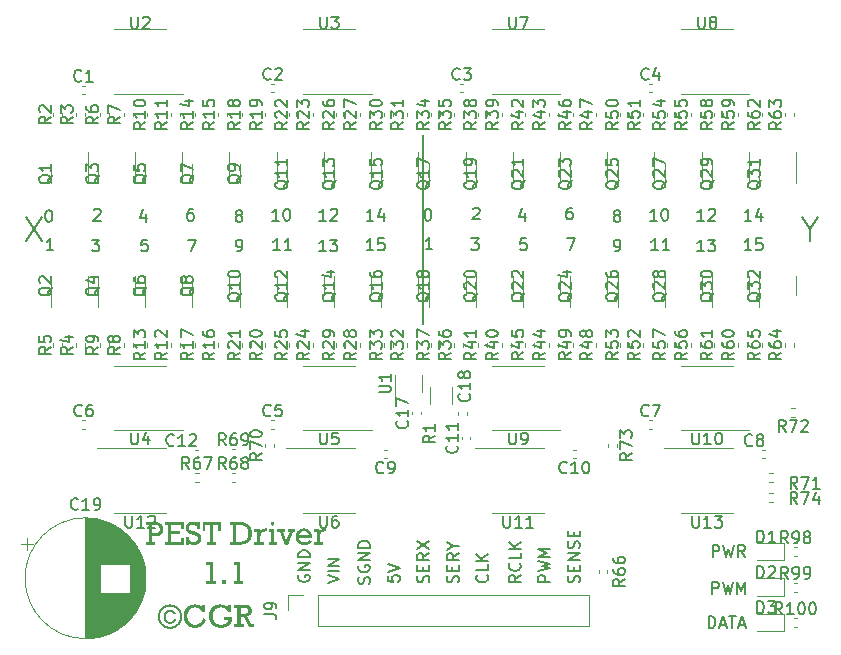
<source format=gbr>
%TF.GenerationSoftware,KiCad,Pcbnew,7.0.1*%
%TF.CreationDate,2024-10-11T19:23:26-04:00*%
%TF.ProjectId,PEST_Driver,50455354-5f44-4726-9976-65722e6b6963,rev?*%
%TF.SameCoordinates,Original*%
%TF.FileFunction,Legend,Top*%
%TF.FilePolarity,Positive*%
%FSLAX46Y46*%
G04 Gerber Fmt 4.6, Leading zero omitted, Abs format (unit mm)*
G04 Created by KiCad (PCBNEW 7.0.1) date 2024-10-11 19:23:26*
%MOMM*%
%LPD*%
G01*
G04 APERTURE LIST*
%ADD10C,0.150000*%
%ADD11C,0.200000*%
%ADD12C,0.120000*%
G04 APERTURE END LIST*
D10*
X54000000Y-30250000D02*
X54000000Y-46250000D01*
G36*
X32576265Y-70440993D02*
G01*
X32598398Y-70442069D01*
X32620061Y-70443863D01*
X32641255Y-70446374D01*
X32661979Y-70449603D01*
X32682234Y-70453549D01*
X32702020Y-70458212D01*
X32721336Y-70463593D01*
X32740183Y-70469692D01*
X32758560Y-70476508D01*
X32785246Y-70488077D01*
X32810876Y-70501260D01*
X32835449Y-70516058D01*
X32858967Y-70532470D01*
X32881318Y-70550130D01*
X32902209Y-70568854D01*
X32921641Y-70588644D01*
X32939613Y-70609498D01*
X32956125Y-70631417D01*
X32971177Y-70654400D01*
X32984770Y-70678449D01*
X32996903Y-70703562D01*
X33007576Y-70729740D01*
X33016790Y-70756982D01*
X33022121Y-70775736D01*
X32858967Y-70815792D01*
X32847907Y-70789291D01*
X32835733Y-70764501D01*
X32822445Y-70741420D01*
X32808042Y-70720048D01*
X32792525Y-70700387D01*
X32775894Y-70682435D01*
X32758148Y-70666193D01*
X32739288Y-70651660D01*
X32719313Y-70638838D01*
X32698224Y-70627725D01*
X32676021Y-70618321D01*
X32652704Y-70610628D01*
X32628272Y-70604644D01*
X32602725Y-70600369D01*
X32576065Y-70597805D01*
X32548290Y-70596950D01*
X32526804Y-70597423D01*
X32505944Y-70598843D01*
X32485710Y-70601209D01*
X32466102Y-70604521D01*
X32437863Y-70611265D01*
X32411033Y-70620138D01*
X32385611Y-70631140D01*
X32361597Y-70644272D01*
X32338991Y-70659533D01*
X32317793Y-70676924D01*
X32298004Y-70696445D01*
X32279623Y-70718094D01*
X32262774Y-70741367D01*
X32247583Y-70765756D01*
X32234049Y-70791261D01*
X32222172Y-70817883D01*
X32215175Y-70836251D01*
X32208914Y-70855115D01*
X32203390Y-70874475D01*
X32198603Y-70894331D01*
X32194552Y-70914683D01*
X32191237Y-70935532D01*
X32188659Y-70956876D01*
X32186818Y-70978717D01*
X32185713Y-71001054D01*
X32185345Y-71023886D01*
X32185715Y-71048273D01*
X32186826Y-71071972D01*
X32188677Y-71094984D01*
X32191268Y-71117309D01*
X32194599Y-71138948D01*
X32198671Y-71159899D01*
X32203484Y-71180164D01*
X32209036Y-71199741D01*
X32215330Y-71218632D01*
X32226157Y-71245680D01*
X32238651Y-71271182D01*
X32252810Y-71295139D01*
X32268636Y-71317550D01*
X32280111Y-71331632D01*
X32298438Y-71351187D01*
X32317881Y-71368818D01*
X32338440Y-71384526D01*
X32360116Y-71398311D01*
X32382908Y-71410172D01*
X32406816Y-71420109D01*
X32431840Y-71428124D01*
X32457981Y-71434214D01*
X32485238Y-71438382D01*
X32513611Y-71440626D01*
X32533147Y-71441053D01*
X32554870Y-71440478D01*
X32576258Y-71438752D01*
X32597311Y-71435875D01*
X32618029Y-71431848D01*
X32638412Y-71426671D01*
X32658460Y-71420342D01*
X32678174Y-71412863D01*
X32697553Y-71404234D01*
X32716596Y-71394453D01*
X32735305Y-71383523D01*
X32747592Y-71375596D01*
X32765305Y-71362768D01*
X32781807Y-71349012D01*
X32797098Y-71334329D01*
X32811179Y-71318718D01*
X32824049Y-71302180D01*
X32835708Y-71284715D01*
X32846157Y-71266322D01*
X32855395Y-71247002D01*
X32863422Y-71226755D01*
X32870238Y-71205580D01*
X32874110Y-71190949D01*
X33042637Y-71240774D01*
X33037430Y-71260792D01*
X33031456Y-71280303D01*
X33024714Y-71299307D01*
X33017206Y-71317802D01*
X33008930Y-71335790D01*
X32999887Y-71353271D01*
X32990077Y-71370244D01*
X32979501Y-71386709D01*
X32968157Y-71402667D01*
X32956046Y-71418117D01*
X32943168Y-71433060D01*
X32929522Y-71447495D01*
X32915110Y-71461423D01*
X32899931Y-71474843D01*
X32883984Y-71487755D01*
X32867271Y-71500160D01*
X32850042Y-71511931D01*
X32832428Y-71522943D01*
X32814429Y-71533196D01*
X32796044Y-71542689D01*
X32777273Y-71551422D01*
X32758117Y-71559397D01*
X32738576Y-71566611D01*
X32718649Y-71573066D01*
X32698337Y-71578762D01*
X32677639Y-71583699D01*
X32656556Y-71587876D01*
X32635088Y-71591293D01*
X32613234Y-71593951D01*
X32590994Y-71595850D01*
X32568369Y-71596989D01*
X32545359Y-71597369D01*
X32523927Y-71597067D01*
X32502861Y-71596163D01*
X32482161Y-71594655D01*
X32461828Y-71592545D01*
X32441861Y-71589831D01*
X32422260Y-71586515D01*
X32403026Y-71582596D01*
X32374862Y-71575586D01*
X32347522Y-71567220D01*
X32321007Y-71557497D01*
X32295315Y-71546417D01*
X32270448Y-71533981D01*
X32246406Y-71520188D01*
X32223433Y-71505244D01*
X32201595Y-71489356D01*
X32180889Y-71472523D01*
X32161318Y-71454746D01*
X32142879Y-71436024D01*
X32125574Y-71416358D01*
X32109403Y-71395747D01*
X32094364Y-71374192D01*
X32080460Y-71351692D01*
X32067689Y-71328247D01*
X32059804Y-71312093D01*
X32048892Y-71287159D01*
X32039053Y-71261632D01*
X32030287Y-71235513D01*
X32022595Y-71208801D01*
X32015976Y-71181497D01*
X32010431Y-71153600D01*
X32005959Y-71125111D01*
X32002560Y-71096030D01*
X32000890Y-71076313D01*
X31999697Y-71056333D01*
X31998982Y-71036089D01*
X31998743Y-71015582D01*
X31999320Y-70982857D01*
X32001048Y-70950995D01*
X32003930Y-70919995D01*
X32007964Y-70889858D01*
X32013150Y-70860583D01*
X32019489Y-70832171D01*
X32026980Y-70804621D01*
X32035624Y-70777934D01*
X32045420Y-70752109D01*
X32056369Y-70727147D01*
X32068471Y-70703047D01*
X32081725Y-70679809D01*
X32096131Y-70657434D01*
X32111690Y-70635922D01*
X32128402Y-70615272D01*
X32146266Y-70595484D01*
X32165203Y-70576733D01*
X32185009Y-70559192D01*
X32205686Y-70542860D01*
X32227233Y-70527738D01*
X32249649Y-70513825D01*
X32272937Y-70501123D01*
X32297094Y-70489630D01*
X32322121Y-70479347D01*
X32348018Y-70470274D01*
X32374786Y-70462410D01*
X32402423Y-70455757D01*
X32430931Y-70450313D01*
X32460309Y-70446078D01*
X32490557Y-70443054D01*
X32521675Y-70441239D01*
X32553663Y-70440635D01*
X32576265Y-70440993D01*
G37*
G36*
X32573996Y-69972203D02*
G01*
X32606420Y-69973749D01*
X32638721Y-69976325D01*
X32670900Y-69979931D01*
X32702957Y-69984568D01*
X32734891Y-69990235D01*
X32766704Y-69996933D01*
X32798394Y-70004661D01*
X32829963Y-70013419D01*
X32861409Y-70023208D01*
X32892733Y-70034027D01*
X32923935Y-70045877D01*
X32955015Y-70058757D01*
X32985973Y-70072667D01*
X33016809Y-70087608D01*
X33047522Y-70103579D01*
X33077831Y-70120514D01*
X33107331Y-70138346D01*
X33136022Y-70157074D01*
X33163904Y-70176700D01*
X33190977Y-70197222D01*
X33217240Y-70218641D01*
X33242695Y-70240956D01*
X33267341Y-70264169D01*
X33291177Y-70288279D01*
X33314205Y-70313285D01*
X33336423Y-70339188D01*
X33357833Y-70365988D01*
X33378433Y-70393685D01*
X33398224Y-70422278D01*
X33417207Y-70451769D01*
X33435380Y-70482156D01*
X33452593Y-70513100D01*
X33468696Y-70544262D01*
X33483688Y-70575642D01*
X33497570Y-70607239D01*
X33510341Y-70639053D01*
X33522002Y-70671085D01*
X33532552Y-70703335D01*
X33541992Y-70735802D01*
X33550321Y-70768487D01*
X33557539Y-70801389D01*
X33563647Y-70834509D01*
X33568645Y-70867846D01*
X33572532Y-70901401D01*
X33575308Y-70935173D01*
X33576974Y-70969163D01*
X33577529Y-71003370D01*
X33577233Y-71029902D01*
X33576344Y-71056193D01*
X33574863Y-71082243D01*
X33572789Y-71108051D01*
X33570123Y-71133618D01*
X33566865Y-71158943D01*
X33563013Y-71184027D01*
X33558570Y-71208870D01*
X33553534Y-71233471D01*
X33547905Y-71257831D01*
X33541684Y-71281950D01*
X33534871Y-71305827D01*
X33527465Y-71329462D01*
X33519466Y-71352857D01*
X33510875Y-71376010D01*
X33501692Y-71398921D01*
X33491916Y-71421592D01*
X33481547Y-71444020D01*
X33470587Y-71466208D01*
X33459033Y-71488154D01*
X33446887Y-71509859D01*
X33434149Y-71531322D01*
X33420818Y-71552544D01*
X33406895Y-71573524D01*
X33392379Y-71594264D01*
X33377271Y-71614761D01*
X33361570Y-71635018D01*
X33345277Y-71655033D01*
X33328391Y-71674807D01*
X33310913Y-71694339D01*
X33292843Y-71713630D01*
X33274180Y-71732679D01*
X33255127Y-71751282D01*
X33235826Y-71769295D01*
X33216277Y-71786716D01*
X33196480Y-71803548D01*
X33176435Y-71819788D01*
X33156142Y-71835439D01*
X33135600Y-71850498D01*
X33114811Y-71864967D01*
X33093774Y-71878846D01*
X33072488Y-71892134D01*
X33050955Y-71904831D01*
X33029173Y-71916938D01*
X33007144Y-71928454D01*
X32984866Y-71939379D01*
X32962341Y-71949714D01*
X32939567Y-71959459D01*
X32916545Y-71968613D01*
X32893275Y-71977176D01*
X32869757Y-71985149D01*
X32845991Y-71992531D01*
X32821977Y-71999322D01*
X32797715Y-72005523D01*
X32773205Y-72011134D01*
X32748447Y-72016154D01*
X32723441Y-72020583D01*
X32698186Y-72024422D01*
X32672684Y-72027670D01*
X32646933Y-72030327D01*
X32620935Y-72032394D01*
X32594688Y-72033871D01*
X32568194Y-72034757D01*
X32541451Y-72035052D01*
X32514677Y-72034757D01*
X32488151Y-72033871D01*
X32461871Y-72032394D01*
X32435839Y-72030327D01*
X32410054Y-72027670D01*
X32384515Y-72024422D01*
X32359224Y-72020583D01*
X32334180Y-72016154D01*
X32309384Y-72011134D01*
X32284834Y-72005523D01*
X32260531Y-71999322D01*
X32236476Y-71992531D01*
X32212667Y-71985149D01*
X32189106Y-71977176D01*
X32165792Y-71968613D01*
X32142725Y-71959459D01*
X32119905Y-71949714D01*
X32097332Y-71939379D01*
X32075006Y-71928454D01*
X32052927Y-71916938D01*
X32031096Y-71904831D01*
X32009511Y-71892134D01*
X31988174Y-71878846D01*
X31967083Y-71864967D01*
X31946240Y-71850498D01*
X31925644Y-71835439D01*
X31905295Y-71819788D01*
X31885193Y-71803548D01*
X31865339Y-71786716D01*
X31845731Y-71769295D01*
X31826370Y-71751282D01*
X31807257Y-71732679D01*
X31788594Y-71713630D01*
X31770523Y-71694339D01*
X31753045Y-71674807D01*
X31736159Y-71655033D01*
X31719866Y-71635018D01*
X31704166Y-71614761D01*
X31689057Y-71594264D01*
X31674542Y-71573524D01*
X31660618Y-71552544D01*
X31647287Y-71531322D01*
X31634549Y-71509859D01*
X31622403Y-71488154D01*
X31610850Y-71466208D01*
X31599889Y-71444020D01*
X31589521Y-71421592D01*
X31579745Y-71398921D01*
X31570561Y-71376010D01*
X31561970Y-71352857D01*
X31553972Y-71329462D01*
X31546566Y-71305827D01*
X31539752Y-71281950D01*
X31533531Y-71257831D01*
X31527903Y-71233471D01*
X31522867Y-71208870D01*
X31518423Y-71184027D01*
X31514572Y-71158943D01*
X31511313Y-71133618D01*
X31508647Y-71108051D01*
X31506574Y-71082243D01*
X31505092Y-71056193D01*
X31504204Y-71029902D01*
X31503907Y-71003370D01*
X31675854Y-71003370D01*
X31676102Y-71025070D01*
X31676845Y-71046572D01*
X31678083Y-71067877D01*
X31679816Y-71088985D01*
X31682044Y-71109895D01*
X31684767Y-71130607D01*
X31687986Y-71151122D01*
X31691700Y-71171440D01*
X31695909Y-71191560D01*
X31700613Y-71211482D01*
X31705812Y-71231207D01*
X31711506Y-71250735D01*
X31717696Y-71270065D01*
X31724380Y-71289197D01*
X31731560Y-71308132D01*
X31739235Y-71326870D01*
X31747406Y-71345410D01*
X31756071Y-71363752D01*
X31765231Y-71381897D01*
X31774887Y-71399845D01*
X31785038Y-71417595D01*
X31795684Y-71435148D01*
X31806825Y-71452503D01*
X31818462Y-71469660D01*
X31830593Y-71486620D01*
X31843220Y-71503383D01*
X31856342Y-71519948D01*
X31869959Y-71536316D01*
X31884071Y-71552486D01*
X31898678Y-71568458D01*
X31913781Y-71584233D01*
X31929378Y-71599811D01*
X31945326Y-71615048D01*
X31961479Y-71629801D01*
X31977837Y-71644071D01*
X31994400Y-71657857D01*
X32011169Y-71671159D01*
X32028142Y-71683978D01*
X32045321Y-71696312D01*
X32062704Y-71708163D01*
X32080293Y-71719531D01*
X32098087Y-71730414D01*
X32116086Y-71740814D01*
X32134291Y-71750730D01*
X32152700Y-71760163D01*
X32171314Y-71769111D01*
X32190134Y-71777576D01*
X32209159Y-71785558D01*
X32228388Y-71793055D01*
X32247823Y-71800069D01*
X32267463Y-71806599D01*
X32287309Y-71812646D01*
X32307359Y-71818209D01*
X32327614Y-71823288D01*
X32348075Y-71827883D01*
X32368741Y-71831994D01*
X32389612Y-71835622D01*
X32410688Y-71838766D01*
X32431969Y-71841427D01*
X32453455Y-71843604D01*
X32475146Y-71845297D01*
X32497043Y-71846506D01*
X32519144Y-71847231D01*
X32541451Y-71847473D01*
X32563757Y-71847231D01*
X32585855Y-71846506D01*
X32607747Y-71845297D01*
X32629432Y-71843604D01*
X32650909Y-71841427D01*
X32672180Y-71838766D01*
X32693244Y-71835622D01*
X32714100Y-71831994D01*
X32734750Y-71827883D01*
X32755192Y-71823288D01*
X32775428Y-71818209D01*
X32795456Y-71812646D01*
X32815277Y-71806599D01*
X32834892Y-71800069D01*
X32854299Y-71793055D01*
X32873499Y-71785558D01*
X32892492Y-71777576D01*
X32911279Y-71769111D01*
X32929858Y-71760163D01*
X32948230Y-71750730D01*
X32966395Y-71740814D01*
X32984353Y-71730414D01*
X33002104Y-71719531D01*
X33019648Y-71708163D01*
X33036985Y-71696312D01*
X33054115Y-71683978D01*
X33071038Y-71671159D01*
X33087754Y-71657857D01*
X33104262Y-71644071D01*
X33120564Y-71629801D01*
X33136659Y-71615048D01*
X33152547Y-71599811D01*
X33168114Y-71584233D01*
X33183188Y-71568458D01*
X33197767Y-71552486D01*
X33211852Y-71536316D01*
X33225443Y-71519948D01*
X33238539Y-71503383D01*
X33251142Y-71486620D01*
X33263250Y-71469660D01*
X33274864Y-71452503D01*
X33285983Y-71435148D01*
X33296609Y-71417595D01*
X33306740Y-71399845D01*
X33316377Y-71381897D01*
X33325520Y-71363752D01*
X33334169Y-71345410D01*
X33342323Y-71326870D01*
X33349984Y-71308132D01*
X33357150Y-71289197D01*
X33363821Y-71270065D01*
X33369999Y-71250735D01*
X33375682Y-71231207D01*
X33380872Y-71211482D01*
X33385567Y-71191560D01*
X33389767Y-71171440D01*
X33393474Y-71151122D01*
X33396686Y-71130607D01*
X33399405Y-71109895D01*
X33401629Y-71088985D01*
X33403358Y-71067877D01*
X33404594Y-71046572D01*
X33405335Y-71025070D01*
X33405582Y-71003370D01*
X33405334Y-70981581D01*
X33404588Y-70959994D01*
X33403345Y-70938609D01*
X33401606Y-70917427D01*
X33399369Y-70896447D01*
X33396635Y-70875669D01*
X33393404Y-70855094D01*
X33389676Y-70834720D01*
X33385451Y-70814549D01*
X33380729Y-70794581D01*
X33375509Y-70774814D01*
X33369793Y-70755250D01*
X33363580Y-70735888D01*
X33356869Y-70716728D01*
X33349662Y-70697771D01*
X33341957Y-70679016D01*
X33333755Y-70660463D01*
X33325056Y-70642112D01*
X33315861Y-70623964D01*
X33306168Y-70606017D01*
X33295978Y-70588274D01*
X33285291Y-70570732D01*
X33274107Y-70553393D01*
X33262425Y-70536256D01*
X33250247Y-70519321D01*
X33237572Y-70502588D01*
X33224399Y-70486058D01*
X33210730Y-70469730D01*
X33196563Y-70453604D01*
X33181900Y-70437681D01*
X33166739Y-70421959D01*
X33151081Y-70406441D01*
X33135106Y-70391234D01*
X33118933Y-70376509D01*
X33102561Y-70362268D01*
X33085990Y-70348509D01*
X33069222Y-70335233D01*
X33052254Y-70322440D01*
X33035089Y-70310130D01*
X33017725Y-70298302D01*
X33000162Y-70286957D01*
X32982401Y-70276095D01*
X32964441Y-70265716D01*
X32946284Y-70255819D01*
X32927927Y-70246405D01*
X32909372Y-70237474D01*
X32890619Y-70229026D01*
X32871667Y-70221060D01*
X32852517Y-70213577D01*
X32833169Y-70206577D01*
X32813621Y-70200060D01*
X32793876Y-70194026D01*
X32773932Y-70188474D01*
X32753790Y-70183405D01*
X32733449Y-70178819D01*
X32712909Y-70174715D01*
X32692172Y-70171094D01*
X32671236Y-70167956D01*
X32650101Y-70165301D01*
X32628768Y-70163129D01*
X32607236Y-70161439D01*
X32585506Y-70160232D01*
X32563578Y-70159508D01*
X32541451Y-70159267D01*
X32514386Y-70159688D01*
X32487412Y-70160954D01*
X32460530Y-70163062D01*
X32433740Y-70166014D01*
X32407041Y-70169809D01*
X32380434Y-70174448D01*
X32353918Y-70179930D01*
X32327494Y-70186256D01*
X32301162Y-70193425D01*
X32274921Y-70201437D01*
X32248772Y-70210293D01*
X32222714Y-70219992D01*
X32196748Y-70230534D01*
X32170874Y-70241920D01*
X32145091Y-70254149D01*
X32119399Y-70267222D01*
X32094147Y-70281081D01*
X32069559Y-70295669D01*
X32045634Y-70310985D01*
X32022374Y-70327031D01*
X31999778Y-70343806D01*
X31977845Y-70361309D01*
X31956577Y-70379541D01*
X31935973Y-70398503D01*
X31916033Y-70418193D01*
X31896757Y-70438612D01*
X31878145Y-70459760D01*
X31860197Y-70481637D01*
X31842913Y-70504243D01*
X31826293Y-70527577D01*
X31810337Y-70551641D01*
X31795045Y-70576434D01*
X31780612Y-70601686D01*
X31767110Y-70627129D01*
X31754539Y-70652763D01*
X31742899Y-70678588D01*
X31732190Y-70704604D01*
X31722413Y-70730810D01*
X31713567Y-70757208D01*
X31705652Y-70783796D01*
X31698668Y-70810575D01*
X31692616Y-70837544D01*
X31687494Y-70864705D01*
X31683304Y-70892056D01*
X31680045Y-70919599D01*
X31677717Y-70947332D01*
X31676320Y-70975255D01*
X31675854Y-71003370D01*
X31503907Y-71003370D01*
X31504461Y-70968821D01*
X31506121Y-70934539D01*
X31508888Y-70900525D01*
X31512761Y-70866777D01*
X31517741Y-70833297D01*
X31523828Y-70800084D01*
X31531022Y-70767138D01*
X31539323Y-70734459D01*
X31548730Y-70702047D01*
X31559244Y-70669902D01*
X31570864Y-70638025D01*
X31583592Y-70606414D01*
X31597426Y-70575071D01*
X31612366Y-70543995D01*
X31628414Y-70513186D01*
X31645568Y-70482644D01*
X31663671Y-70452663D01*
X31682563Y-70423538D01*
X31702246Y-70395266D01*
X31722718Y-70367850D01*
X31743981Y-70341289D01*
X31766033Y-70315582D01*
X31788876Y-70290730D01*
X31812508Y-70266734D01*
X31836931Y-70243592D01*
X31862143Y-70221304D01*
X31888145Y-70199872D01*
X31914938Y-70179295D01*
X31942520Y-70159572D01*
X31970892Y-70140704D01*
X32000054Y-70122691D01*
X32030006Y-70105533D01*
X32060512Y-70089326D01*
X32091212Y-70074163D01*
X32122107Y-70060047D01*
X32153196Y-70046976D01*
X32184481Y-70034951D01*
X32215959Y-70023971D01*
X32247633Y-70014038D01*
X32279501Y-70005150D01*
X32311563Y-69997307D01*
X32343820Y-69990510D01*
X32376272Y-69984759D01*
X32408919Y-69980054D01*
X32441760Y-69976394D01*
X32474796Y-69973780D01*
X32508026Y-69972211D01*
X32541451Y-69971688D01*
X32573996Y-69972203D01*
G37*
G36*
X35325819Y-71128422D02*
G01*
X35574459Y-71267152D01*
X35569040Y-71287070D01*
X35563288Y-71306706D01*
X35557202Y-71326061D01*
X35550782Y-71345134D01*
X35544028Y-71363926D01*
X35536941Y-71382437D01*
X35529519Y-71400666D01*
X35521763Y-71418613D01*
X35505250Y-71453664D01*
X35487401Y-71487589D01*
X35468217Y-71520388D01*
X35447697Y-71552062D01*
X35425841Y-71582609D01*
X35402649Y-71612031D01*
X35378122Y-71640327D01*
X35352259Y-71667497D01*
X35325060Y-71693541D01*
X35296526Y-71718460D01*
X35266655Y-71742252D01*
X35235450Y-71764919D01*
X35203337Y-71786273D01*
X35170626Y-71806250D01*
X35137316Y-71824848D01*
X35103406Y-71842069D01*
X35068897Y-71857913D01*
X35033789Y-71872378D01*
X34998082Y-71885466D01*
X34961775Y-71897177D01*
X34924870Y-71907509D01*
X34887365Y-71916464D01*
X34849262Y-71924042D01*
X34829985Y-71927314D01*
X34810559Y-71930241D01*
X34790982Y-71932824D01*
X34771257Y-71935063D01*
X34751381Y-71936957D01*
X34731355Y-71938507D01*
X34711180Y-71939713D01*
X34690855Y-71940574D01*
X34670380Y-71941090D01*
X34649755Y-71941263D01*
X34622782Y-71940988D01*
X34596144Y-71940163D01*
X34569842Y-71938790D01*
X34543876Y-71936866D01*
X34518246Y-71934393D01*
X34492951Y-71931371D01*
X34467993Y-71927799D01*
X34443370Y-71923677D01*
X34419083Y-71919006D01*
X34395132Y-71913785D01*
X34371517Y-71908015D01*
X34348237Y-71901695D01*
X34325294Y-71894826D01*
X34302686Y-71887407D01*
X34280414Y-71879439D01*
X34258478Y-71870921D01*
X34236878Y-71861853D01*
X34215614Y-71852236D01*
X34194685Y-71842069D01*
X34174092Y-71831353D01*
X34153835Y-71820088D01*
X34133914Y-71808272D01*
X34114329Y-71795908D01*
X34095080Y-71782993D01*
X34076166Y-71769529D01*
X34057588Y-71755516D01*
X34039347Y-71740953D01*
X34021441Y-71725840D01*
X34003870Y-71710178D01*
X33986636Y-71693967D01*
X33969737Y-71677206D01*
X33953175Y-71659895D01*
X33937036Y-71642179D01*
X33921410Y-71624203D01*
X33906296Y-71605966D01*
X33891694Y-71587469D01*
X33877605Y-71568712D01*
X33864028Y-71549694D01*
X33850963Y-71530415D01*
X33838411Y-71510876D01*
X33826371Y-71491077D01*
X33814844Y-71471017D01*
X33803828Y-71450697D01*
X33793325Y-71430116D01*
X33783335Y-71409274D01*
X33773857Y-71388173D01*
X33764891Y-71366811D01*
X33756437Y-71345188D01*
X33748496Y-71323305D01*
X33741067Y-71301161D01*
X33734150Y-71278757D01*
X33727746Y-71256093D01*
X33721854Y-71233168D01*
X33716475Y-71209982D01*
X33711608Y-71186536D01*
X33707253Y-71162830D01*
X33703410Y-71138863D01*
X33700080Y-71114636D01*
X33697262Y-71090148D01*
X33694957Y-71065400D01*
X33693163Y-71040391D01*
X33691883Y-71015122D01*
X33691114Y-70989593D01*
X33690858Y-70963803D01*
X33691115Y-70935591D01*
X33691888Y-70907741D01*
X33693176Y-70880254D01*
X33694979Y-70853130D01*
X33697298Y-70826368D01*
X33700131Y-70799969D01*
X33703480Y-70773933D01*
X33707344Y-70748258D01*
X33711723Y-70722947D01*
X33716618Y-70697998D01*
X33722027Y-70673411D01*
X33727952Y-70649187D01*
X33734392Y-70625326D01*
X33741347Y-70601827D01*
X33748818Y-70578691D01*
X33756803Y-70555917D01*
X33765304Y-70533506D01*
X33774320Y-70511457D01*
X33783851Y-70489771D01*
X33793898Y-70468448D01*
X33804459Y-70447487D01*
X33815536Y-70426888D01*
X33827128Y-70406652D01*
X33839235Y-70386779D01*
X33851858Y-70367268D01*
X33864995Y-70348120D01*
X33878648Y-70329334D01*
X33892816Y-70310911D01*
X33907499Y-70292850D01*
X33922698Y-70275152D01*
X33938411Y-70257817D01*
X33954640Y-70240844D01*
X33971283Y-70224285D01*
X33988241Y-70208251D01*
X34005512Y-70192743D01*
X34023097Y-70177761D01*
X34040996Y-70163304D01*
X34059208Y-70149373D01*
X34077735Y-70135968D01*
X34096576Y-70123088D01*
X34115730Y-70110734D01*
X34135199Y-70098906D01*
X34154981Y-70087604D01*
X34175077Y-70076827D01*
X34195487Y-70066576D01*
X34216211Y-70056851D01*
X34237249Y-70047651D01*
X34258600Y-70038977D01*
X34280266Y-70030829D01*
X34302245Y-70023206D01*
X34324539Y-70016109D01*
X34347146Y-70009538D01*
X34370067Y-70003493D01*
X34393302Y-69997973D01*
X34416851Y-69992979D01*
X34440714Y-69988510D01*
X34464891Y-69984568D01*
X34489381Y-69981151D01*
X34514186Y-69978259D01*
X34539304Y-69975894D01*
X34564736Y-69974054D01*
X34590482Y-69972740D01*
X34616543Y-69971951D01*
X34642916Y-69971688D01*
X34666247Y-69971888D01*
X34689344Y-69972488D01*
X34712207Y-69973487D01*
X34734836Y-69974886D01*
X34757231Y-69976685D01*
X34779393Y-69978884D01*
X34801321Y-69981482D01*
X34823015Y-69984480D01*
X34844475Y-69987878D01*
X34865702Y-69991676D01*
X34886695Y-69995874D01*
X34907454Y-70000471D01*
X34927980Y-70005468D01*
X34948272Y-70010864D01*
X34968330Y-70016661D01*
X34988154Y-70022857D01*
X35007744Y-70029453D01*
X35027101Y-70036449D01*
X35046224Y-70043844D01*
X35065113Y-70051640D01*
X35083769Y-70059835D01*
X35102190Y-70068429D01*
X35120378Y-70077424D01*
X35138333Y-70086818D01*
X35156053Y-70096612D01*
X35173540Y-70106806D01*
X35190793Y-70117400D01*
X35207812Y-70128393D01*
X35224597Y-70139786D01*
X35241149Y-70151579D01*
X35257467Y-70163771D01*
X35273551Y-70176364D01*
X35273551Y-70002951D01*
X35520725Y-70002951D01*
X35520725Y-70628213D01*
X35273551Y-70628213D01*
X35262883Y-70604315D01*
X35251516Y-70581105D01*
X35239451Y-70558581D01*
X35226687Y-70536744D01*
X35213225Y-70515594D01*
X35199065Y-70495131D01*
X35184206Y-70475355D01*
X35168649Y-70456266D01*
X35152394Y-70437864D01*
X35135440Y-70420149D01*
X35117788Y-70403120D01*
X35099437Y-70386779D01*
X35080388Y-70371125D01*
X35060640Y-70356157D01*
X35040195Y-70341876D01*
X35019050Y-70328283D01*
X34997548Y-70315388D01*
X34975903Y-70303324D01*
X34954118Y-70292093D01*
X34932192Y-70281693D01*
X34910124Y-70272126D01*
X34887915Y-70263391D01*
X34865565Y-70255487D01*
X34843073Y-70248415D01*
X34820441Y-70242176D01*
X34797667Y-70236768D01*
X34774752Y-70232192D01*
X34751696Y-70228449D01*
X34728499Y-70225537D01*
X34705160Y-70223457D01*
X34681680Y-70222209D01*
X34658060Y-70221793D01*
X34622738Y-70222604D01*
X34588214Y-70225037D01*
X34554487Y-70229092D01*
X34521558Y-70234768D01*
X34489427Y-70242067D01*
X34458093Y-70250988D01*
X34427557Y-70261530D01*
X34397819Y-70273695D01*
X34368878Y-70287481D01*
X34340735Y-70302889D01*
X34313389Y-70319919D01*
X34286841Y-70338572D01*
X34261090Y-70358846D01*
X34236138Y-70380742D01*
X34211982Y-70404260D01*
X34188625Y-70429399D01*
X34166443Y-70455776D01*
X34145691Y-70483003D01*
X34126371Y-70511081D01*
X34108483Y-70540011D01*
X34092025Y-70569791D01*
X34076998Y-70600423D01*
X34063403Y-70631905D01*
X34051238Y-70664239D01*
X34040505Y-70697423D01*
X34031203Y-70731459D01*
X34023332Y-70766346D01*
X34016892Y-70802083D01*
X34011883Y-70838672D01*
X34008305Y-70876112D01*
X34006158Y-70914403D01*
X34005443Y-70953545D01*
X34005634Y-70973761D01*
X34006210Y-70993745D01*
X34007169Y-71013497D01*
X34008511Y-71033015D01*
X34012346Y-71071354D01*
X34017716Y-71108761D01*
X34024620Y-71145237D01*
X34033057Y-71180782D01*
X34043029Y-71215396D01*
X34054535Y-71249078D01*
X34067576Y-71281830D01*
X34082150Y-71313650D01*
X34098259Y-71344539D01*
X34115901Y-71374497D01*
X34135078Y-71403524D01*
X34155789Y-71431619D01*
X34178035Y-71458784D01*
X34201814Y-71485017D01*
X34226647Y-71509979D01*
X34252052Y-71533331D01*
X34278029Y-71555073D01*
X34304579Y-71575204D01*
X34331701Y-71593724D01*
X34359396Y-71610634D01*
X34387664Y-71625934D01*
X34416503Y-71639623D01*
X34445916Y-71651701D01*
X34475900Y-71662169D01*
X34506457Y-71671027D01*
X34537587Y-71678274D01*
X34569289Y-71683911D01*
X34601563Y-71687937D01*
X34634410Y-71690353D01*
X34667829Y-71691158D01*
X34695333Y-71690587D01*
X34722524Y-71688876D01*
X34749403Y-71686023D01*
X34775968Y-71682029D01*
X34802220Y-71676895D01*
X34828159Y-71670619D01*
X34853786Y-71663202D01*
X34879099Y-71654644D01*
X34904100Y-71644944D01*
X34928787Y-71634104D01*
X34953162Y-71622123D01*
X34977224Y-71609001D01*
X35000973Y-71594737D01*
X35024409Y-71579333D01*
X35047531Y-71562787D01*
X35070341Y-71545101D01*
X35092577Y-71526357D01*
X35113977Y-71506640D01*
X35134541Y-71485950D01*
X35154269Y-71464287D01*
X35173162Y-71441650D01*
X35191219Y-71418041D01*
X35208440Y-71393458D01*
X35224825Y-71367903D01*
X35240375Y-71341374D01*
X35255088Y-71313871D01*
X35268966Y-71285396D01*
X35282008Y-71255948D01*
X35294215Y-71225526D01*
X35305585Y-71194131D01*
X35316120Y-71161763D01*
X35325819Y-71128422D01*
G37*
G36*
X37122958Y-71003370D02*
G01*
X37818562Y-71003370D01*
X37819034Y-71023321D01*
X37819378Y-71043948D01*
X37819535Y-71064765D01*
X37819539Y-71068339D01*
X37819281Y-71092975D01*
X37818509Y-71117302D01*
X37817221Y-71141320D01*
X37815417Y-71165028D01*
X37813099Y-71188428D01*
X37810265Y-71211518D01*
X37806917Y-71234300D01*
X37803053Y-71256772D01*
X37798673Y-71278935D01*
X37793779Y-71300789D01*
X37788369Y-71322334D01*
X37782445Y-71343570D01*
X37776005Y-71364496D01*
X37769049Y-71385114D01*
X37761579Y-71405422D01*
X37753593Y-71425422D01*
X37745093Y-71445112D01*
X37736077Y-71464493D01*
X37726545Y-71483565D01*
X37716499Y-71502328D01*
X37705937Y-71520781D01*
X37694861Y-71538926D01*
X37683269Y-71556761D01*
X37671161Y-71574288D01*
X37658539Y-71591505D01*
X37645401Y-71608413D01*
X37631749Y-71625012D01*
X37617581Y-71641302D01*
X37602897Y-71657283D01*
X37587699Y-71672954D01*
X37571985Y-71688317D01*
X37555757Y-71703370D01*
X37539135Y-71718006D01*
X37522181Y-71732177D01*
X37504895Y-71745884D01*
X37487277Y-71759126D01*
X37469327Y-71771904D01*
X37451045Y-71784216D01*
X37432431Y-71796065D01*
X37413485Y-71807448D01*
X37394207Y-71818367D01*
X37374597Y-71828821D01*
X37354655Y-71838811D01*
X37334381Y-71848336D01*
X37313775Y-71857396D01*
X37292837Y-71865992D01*
X37271567Y-71874123D01*
X37249965Y-71881789D01*
X37228030Y-71888991D01*
X37205764Y-71895728D01*
X37183166Y-71902001D01*
X37160236Y-71907809D01*
X37136974Y-71913152D01*
X37113379Y-71918031D01*
X37089453Y-71922445D01*
X37065195Y-71926394D01*
X37040605Y-71929879D01*
X37015682Y-71932899D01*
X36990428Y-71935455D01*
X36964842Y-71937546D01*
X36938923Y-71939172D01*
X36912673Y-71940333D01*
X36886090Y-71941030D01*
X36859176Y-71941263D01*
X36827071Y-71940975D01*
X36795480Y-71940114D01*
X36764404Y-71938678D01*
X36733841Y-71936668D01*
X36703793Y-71934083D01*
X36674259Y-71930924D01*
X36645240Y-71927191D01*
X36616734Y-71922883D01*
X36588743Y-71918001D01*
X36561267Y-71912545D01*
X36534304Y-71906514D01*
X36507856Y-71899909D01*
X36481922Y-71892730D01*
X36456502Y-71884976D01*
X36431596Y-71876648D01*
X36407205Y-71867745D01*
X36383328Y-71858269D01*
X36359965Y-71848218D01*
X36337116Y-71837592D01*
X36314782Y-71826392D01*
X36292962Y-71814618D01*
X36271656Y-71802269D01*
X36250864Y-71789346D01*
X36230587Y-71775849D01*
X36210823Y-71761777D01*
X36191574Y-71747132D01*
X36172840Y-71731911D01*
X36154619Y-71716116D01*
X36136913Y-71699747D01*
X36119721Y-71682804D01*
X36103044Y-71665286D01*
X36086880Y-71647194D01*
X36071252Y-71628679D01*
X36056121Y-71609953D01*
X36041485Y-71591016D01*
X36027346Y-71571868D01*
X36013703Y-71552510D01*
X36000556Y-71532940D01*
X35987905Y-71513160D01*
X35975750Y-71493169D01*
X35964091Y-71472967D01*
X35952928Y-71452554D01*
X35942262Y-71431930D01*
X35932091Y-71411095D01*
X35922417Y-71390050D01*
X35913239Y-71368794D01*
X35904557Y-71347326D01*
X35896371Y-71325648D01*
X35888681Y-71303760D01*
X35881487Y-71281660D01*
X35874790Y-71259349D01*
X35868588Y-71236828D01*
X35862883Y-71214096D01*
X35857674Y-71191153D01*
X35852960Y-71167999D01*
X35848743Y-71144634D01*
X35845023Y-71121058D01*
X35841798Y-71097272D01*
X35839069Y-71073275D01*
X35836837Y-71049066D01*
X35835100Y-71024647D01*
X35833860Y-71000017D01*
X35833116Y-70975177D01*
X35832868Y-70950125D01*
X35833121Y-70923947D01*
X35833881Y-70898048D01*
X35835147Y-70872427D01*
X35836921Y-70847085D01*
X35839200Y-70822022D01*
X35841987Y-70797237D01*
X35845280Y-70772730D01*
X35849079Y-70748503D01*
X35853385Y-70724553D01*
X35858198Y-70700883D01*
X35863518Y-70677491D01*
X35869344Y-70654378D01*
X35875676Y-70631543D01*
X35882516Y-70608987D01*
X35889862Y-70586709D01*
X35897714Y-70564710D01*
X35906073Y-70542989D01*
X35914939Y-70521548D01*
X35924311Y-70500384D01*
X35934190Y-70479500D01*
X35944576Y-70458894D01*
X35955468Y-70438566D01*
X35966867Y-70418517D01*
X35978772Y-70398747D01*
X35991184Y-70379255D01*
X36004103Y-70360042D01*
X36017528Y-70341107D01*
X36031460Y-70322452D01*
X36045898Y-70304074D01*
X36060844Y-70285975D01*
X36076295Y-70268155D01*
X36092254Y-70250614D01*
X36108676Y-70233453D01*
X36125461Y-70216837D01*
X36142607Y-70200767D01*
X36160115Y-70185240D01*
X36177984Y-70170259D01*
X36196215Y-70155823D01*
X36214808Y-70141931D01*
X36233762Y-70128584D01*
X36253077Y-70115782D01*
X36272755Y-70103524D01*
X36292794Y-70091811D01*
X36313194Y-70080643D01*
X36333956Y-70070020D01*
X36355080Y-70059942D01*
X36376565Y-70050408D01*
X36398412Y-70041420D01*
X36420620Y-70032976D01*
X36443190Y-70025076D01*
X36466122Y-70017722D01*
X36489415Y-70010912D01*
X36513070Y-70004647D01*
X36537087Y-69998927D01*
X36561465Y-69993752D01*
X36586204Y-69989121D01*
X36611305Y-69985035D01*
X36636768Y-69981494D01*
X36662593Y-69978498D01*
X36688779Y-69976046D01*
X36715326Y-69974140D01*
X36742235Y-69972778D01*
X36769506Y-69971961D01*
X36797138Y-69971688D01*
X36822016Y-69971926D01*
X36846641Y-69972639D01*
X36871014Y-69973826D01*
X36895133Y-69975489D01*
X36919000Y-69977627D01*
X36942614Y-69980241D01*
X36965975Y-69983329D01*
X36989083Y-69986892D01*
X37011938Y-69990931D01*
X37034541Y-69995445D01*
X37056890Y-70000434D01*
X37078987Y-70005898D01*
X37100831Y-70011837D01*
X37122422Y-70018251D01*
X37143760Y-70025140D01*
X37164846Y-70032505D01*
X37185679Y-70040344D01*
X37206258Y-70048659D01*
X37226586Y-70057449D01*
X37246660Y-70066714D01*
X37266481Y-70076454D01*
X37286050Y-70086669D01*
X37305365Y-70097360D01*
X37324428Y-70108525D01*
X37343238Y-70120166D01*
X37361795Y-70132282D01*
X37380100Y-70144873D01*
X37398151Y-70157939D01*
X37415950Y-70171480D01*
X37433496Y-70185496D01*
X37450789Y-70199988D01*
X37467829Y-70214954D01*
X37467829Y-70002951D01*
X37711095Y-70002951D01*
X37711095Y-70628213D01*
X37467829Y-70628213D01*
X37458804Y-70608506D01*
X37448946Y-70589073D01*
X37438257Y-70569915D01*
X37426735Y-70551032D01*
X37414382Y-70532424D01*
X37401197Y-70514091D01*
X37387179Y-70496032D01*
X37372330Y-70478248D01*
X37356649Y-70460739D01*
X37340136Y-70443504D01*
X37322791Y-70426545D01*
X37304614Y-70409860D01*
X37285605Y-70393450D01*
X37265764Y-70377315D01*
X37245091Y-70361454D01*
X37223586Y-70345868D01*
X37201530Y-70330844D01*
X37179081Y-70316788D01*
X37156238Y-70303702D01*
X37133003Y-70291585D01*
X37109374Y-70280438D01*
X37085353Y-70270260D01*
X37060938Y-70261051D01*
X37036130Y-70252812D01*
X37010929Y-70245542D01*
X36985335Y-70239241D01*
X36959348Y-70233910D01*
X36932968Y-70229548D01*
X36906195Y-70226155D01*
X36879028Y-70223732D01*
X36851469Y-70222278D01*
X36823517Y-70221793D01*
X36784892Y-70222623D01*
X36747298Y-70225113D01*
X36710734Y-70229263D01*
X36675200Y-70235074D01*
X36640697Y-70242544D01*
X36607224Y-70251675D01*
X36574782Y-70262465D01*
X36543370Y-70274916D01*
X36512989Y-70289027D01*
X36483637Y-70304797D01*
X36455317Y-70322228D01*
X36428026Y-70341319D01*
X36401766Y-70362070D01*
X36376537Y-70384482D01*
X36352338Y-70408553D01*
X36329169Y-70434284D01*
X36307223Y-70461124D01*
X36286694Y-70488644D01*
X36267580Y-70516842D01*
X36249882Y-70545720D01*
X36233600Y-70575277D01*
X36218733Y-70605514D01*
X36205283Y-70636430D01*
X36193248Y-70668025D01*
X36182629Y-70700299D01*
X36173426Y-70733253D01*
X36165639Y-70766886D01*
X36159268Y-70801198D01*
X36154312Y-70836190D01*
X36150773Y-70871861D01*
X36148649Y-70908211D01*
X36147941Y-70945240D01*
X36148143Y-70966564D01*
X36148748Y-70987611D01*
X36149757Y-71008379D01*
X36151169Y-71028871D01*
X36152986Y-71049084D01*
X36155205Y-71069020D01*
X36157828Y-71088678D01*
X36160855Y-71108059D01*
X36168120Y-71145987D01*
X36176998Y-71182805D01*
X36187491Y-71218512D01*
X36199598Y-71253108D01*
X36213320Y-71286594D01*
X36228656Y-71318970D01*
X36245606Y-71350235D01*
X36264170Y-71380389D01*
X36284349Y-71409433D01*
X36306142Y-71437367D01*
X36329549Y-71464190D01*
X36354570Y-71489902D01*
X36380729Y-71514273D01*
X36407548Y-71537071D01*
X36435027Y-71558297D01*
X36463167Y-71577951D01*
X36491966Y-71596033D01*
X36521426Y-71612542D01*
X36551546Y-71627479D01*
X36582327Y-71640844D01*
X36613767Y-71652636D01*
X36645868Y-71662856D01*
X36678629Y-71671504D01*
X36712050Y-71678579D01*
X36746132Y-71684082D01*
X36780873Y-71688013D01*
X36816275Y-71690372D01*
X36852337Y-71691158D01*
X36880658Y-71690687D01*
X36908589Y-71689273D01*
X36936132Y-71686916D01*
X36963285Y-71683617D01*
X36990048Y-71679375D01*
X37016423Y-71674191D01*
X37042408Y-71668064D01*
X37068004Y-71660994D01*
X37093210Y-71652982D01*
X37118028Y-71644027D01*
X37142456Y-71634129D01*
X37166495Y-71623289D01*
X37190144Y-71611506D01*
X37213405Y-71598781D01*
X37236276Y-71585113D01*
X37258757Y-71570502D01*
X37280525Y-71555067D01*
X37301133Y-71539048D01*
X37320581Y-71522445D01*
X37338869Y-71505259D01*
X37355997Y-71487488D01*
X37371964Y-71469134D01*
X37386771Y-71450195D01*
X37400418Y-71430673D01*
X37412905Y-71410567D01*
X37424232Y-71389877D01*
X37434398Y-71368603D01*
X37443405Y-71346745D01*
X37451251Y-71324303D01*
X37457937Y-71301278D01*
X37463463Y-71277668D01*
X37467829Y-71253475D01*
X37122958Y-71253475D01*
X37122958Y-71003370D01*
G37*
G36*
X38784027Y-70003096D02*
G01*
X38813256Y-70003531D01*
X38841699Y-70004257D01*
X38869356Y-70005272D01*
X38896226Y-70006577D01*
X38922311Y-70008172D01*
X38947609Y-70010057D01*
X38972121Y-70012233D01*
X38995847Y-70014698D01*
X39018787Y-70017453D01*
X39040940Y-70020499D01*
X39062308Y-70023834D01*
X39082889Y-70027460D01*
X39102684Y-70031375D01*
X39130903Y-70037792D01*
X39139916Y-70040076D01*
X39166314Y-70047763D01*
X39191836Y-70056900D01*
X39216483Y-70067489D01*
X39240254Y-70079529D01*
X39263149Y-70093020D01*
X39285168Y-70107962D01*
X39306311Y-70124356D01*
X39326578Y-70142200D01*
X39345970Y-70161496D01*
X39364486Y-70182243D01*
X39376343Y-70196880D01*
X39393104Y-70219744D01*
X39408217Y-70243637D01*
X39421680Y-70268562D01*
X39433496Y-70294516D01*
X39443662Y-70321501D01*
X39452180Y-70349517D01*
X39456943Y-70368766D01*
X39460973Y-70388473D01*
X39464270Y-70408639D01*
X39466835Y-70429262D01*
X39468667Y-70450343D01*
X39469766Y-70471882D01*
X39470132Y-70493879D01*
X39469747Y-70516874D01*
X39468590Y-70539328D01*
X39466663Y-70561242D01*
X39463965Y-70582616D01*
X39460496Y-70603450D01*
X39456256Y-70623744D01*
X39451245Y-70643498D01*
X39445464Y-70662712D01*
X39438911Y-70681386D01*
X39431588Y-70699521D01*
X39414628Y-70734169D01*
X39394585Y-70766657D01*
X39371458Y-70796985D01*
X39345248Y-70825153D01*
X39315954Y-70851161D01*
X39300151Y-70863355D01*
X39283576Y-70875009D01*
X39266231Y-70886123D01*
X39248115Y-70896697D01*
X39229228Y-70906731D01*
X39209571Y-70916225D01*
X39189142Y-70925179D01*
X39167943Y-70933593D01*
X39145972Y-70941467D01*
X39123231Y-70948801D01*
X39099719Y-70955595D01*
X39075436Y-70961849D01*
X39413468Y-71659895D01*
X39646964Y-71659895D01*
X39646964Y-71910000D01*
X39233705Y-71910000D01*
X38797976Y-71003370D01*
X38528820Y-71003370D01*
X38528820Y-71659895D01*
X38773551Y-71659895D01*
X38773551Y-71910000D01*
X37977808Y-71910000D01*
X37977808Y-71659895D01*
X38240125Y-71659895D01*
X38240125Y-70253056D01*
X38528820Y-70253056D01*
X38528820Y-70753265D01*
X38754012Y-70753265D01*
X38774132Y-70753189D01*
X38803051Y-70752788D01*
X38830460Y-70752044D01*
X38856357Y-70750957D01*
X38880744Y-70749525D01*
X38903618Y-70747751D01*
X38924982Y-70745633D01*
X38944834Y-70743171D01*
X38968953Y-70739355D01*
X38990386Y-70734928D01*
X38995324Y-70733726D01*
X39014299Y-70728093D01*
X39036772Y-70719292D01*
X39057862Y-70708535D01*
X39077568Y-70695822D01*
X39095891Y-70681153D01*
X39112831Y-70664528D01*
X39122330Y-70653614D01*
X39133894Y-70637822D01*
X39143915Y-70620733D01*
X39152395Y-70602346D01*
X39159333Y-70582662D01*
X39164729Y-70561680D01*
X39168584Y-70539400D01*
X39170896Y-70515823D01*
X39171667Y-70490949D01*
X39170881Y-70469753D01*
X39168523Y-70449397D01*
X39164592Y-70429880D01*
X39157467Y-70406665D01*
X39147886Y-70384762D01*
X39135848Y-70364171D01*
X39121353Y-70344891D01*
X39105198Y-70327200D01*
X39087875Y-70311680D01*
X39069383Y-70298330D01*
X39049721Y-70287151D01*
X39028892Y-70278142D01*
X39006893Y-70271304D01*
X38997766Y-70269176D01*
X38978235Y-70265398D01*
X38956276Y-70262124D01*
X38931890Y-70259353D01*
X38912007Y-70257606D01*
X38890759Y-70256141D01*
X38868146Y-70254961D01*
X38844168Y-70254064D01*
X38818825Y-70253450D01*
X38792116Y-70253119D01*
X38773551Y-70253056D01*
X38528820Y-70253056D01*
X38240125Y-70253056D01*
X37977808Y-70253056D01*
X37977808Y-70002951D01*
X38754012Y-70002951D01*
X38784027Y-70003096D01*
G37*
G36*
X31199423Y-63005119D02*
G01*
X31235262Y-63005623D01*
X31269918Y-63006463D01*
X31303391Y-63007638D01*
X31335680Y-63009149D01*
X31366787Y-63010996D01*
X31396710Y-63013179D01*
X31425451Y-63015698D01*
X31453008Y-63018553D01*
X31479383Y-63021743D01*
X31504574Y-63025269D01*
X31528582Y-63029131D01*
X31551408Y-63033329D01*
X31573050Y-63037863D01*
X31593509Y-63042733D01*
X31612785Y-63047938D01*
X31640474Y-63056951D01*
X31667305Y-63067871D01*
X31693277Y-63080696D01*
X31718390Y-63095428D01*
X31734655Y-63106308D01*
X31750538Y-63118036D01*
X31766040Y-63130610D01*
X31781160Y-63144032D01*
X31795899Y-63158302D01*
X31810256Y-63173418D01*
X31824231Y-63189381D01*
X31837824Y-63206192D01*
X31851036Y-63223850D01*
X31863867Y-63242355D01*
X31876111Y-63261496D01*
X31887566Y-63281060D01*
X31898231Y-63301048D01*
X31908105Y-63321460D01*
X31917190Y-63342295D01*
X31925485Y-63363553D01*
X31932989Y-63385236D01*
X31939704Y-63407341D01*
X31945629Y-63429871D01*
X31950764Y-63452824D01*
X31955109Y-63476201D01*
X31958664Y-63500001D01*
X31961428Y-63524225D01*
X31963403Y-63548873D01*
X31964588Y-63573944D01*
X31964983Y-63599438D01*
X31964722Y-63619884D01*
X31963938Y-63640067D01*
X31962631Y-63659986D01*
X31960801Y-63679642D01*
X31957076Y-63708632D01*
X31952174Y-63737029D01*
X31946096Y-63764834D01*
X31938842Y-63792047D01*
X31930411Y-63818667D01*
X31920804Y-63844695D01*
X31910021Y-63870130D01*
X31898061Y-63894972D01*
X31885325Y-63918830D01*
X31872032Y-63941495D01*
X31858180Y-63962966D01*
X31843770Y-63983243D01*
X31828802Y-64002327D01*
X31813276Y-64020217D01*
X31797192Y-64036914D01*
X31780549Y-64052417D01*
X31763349Y-64066727D01*
X31745590Y-64079843D01*
X31733441Y-64087924D01*
X31714812Y-64099200D01*
X31695746Y-64109763D01*
X31676241Y-64119613D01*
X31656299Y-64128751D01*
X31635918Y-64137176D01*
X31615100Y-64144888D01*
X31593843Y-64151888D01*
X31572149Y-64158174D01*
X31550017Y-64163749D01*
X31527447Y-64168610D01*
X31512157Y-64171455D01*
X31487973Y-64175296D01*
X31461582Y-64178760D01*
X31432984Y-64181845D01*
X31412693Y-64183692D01*
X31391421Y-64185371D01*
X31369168Y-64186883D01*
X31345934Y-64188226D01*
X31321720Y-64189401D01*
X31296525Y-64190409D01*
X31270349Y-64191248D01*
X31243192Y-64191920D01*
X31215054Y-64192424D01*
X31185936Y-64192760D01*
X31155837Y-64192928D01*
X31140419Y-64192949D01*
X31008528Y-64192949D01*
X31008528Y-64661895D01*
X31255702Y-64661895D01*
X31255702Y-64912000D01*
X30479498Y-64912000D01*
X30479498Y-64661895D01*
X30720322Y-64661895D01*
X30720322Y-63255056D01*
X31008528Y-63255056D01*
X31008528Y-63942844D01*
X31173637Y-63942844D01*
X31208132Y-63942540D01*
X31241277Y-63941630D01*
X31273070Y-63940113D01*
X31303513Y-63937990D01*
X31332604Y-63935259D01*
X31360345Y-63931922D01*
X31386735Y-63927978D01*
X31411773Y-63923427D01*
X31435461Y-63918269D01*
X31457798Y-63912504D01*
X31478784Y-63906133D01*
X31498418Y-63899155D01*
X31516702Y-63891570D01*
X31541595Y-63879055D01*
X31563448Y-63865175D01*
X31582916Y-63849477D01*
X31600468Y-63831692D01*
X31616106Y-63811821D01*
X31629829Y-63789864D01*
X31641637Y-63765820D01*
X31651530Y-63739689D01*
X31659509Y-63711472D01*
X31663764Y-63691501D01*
X31667168Y-63670603D01*
X31669721Y-63648778D01*
X31671423Y-63626025D01*
X31672274Y-63602345D01*
X31672380Y-63590157D01*
X31671874Y-63567088D01*
X31670354Y-63544774D01*
X31667821Y-63523216D01*
X31664275Y-63502413D01*
X31659715Y-63482366D01*
X31654142Y-63463075D01*
X31647556Y-63444539D01*
X31637199Y-63421000D01*
X31625040Y-63398804D01*
X31614739Y-63383039D01*
X31599894Y-63363340D01*
X31584178Y-63345517D01*
X31567593Y-63329573D01*
X31550137Y-63315506D01*
X31531811Y-63303317D01*
X31512615Y-63293005D01*
X31492549Y-63284571D01*
X31471613Y-63278015D01*
X31448578Y-63272634D01*
X31428957Y-63269069D01*
X31407327Y-63265908D01*
X31383688Y-63263150D01*
X31358040Y-63260796D01*
X31330382Y-63258845D01*
X31310828Y-63257769D01*
X31290380Y-63256872D01*
X31269039Y-63256155D01*
X31246805Y-63255617D01*
X31223679Y-63255258D01*
X31199659Y-63255078D01*
X31187314Y-63255056D01*
X31008528Y-63255056D01*
X30720322Y-63255056D01*
X30479498Y-63255056D01*
X30479498Y-63004951D01*
X31162401Y-63004951D01*
X31199423Y-63005119D01*
G37*
G36*
X32351864Y-64661895D02*
G01*
X32351864Y-63255056D01*
X32104690Y-63255056D01*
X32104690Y-63004951D01*
X33692757Y-63004951D01*
X33692757Y-63567687D01*
X33456330Y-63567687D01*
X33456330Y-63255056D01*
X32640071Y-63255056D01*
X32640071Y-63786528D01*
X33350329Y-63786528D01*
X33350329Y-64036633D01*
X32640071Y-64036633D01*
X32640071Y-64661895D01*
X33456330Y-64661895D01*
X33456330Y-64318001D01*
X33692757Y-64318001D01*
X33692757Y-64912000D01*
X32104690Y-64912000D01*
X32104690Y-64661895D01*
X32351864Y-64661895D01*
G37*
G36*
X33873985Y-64912000D02*
G01*
X33873985Y-64224212D01*
X34112855Y-64224212D01*
X34112855Y-64388831D01*
X34123705Y-64407555D01*
X34134760Y-64425683D01*
X34146022Y-64443218D01*
X34157490Y-64460158D01*
X34169164Y-64476504D01*
X34181044Y-64492255D01*
X34205423Y-64521974D01*
X34230626Y-64549316D01*
X34256653Y-64574280D01*
X34283504Y-64596867D01*
X34311180Y-64617076D01*
X34339680Y-64634908D01*
X34369005Y-64650362D01*
X34399153Y-64663439D01*
X34430126Y-64674137D01*
X34461924Y-64682459D01*
X34494545Y-64688403D01*
X34527991Y-64691969D01*
X34562262Y-64693158D01*
X34588433Y-64692407D01*
X34613822Y-64690153D01*
X34638430Y-64686396D01*
X34662256Y-64681137D01*
X34685302Y-64674375D01*
X34707565Y-64666110D01*
X34729048Y-64656343D01*
X34749749Y-64645073D01*
X34769668Y-64632300D01*
X34788807Y-64618025D01*
X34801131Y-64607673D01*
X34818591Y-64591181D01*
X34834333Y-64573761D01*
X34848358Y-64555414D01*
X34860665Y-64536140D01*
X34871256Y-64515939D01*
X34880129Y-64494810D01*
X34887284Y-64472754D01*
X34892722Y-64449770D01*
X34896443Y-64425859D01*
X34898447Y-64401021D01*
X34898828Y-64383946D01*
X34898129Y-64359424D01*
X34896029Y-64336233D01*
X34892530Y-64314373D01*
X34887631Y-64293844D01*
X34881333Y-64274645D01*
X34870758Y-64251118D01*
X34857695Y-64229957D01*
X34842144Y-64211161D01*
X34824104Y-64194732D01*
X34819205Y-64190995D01*
X34803031Y-64179916D01*
X34784366Y-64168847D01*
X34763212Y-64157786D01*
X34739567Y-64146733D01*
X34713432Y-64135689D01*
X34694625Y-64128332D01*
X34674712Y-64120978D01*
X34653692Y-64113627D01*
X34631565Y-64106281D01*
X34608331Y-64098938D01*
X34583991Y-64091600D01*
X34558544Y-64084265D01*
X34531990Y-64076934D01*
X34518298Y-64073270D01*
X34486701Y-64064809D01*
X34456146Y-64056402D01*
X34426633Y-64048048D01*
X34398161Y-64039747D01*
X34370732Y-64031500D01*
X34344344Y-64023307D01*
X34318998Y-64015166D01*
X34294694Y-64007080D01*
X34271432Y-63999046D01*
X34249211Y-63991067D01*
X34228033Y-63983140D01*
X34207896Y-63975267D01*
X34188801Y-63967448D01*
X34170748Y-63959681D01*
X34145622Y-63948132D01*
X34137768Y-63944309D01*
X34115033Y-63932401D01*
X34093174Y-63919574D01*
X34072191Y-63905828D01*
X34052084Y-63891164D01*
X34032853Y-63875580D01*
X34014498Y-63859078D01*
X33997018Y-63841657D01*
X33980414Y-63823318D01*
X33964686Y-63804059D01*
X33949834Y-63783882D01*
X33940419Y-63769920D01*
X33927325Y-63748302D01*
X33915518Y-63725945D01*
X33905000Y-63702850D01*
X33895769Y-63679016D01*
X33887826Y-63654444D01*
X33881172Y-63629133D01*
X33875805Y-63603084D01*
X33871726Y-63576296D01*
X33868936Y-63548770D01*
X33867433Y-63520506D01*
X33867147Y-63501253D01*
X33867771Y-63471589D01*
X33869643Y-63442680D01*
X33872762Y-63414528D01*
X33877130Y-63387130D01*
X33882746Y-63360489D01*
X33889609Y-63334603D01*
X33897721Y-63309473D01*
X33907080Y-63285098D01*
X33917688Y-63261479D01*
X33929543Y-63238615D01*
X33942646Y-63216508D01*
X33956997Y-63195155D01*
X33972597Y-63174559D01*
X33989444Y-63154718D01*
X34007539Y-63135633D01*
X34026881Y-63117303D01*
X34047228Y-63099912D01*
X34068212Y-63083643D01*
X34089833Y-63068496D01*
X34112092Y-63054472D01*
X34134988Y-63041569D01*
X34158521Y-63029788D01*
X34182691Y-63019129D01*
X34207499Y-63009592D01*
X34232944Y-63001177D01*
X34259027Y-62993884D01*
X34285746Y-62987713D01*
X34313104Y-62982664D01*
X34341098Y-62978737D01*
X34369730Y-62975932D01*
X34398999Y-62974249D01*
X34428905Y-62973688D01*
X34457474Y-62974268D01*
X34485783Y-62976009D01*
X34513833Y-62978909D01*
X34541623Y-62982969D01*
X34569154Y-62988190D01*
X34596425Y-62994571D01*
X34623437Y-63002112D01*
X34650189Y-63010813D01*
X34676682Y-63020674D01*
X34702915Y-63031696D01*
X34728889Y-63043878D01*
X34754603Y-63057219D01*
X34780058Y-63071721D01*
X34805253Y-63087383D01*
X34830189Y-63104206D01*
X34854865Y-63122188D01*
X34854865Y-63004951D01*
X35088361Y-63004951D01*
X35088361Y-63567687D01*
X34854865Y-63567687D01*
X34854865Y-63438238D01*
X34836050Y-63412270D01*
X34816366Y-63387978D01*
X34795811Y-63365360D01*
X34774387Y-63344418D01*
X34752092Y-63325152D01*
X34728927Y-63307561D01*
X34704892Y-63291645D01*
X34679987Y-63277404D01*
X34654212Y-63264839D01*
X34627566Y-63253949D01*
X34600051Y-63244735D01*
X34571665Y-63237196D01*
X34542409Y-63231332D01*
X34512284Y-63227144D01*
X34481288Y-63224631D01*
X34449422Y-63223793D01*
X34420661Y-63224420D01*
X34393179Y-63226300D01*
X34366977Y-63229434D01*
X34342054Y-63233822D01*
X34318411Y-63239464D01*
X34296047Y-63246359D01*
X34274962Y-63254507D01*
X34255157Y-63263910D01*
X34236631Y-63274566D01*
X34219385Y-63286476D01*
X34208598Y-63295112D01*
X34193670Y-63308733D01*
X34176050Y-63327670D01*
X34161041Y-63347491D01*
X34148642Y-63368199D01*
X34138853Y-63389791D01*
X34131675Y-63412269D01*
X34127106Y-63435633D01*
X34125149Y-63459881D01*
X34125067Y-63466082D01*
X34126105Y-63489454D01*
X34129217Y-63511944D01*
X34134405Y-63533552D01*
X34141668Y-63554276D01*
X34151006Y-63574119D01*
X34162419Y-63593079D01*
X34167565Y-63600415D01*
X34181559Y-63617689D01*
X34196674Y-63633484D01*
X34212910Y-63647799D01*
X34230267Y-63660637D01*
X34248745Y-63671995D01*
X34268344Y-63681874D01*
X34276498Y-63685412D01*
X34294984Y-63692503D01*
X34317469Y-63700341D01*
X34336958Y-63706711D01*
X34358697Y-63713502D01*
X34382685Y-63720713D01*
X34408923Y-63728345D01*
X34437411Y-63736398D01*
X34457652Y-63742000D01*
X34478894Y-63747790D01*
X34501135Y-63753766D01*
X34524376Y-63759929D01*
X34536372Y-63763081D01*
X34567399Y-63771467D01*
X34597341Y-63779774D01*
X34626200Y-63788000D01*
X34653975Y-63796146D01*
X34680666Y-63804211D01*
X34706273Y-63812197D01*
X34730797Y-63820102D01*
X34754237Y-63827928D01*
X34776593Y-63835673D01*
X34797865Y-63843338D01*
X34818053Y-63850923D01*
X34837157Y-63858427D01*
X34863781Y-63869534D01*
X34887967Y-63880461D01*
X34902736Y-63887645D01*
X34923885Y-63898939D01*
X34944467Y-63911573D01*
X34964483Y-63925547D01*
X34983932Y-63940859D01*
X35002814Y-63957512D01*
X35021129Y-63975504D01*
X35038878Y-63994835D01*
X35056060Y-64015506D01*
X35072675Y-64037517D01*
X35088723Y-64060867D01*
X35099108Y-64077177D01*
X35113861Y-64102351D01*
X35127163Y-64128228D01*
X35139014Y-64154809D01*
X35149414Y-64182095D01*
X35155541Y-64200677D01*
X35161023Y-64219571D01*
X35165860Y-64238778D01*
X35170052Y-64258299D01*
X35173600Y-64278132D01*
X35176502Y-64298278D01*
X35178759Y-64318737D01*
X35180372Y-64339510D01*
X35181339Y-64360595D01*
X35181662Y-64381993D01*
X35180988Y-64412130D01*
X35178967Y-64441603D01*
X35175599Y-64470412D01*
X35170884Y-64498557D01*
X35164822Y-64526039D01*
X35157413Y-64552856D01*
X35148656Y-64579009D01*
X35138553Y-64604498D01*
X35127102Y-64629323D01*
X35114304Y-64653484D01*
X35100159Y-64676981D01*
X35084667Y-64699814D01*
X35067827Y-64721982D01*
X35049641Y-64743487D01*
X35030107Y-64764328D01*
X35009226Y-64784505D01*
X34987353Y-64803729D01*
X34964843Y-64821714D01*
X34941695Y-64838458D01*
X34917910Y-64853961D01*
X34893488Y-64868225D01*
X34868428Y-64881248D01*
X34842731Y-64893031D01*
X34816396Y-64903573D01*
X34789425Y-64912875D01*
X34761816Y-64920937D01*
X34733570Y-64927759D01*
X34704686Y-64933340D01*
X34675165Y-64937681D01*
X34645007Y-64940782D01*
X34614211Y-64942642D01*
X34582778Y-64943263D01*
X34550317Y-64942528D01*
X34518268Y-64940324D01*
X34486630Y-64936651D01*
X34455406Y-64931508D01*
X34424593Y-64924897D01*
X34394192Y-64916816D01*
X34364204Y-64907265D01*
X34334627Y-64896246D01*
X34305463Y-64883757D01*
X34276711Y-64869799D01*
X34248372Y-64854372D01*
X34220444Y-64837475D01*
X34192928Y-64819109D01*
X34165825Y-64799274D01*
X34139134Y-64777969D01*
X34112855Y-64755196D01*
X34112855Y-64912000D01*
X33873985Y-64912000D01*
G37*
G36*
X35924648Y-64661895D02*
G01*
X35924648Y-63255056D01*
X35530440Y-63255056D01*
X35530440Y-63724002D01*
X35294502Y-63724002D01*
X35294502Y-63004951D01*
X36842513Y-63004951D01*
X36842513Y-63724002D01*
X36606086Y-63724002D01*
X36606086Y-63255056D01*
X36213343Y-63255056D01*
X36213343Y-64661895D01*
X36461983Y-64661895D01*
X36461983Y-64912000D01*
X35680406Y-64912000D01*
X35680406Y-64661895D01*
X35924648Y-64661895D01*
G37*
G36*
X38377516Y-63005075D02*
G01*
X38414208Y-63005447D01*
X38449797Y-63006068D01*
X38484283Y-63006936D01*
X38517666Y-63008052D01*
X38549946Y-63009416D01*
X38581123Y-63011029D01*
X38611198Y-63012889D01*
X38640169Y-63014998D01*
X38668037Y-63017354D01*
X38694803Y-63019959D01*
X38720466Y-63022812D01*
X38745025Y-63025912D01*
X38768482Y-63029261D01*
X38790836Y-63032858D01*
X38812087Y-63036703D01*
X38832745Y-63040924D01*
X38853319Y-63045770D01*
X38873808Y-63051243D01*
X38894214Y-63057341D01*
X38914536Y-63064066D01*
X38934774Y-63071416D01*
X38954927Y-63079392D01*
X38974997Y-63087994D01*
X38994983Y-63097222D01*
X39014885Y-63107075D01*
X39034703Y-63117555D01*
X39054437Y-63128660D01*
X39074087Y-63140392D01*
X39093654Y-63152749D01*
X39113136Y-63165732D01*
X39132534Y-63179341D01*
X39151707Y-63193526D01*
X39170392Y-63208360D01*
X39188588Y-63223843D01*
X39206295Y-63239974D01*
X39223514Y-63256754D01*
X39240245Y-63274183D01*
X39256487Y-63292261D01*
X39272241Y-63310988D01*
X39287506Y-63330363D01*
X39302283Y-63350387D01*
X39316571Y-63371060D01*
X39330371Y-63392382D01*
X39343682Y-63414352D01*
X39356505Y-63436971D01*
X39368839Y-63460239D01*
X39380685Y-63484156D01*
X39391924Y-63508609D01*
X39402438Y-63533485D01*
X39412226Y-63558785D01*
X39421290Y-63584509D01*
X39429629Y-63610656D01*
X39437242Y-63637227D01*
X39444131Y-63664222D01*
X39450294Y-63691640D01*
X39455732Y-63719482D01*
X39460445Y-63747747D01*
X39464433Y-63776436D01*
X39467696Y-63805549D01*
X39470234Y-63835085D01*
X39472047Y-63865045D01*
X39473134Y-63895428D01*
X39473497Y-63926235D01*
X39473148Y-63961240D01*
X39472100Y-63995669D01*
X39470354Y-64029521D01*
X39467910Y-64062798D01*
X39464767Y-64095498D01*
X39460926Y-64127621D01*
X39456387Y-64159169D01*
X39451149Y-64190140D01*
X39445212Y-64220535D01*
X39438578Y-64250353D01*
X39431245Y-64279596D01*
X39423213Y-64308262D01*
X39414484Y-64336352D01*
X39405056Y-64363865D01*
X39394929Y-64390802D01*
X39384104Y-64417163D01*
X39372712Y-64442765D01*
X39360886Y-64467546D01*
X39348624Y-64491507D01*
X39335927Y-64514647D01*
X39322795Y-64536967D01*
X39309228Y-64558466D01*
X39295226Y-64579144D01*
X39280789Y-64599002D01*
X39265917Y-64618040D01*
X39250610Y-64636257D01*
X39234868Y-64653654D01*
X39218691Y-64670230D01*
X39202078Y-64685985D01*
X39185031Y-64700920D01*
X39167548Y-64715035D01*
X39149631Y-64728329D01*
X39131339Y-64740909D01*
X39112613Y-64753005D01*
X39093451Y-64764616D01*
X39073855Y-64775743D01*
X39053823Y-64786384D01*
X39033356Y-64796541D01*
X39012454Y-64806214D01*
X38991117Y-64815401D01*
X38969345Y-64824105D01*
X38947138Y-64832323D01*
X38924496Y-64840057D01*
X38901419Y-64847306D01*
X38877907Y-64854070D01*
X38853960Y-64860350D01*
X38829577Y-64866145D01*
X38804760Y-64871455D01*
X38779359Y-64876365D01*
X38753103Y-64880958D01*
X38725992Y-64885234D01*
X38698026Y-64889193D01*
X38669205Y-64892836D01*
X38639530Y-64896162D01*
X38608999Y-64899171D01*
X38577614Y-64901863D01*
X38545374Y-64904239D01*
X38512279Y-64906298D01*
X38478329Y-64908040D01*
X38443525Y-64909465D01*
X38407865Y-64910574D01*
X38371351Y-64911366D01*
X38333982Y-64911841D01*
X38295758Y-64912000D01*
X37600643Y-64912000D01*
X37600643Y-64661895D01*
X37860517Y-64661895D01*
X37860517Y-63255056D01*
X38148724Y-63255056D01*
X38148724Y-64661895D01*
X38299666Y-64661895D01*
X38330883Y-64661775D01*
X38361276Y-64661414D01*
X38390845Y-64660813D01*
X38419589Y-64659971D01*
X38447509Y-64658889D01*
X38474605Y-64657567D01*
X38500876Y-64656004D01*
X38526323Y-64654201D01*
X38550946Y-64652158D01*
X38574744Y-64649873D01*
X38597718Y-64647349D01*
X38619868Y-64644584D01*
X38641194Y-64641579D01*
X38661695Y-64638333D01*
X38681372Y-64634847D01*
X38700224Y-64631120D01*
X38727568Y-64624876D01*
X38754097Y-64617868D01*
X38779810Y-64610096D01*
X38804707Y-64601559D01*
X38828788Y-64592258D01*
X38852053Y-64582193D01*
X38874503Y-64571364D01*
X38896137Y-64559771D01*
X38916956Y-64547413D01*
X38936958Y-64534291D01*
X38949840Y-64525119D01*
X38968552Y-64510348D01*
X38986585Y-64494247D01*
X39003941Y-64476815D01*
X39020617Y-64458051D01*
X39036616Y-64437957D01*
X39051936Y-64416532D01*
X39066577Y-64393776D01*
X39080541Y-64369689D01*
X39093826Y-64344271D01*
X39102306Y-64326586D01*
X39110484Y-64308310D01*
X39114460Y-64298950D01*
X39122150Y-64279870D01*
X39129344Y-64260367D01*
X39136041Y-64240440D01*
X39142243Y-64220090D01*
X39147948Y-64199316D01*
X39153157Y-64178118D01*
X39157870Y-64156497D01*
X39162087Y-64134452D01*
X39165808Y-64111984D01*
X39169033Y-64089092D01*
X39171762Y-64065776D01*
X39173994Y-64042037D01*
X39175731Y-64017874D01*
X39176971Y-63993288D01*
X39177715Y-63968278D01*
X39177963Y-63942844D01*
X39177557Y-63912605D01*
X39176337Y-63882951D01*
X39174305Y-63853880D01*
X39171460Y-63825394D01*
X39167802Y-63797491D01*
X39163331Y-63770172D01*
X39158048Y-63743437D01*
X39151951Y-63717286D01*
X39145042Y-63691718D01*
X39137320Y-63666735D01*
X39128784Y-63642335D01*
X39119436Y-63618520D01*
X39109276Y-63595288D01*
X39098302Y-63572640D01*
X39086515Y-63550577D01*
X39073916Y-63529096D01*
X39060744Y-63508309D01*
X39047118Y-63488445D01*
X39033037Y-63469505D01*
X39018503Y-63451488D01*
X39003515Y-63434395D01*
X38988072Y-63418226D01*
X38972175Y-63402979D01*
X38955824Y-63388657D01*
X38939019Y-63375258D01*
X38921760Y-63362782D01*
X38904047Y-63351230D01*
X38885879Y-63340602D01*
X38867258Y-63330897D01*
X38848182Y-63322116D01*
X38828652Y-63314258D01*
X38808668Y-63307324D01*
X38787839Y-63300995D01*
X38765651Y-63295074D01*
X38742104Y-63289561D01*
X38717199Y-63284457D01*
X38690935Y-63279761D01*
X38663313Y-63275473D01*
X38634332Y-63271594D01*
X38603992Y-63268123D01*
X38572294Y-63265060D01*
X38539238Y-63262406D01*
X38504822Y-63260160D01*
X38469048Y-63258323D01*
X38431916Y-63256894D01*
X38393425Y-63255873D01*
X38373670Y-63255515D01*
X38353575Y-63255260D01*
X38333140Y-63255107D01*
X38312366Y-63255056D01*
X38148724Y-63255056D01*
X37860517Y-63255056D01*
X37600643Y-63255056D01*
X37600643Y-63004951D01*
X38339722Y-63004951D01*
X38377516Y-63005075D01*
G37*
G36*
X39934627Y-64661895D02*
G01*
X39934627Y-63817792D01*
X39666937Y-63817792D01*
X39666937Y-63567687D01*
X40143699Y-63567687D01*
X40143699Y-63867617D01*
X40152243Y-63846079D01*
X40161388Y-63825245D01*
X40171134Y-63805115D01*
X40181481Y-63785689D01*
X40192429Y-63766967D01*
X40203978Y-63748949D01*
X40216128Y-63731636D01*
X40228879Y-63715026D01*
X40242231Y-63699121D01*
X40256185Y-63683920D01*
X40265821Y-63674177D01*
X40280553Y-63660118D01*
X40295439Y-63646883D01*
X40315528Y-63630518D01*
X40335892Y-63615620D01*
X40356530Y-63602186D01*
X40377444Y-63590218D01*
X40398632Y-63579716D01*
X40420094Y-63570679D01*
X40430929Y-63566710D01*
X40453781Y-63559612D01*
X40478617Y-63553460D01*
X40498547Y-63549467D01*
X40519593Y-63546007D01*
X40541755Y-63543078D01*
X40565034Y-63540683D01*
X40589428Y-63538819D01*
X40614939Y-63537489D01*
X40641566Y-63536690D01*
X40669310Y-63536424D01*
X40738186Y-63536424D01*
X40738186Y-63786528D01*
X40685918Y-63786528D01*
X40661401Y-63786689D01*
X40637673Y-63787170D01*
X40614735Y-63787971D01*
X40592587Y-63789093D01*
X40571229Y-63790536D01*
X40550661Y-63792299D01*
X40530883Y-63794382D01*
X40502698Y-63798109D01*
X40476289Y-63802557D01*
X40451659Y-63807726D01*
X40428805Y-63813617D01*
X40407729Y-63820228D01*
X40388431Y-63827561D01*
X40370467Y-63835756D01*
X40347905Y-63848525D01*
X40326931Y-63863401D01*
X40307544Y-63880384D01*
X40289745Y-63899473D01*
X40277438Y-63915172D01*
X40266023Y-63932056D01*
X40255501Y-63950125D01*
X40245873Y-63969380D01*
X40242862Y-63976061D01*
X40234394Y-63997714D01*
X40226759Y-64022372D01*
X40219957Y-64050035D01*
X40215885Y-64070147D01*
X40212183Y-64091594D01*
X40208852Y-64114378D01*
X40205890Y-64138497D01*
X40203299Y-64163951D01*
X40201078Y-64190742D01*
X40199227Y-64218868D01*
X40197746Y-64248330D01*
X40196636Y-64279127D01*
X40195895Y-64311260D01*
X40195525Y-64344729D01*
X40195479Y-64361965D01*
X40195479Y-64661895D01*
X40485639Y-64661895D01*
X40485639Y-64912000D01*
X39666937Y-64912000D01*
X39666937Y-64661895D01*
X39934627Y-64661895D01*
G37*
G36*
X41059610Y-63129515D02*
G01*
X41061173Y-63106469D01*
X41065861Y-63084590D01*
X41073675Y-63063879D01*
X41084614Y-63044336D01*
X41098679Y-63025960D01*
X41104062Y-63020094D01*
X41118691Y-63006725D01*
X41137787Y-62993674D01*
X41158567Y-62983885D01*
X41181030Y-62977359D01*
X41201034Y-62974413D01*
X41217879Y-62973688D01*
X41237588Y-62974785D01*
X41260074Y-62978999D01*
X41281289Y-62986372D01*
X41301232Y-62996905D01*
X41319906Y-63010598D01*
X41328766Y-63018629D01*
X41342275Y-63033186D01*
X41355464Y-63052008D01*
X41365356Y-63072307D01*
X41371951Y-63094082D01*
X41375248Y-63117335D01*
X41375660Y-63129515D01*
X41374515Y-63149494D01*
X41370119Y-63172208D01*
X41362425Y-63193549D01*
X41351434Y-63213516D01*
X41337146Y-63232109D01*
X41328766Y-63240890D01*
X41313822Y-63253977D01*
X41294726Y-63266754D01*
X41274358Y-63276337D01*
X41252720Y-63282726D01*
X41229811Y-63285920D01*
X41217879Y-63286319D01*
X41197620Y-63285186D01*
X41178362Y-63281787D01*
X41156574Y-63274718D01*
X41136230Y-63264385D01*
X41117328Y-63250789D01*
X41105528Y-63239913D01*
X41092299Y-63224982D01*
X41079385Y-63205931D01*
X41069699Y-63185643D01*
X41063242Y-63164119D01*
X41060014Y-63141359D01*
X41059610Y-63129515D01*
G37*
G36*
X41096735Y-64661895D02*
G01*
X41096735Y-63817792D01*
X40889617Y-63817792D01*
X40889617Y-63567687D01*
X41358075Y-63567687D01*
X41358075Y-64661895D01*
X41562750Y-64661895D01*
X41562750Y-64912000D01*
X40889617Y-64912000D01*
X40889617Y-64661895D01*
X41096735Y-64661895D01*
G37*
G36*
X42278870Y-64912000D02*
G01*
X41845095Y-63817792D01*
X41610133Y-63817792D01*
X41610133Y-63567687D01*
X42278870Y-63567687D01*
X42278870Y-63817792D01*
X42105946Y-63817792D01*
X42391710Y-64554916D01*
X42678940Y-63817792D01*
X42494781Y-63817792D01*
X42494781Y-63567687D01*
X43144467Y-63567687D01*
X43144467Y-63817792D01*
X42939791Y-63817792D01*
X42515297Y-64912000D01*
X42278870Y-64912000D01*
G37*
G36*
X43899284Y-63537191D02*
G01*
X43932211Y-63539492D01*
X43964741Y-63543327D01*
X43996874Y-63548697D01*
X44028611Y-63555601D01*
X44059950Y-63564038D01*
X44090893Y-63574010D01*
X44121438Y-63585517D01*
X44151587Y-63598557D01*
X44181339Y-63613131D01*
X44210694Y-63629240D01*
X44239652Y-63646883D01*
X44268213Y-63666059D01*
X44296377Y-63686771D01*
X44324145Y-63709016D01*
X44351515Y-63732795D01*
X44377930Y-63758093D01*
X44402707Y-63784895D01*
X44425847Y-63813201D01*
X44447350Y-63843010D01*
X44467216Y-63874322D01*
X44485444Y-63907139D01*
X44502035Y-63941459D01*
X44516990Y-63977282D01*
X44523853Y-63995758D01*
X44530307Y-64014609D01*
X44536351Y-64033837D01*
X44541986Y-64053440D01*
X44547212Y-64073419D01*
X44552029Y-64093775D01*
X44556436Y-64114506D01*
X44560434Y-64135613D01*
X44564023Y-64157095D01*
X44567203Y-64178954D01*
X44569973Y-64201189D01*
X44572334Y-64223799D01*
X44574285Y-64246786D01*
X44575827Y-64270148D01*
X44576960Y-64293887D01*
X44577684Y-64318001D01*
X43459540Y-64318001D01*
X43463028Y-64340445D01*
X43467264Y-64362346D01*
X43472248Y-64383706D01*
X43477981Y-64404524D01*
X43484461Y-64424800D01*
X43491689Y-64444534D01*
X43499665Y-64463726D01*
X43508389Y-64482376D01*
X43517861Y-64500485D01*
X43528081Y-64518051D01*
X43539049Y-64535076D01*
X43550765Y-64551558D01*
X43563229Y-64567499D01*
X43576441Y-64582898D01*
X43590401Y-64597754D01*
X43605109Y-64612069D01*
X43620513Y-64625674D01*
X43636441Y-64638402D01*
X43652891Y-64650251D01*
X43669864Y-64661223D01*
X43687360Y-64671317D01*
X43705378Y-64680534D01*
X43723920Y-64688872D01*
X43742984Y-64696333D01*
X43762571Y-64702916D01*
X43782681Y-64708622D01*
X43803314Y-64713449D01*
X43824470Y-64717399D01*
X43846148Y-64720471D01*
X43868349Y-64722665D01*
X43891073Y-64723982D01*
X43914320Y-64724421D01*
X43948068Y-64723566D01*
X43980922Y-64721002D01*
X44012884Y-64716727D01*
X44043952Y-64710743D01*
X44074128Y-64703050D01*
X44103410Y-64693646D01*
X44131800Y-64682533D01*
X44159296Y-64669711D01*
X44185899Y-64655178D01*
X44211610Y-64638936D01*
X44236427Y-64620984D01*
X44260351Y-64601323D01*
X44283383Y-64579951D01*
X44305521Y-64556870D01*
X44326766Y-64532080D01*
X44347119Y-64505579D01*
X44577684Y-64607673D01*
X44563318Y-64628640D01*
X44548428Y-64648919D01*
X44533016Y-64668512D01*
X44517081Y-64687418D01*
X44500623Y-64705637D01*
X44483643Y-64723169D01*
X44466139Y-64740014D01*
X44448113Y-64756173D01*
X44429564Y-64771644D01*
X44410492Y-64786428D01*
X44390897Y-64800526D01*
X44370780Y-64813936D01*
X44350139Y-64826660D01*
X44328976Y-64838696D01*
X44307290Y-64850046D01*
X44285081Y-64860709D01*
X44262544Y-64870705D01*
X44239873Y-64880057D01*
X44217069Y-64888764D01*
X44194131Y-64896826D01*
X44171060Y-64904243D01*
X44147855Y-64911015D01*
X44124516Y-64917142D01*
X44101044Y-64922624D01*
X44077438Y-64927461D01*
X44053699Y-64931653D01*
X44029826Y-64935201D01*
X44005820Y-64938103D01*
X43981680Y-64940360D01*
X43957406Y-64941973D01*
X43932999Y-64942940D01*
X43908459Y-64943263D01*
X43870702Y-64942518D01*
X43833636Y-64940286D01*
X43797261Y-64936565D01*
X43761577Y-64931356D01*
X43726584Y-64924658D01*
X43692281Y-64916472D01*
X43658669Y-64906798D01*
X43625747Y-64895635D01*
X43593517Y-64882984D01*
X43561977Y-64868845D01*
X43531128Y-64853217D01*
X43500970Y-64836101D01*
X43471502Y-64817497D01*
X43442726Y-64797404D01*
X43414640Y-64775823D01*
X43387244Y-64752753D01*
X43361040Y-64728422D01*
X43336526Y-64703057D01*
X43313702Y-64676658D01*
X43292570Y-64649225D01*
X43273128Y-64620757D01*
X43255376Y-64591255D01*
X43239315Y-64560719D01*
X43224945Y-64529149D01*
X43212265Y-64496544D01*
X43201276Y-64462906D01*
X43191978Y-64428233D01*
X43184370Y-64392525D01*
X43178453Y-64355784D01*
X43174226Y-64318009D01*
X43171690Y-64279199D01*
X43171057Y-64259406D01*
X43170845Y-64239355D01*
X43171668Y-64201434D01*
X43174135Y-64164365D01*
X43177989Y-64130422D01*
X43468821Y-64130422D01*
X44308528Y-64130422D01*
X44302601Y-64103827D01*
X44295076Y-64077712D01*
X44285954Y-64052078D01*
X44275235Y-64026924D01*
X44262919Y-64002252D01*
X44249006Y-63978061D01*
X44233495Y-63954350D01*
X44216388Y-63931120D01*
X44204095Y-63915901D01*
X44191093Y-63900895D01*
X44177381Y-63886103D01*
X44162960Y-63871525D01*
X44147973Y-63857447D01*
X44132567Y-63844277D01*
X44116740Y-63832015D01*
X44100495Y-63820661D01*
X44083829Y-63810216D01*
X44066743Y-63800679D01*
X44040328Y-63788077D01*
X44012968Y-63777518D01*
X43994203Y-63771614D01*
X43975019Y-63766619D01*
X43955414Y-63762532D01*
X43935390Y-63759353D01*
X43914946Y-63757082D01*
X43894083Y-63755720D01*
X43872799Y-63755265D01*
X43843798Y-63756188D01*
X43815595Y-63758958D01*
X43788190Y-63763573D01*
X43761585Y-63770034D01*
X43735777Y-63778342D01*
X43710769Y-63788496D01*
X43686559Y-63800496D01*
X43663147Y-63814342D01*
X43640534Y-63830034D01*
X43618720Y-63847572D01*
X43604620Y-63860290D01*
X43584585Y-63880427D01*
X43566061Y-63901637D01*
X43549048Y-63923921D01*
X43533546Y-63947278D01*
X43519555Y-63971709D01*
X43507076Y-63997213D01*
X43496108Y-64023790D01*
X43486651Y-64051440D01*
X43481186Y-64070470D01*
X43476393Y-64089977D01*
X43472271Y-64109961D01*
X43468821Y-64130422D01*
X43177989Y-64130422D01*
X43178247Y-64128146D01*
X43184004Y-64092778D01*
X43191405Y-64058262D01*
X43200452Y-64024597D01*
X43211143Y-63991782D01*
X43223480Y-63959819D01*
X43237461Y-63928706D01*
X43253086Y-63898445D01*
X43270357Y-63869035D01*
X43289272Y-63840476D01*
X43309833Y-63812767D01*
X43332038Y-63785910D01*
X43355888Y-63759904D01*
X43381383Y-63734749D01*
X43408005Y-63710733D01*
X43435116Y-63688267D01*
X43462715Y-63667349D01*
X43490803Y-63647982D01*
X43519380Y-63630163D01*
X43548445Y-63613895D01*
X43577998Y-63599175D01*
X43608040Y-63586005D01*
X43638570Y-63574384D01*
X43669589Y-63564313D01*
X43701096Y-63555791D01*
X43733092Y-63548819D01*
X43765577Y-63543396D01*
X43798549Y-63539523D01*
X43832011Y-63537198D01*
X43865960Y-63536424D01*
X43899284Y-63537191D01*
G37*
G36*
X44967984Y-64661895D02*
G01*
X44967984Y-63817792D01*
X44700294Y-63817792D01*
X44700294Y-63567687D01*
X45177056Y-63567687D01*
X45177056Y-63867617D01*
X45185600Y-63846079D01*
X45194744Y-63825245D01*
X45204490Y-63805115D01*
X45214837Y-63785689D01*
X45225785Y-63766967D01*
X45237334Y-63748949D01*
X45249484Y-63731636D01*
X45262236Y-63715026D01*
X45275588Y-63699121D01*
X45289541Y-63683920D01*
X45299177Y-63674177D01*
X45313909Y-63660118D01*
X45328796Y-63646883D01*
X45348885Y-63630518D01*
X45369248Y-63615620D01*
X45389887Y-63602186D01*
X45410800Y-63590218D01*
X45431988Y-63579716D01*
X45453451Y-63570679D01*
X45464286Y-63566710D01*
X45487137Y-63559612D01*
X45511974Y-63553460D01*
X45531904Y-63549467D01*
X45552949Y-63546007D01*
X45575112Y-63543078D01*
X45598390Y-63540683D01*
X45622785Y-63538819D01*
X45648296Y-63537489D01*
X45674923Y-63536690D01*
X45702667Y-63536424D01*
X45771543Y-63536424D01*
X45771543Y-63786528D01*
X45719275Y-63786528D01*
X45694757Y-63786689D01*
X45671029Y-63787170D01*
X45648092Y-63787971D01*
X45625944Y-63789093D01*
X45604586Y-63790536D01*
X45584018Y-63792299D01*
X45564240Y-63794382D01*
X45536054Y-63798109D01*
X45509646Y-63802557D01*
X45485015Y-63807726D01*
X45462162Y-63813617D01*
X45441086Y-63820228D01*
X45421787Y-63827561D01*
X45403824Y-63835756D01*
X45381262Y-63848525D01*
X45360288Y-63863401D01*
X45340901Y-63880384D01*
X45323102Y-63899473D01*
X45310794Y-63915172D01*
X45299380Y-63932056D01*
X45288858Y-63950125D01*
X45279230Y-63969380D01*
X45276219Y-63976061D01*
X45267751Y-63997714D01*
X45260116Y-64022372D01*
X45253314Y-64050035D01*
X45249242Y-64070147D01*
X45245540Y-64091594D01*
X45242208Y-64114378D01*
X45239247Y-64138497D01*
X45236655Y-64163951D01*
X45234434Y-64190742D01*
X45232583Y-64218868D01*
X45231103Y-64248330D01*
X45229992Y-64279127D01*
X45229252Y-64311260D01*
X45228882Y-64344729D01*
X45228835Y-64361965D01*
X45228835Y-64661895D01*
X45518996Y-64661895D01*
X45518996Y-64912000D01*
X44700294Y-64912000D01*
X44700294Y-64661895D01*
X44967984Y-64661895D01*
G37*
G36*
X35889617Y-68021895D02*
G01*
X35889617Y-66615056D01*
X35628766Y-66615056D01*
X35628766Y-66364951D01*
X36150468Y-66364951D01*
X36150468Y-68021895D01*
X36399596Y-68021895D01*
X36399596Y-68272000D01*
X35628766Y-68272000D01*
X35628766Y-68021895D01*
X35889617Y-68021895D01*
G37*
G36*
X36981383Y-68272000D02*
G01*
X36981383Y-67928106D01*
X37319415Y-67928106D01*
X37319415Y-68272000D01*
X36981383Y-68272000D01*
G37*
G36*
X38222625Y-68021895D02*
G01*
X38222625Y-66615056D01*
X37961773Y-66615056D01*
X37961773Y-66364951D01*
X38483476Y-66364951D01*
X38483476Y-68021895D01*
X38732604Y-68021895D01*
X38732604Y-68272000D01*
X37961773Y-68272000D01*
X37961773Y-68021895D01*
X38222625Y-68021895D01*
G37*
X58190476Y-36472857D02*
X58238095Y-36425238D01*
X58238095Y-36425238D02*
X58333333Y-36377619D01*
X58333333Y-36377619D02*
X58571428Y-36377619D01*
X58571428Y-36377619D02*
X58666666Y-36425238D01*
X58666666Y-36425238D02*
X58714285Y-36472857D01*
X58714285Y-36472857D02*
X58761904Y-36568095D01*
X58761904Y-36568095D02*
X58761904Y-36663333D01*
X58761904Y-36663333D02*
X58714285Y-36806190D01*
X58714285Y-36806190D02*
X58142857Y-37377619D01*
X58142857Y-37377619D02*
X58761904Y-37377619D01*
X59382380Y-67490476D02*
X59430000Y-67538095D01*
X59430000Y-67538095D02*
X59477619Y-67680952D01*
X59477619Y-67680952D02*
X59477619Y-67776190D01*
X59477619Y-67776190D02*
X59430000Y-67919047D01*
X59430000Y-67919047D02*
X59334761Y-68014285D01*
X59334761Y-68014285D02*
X59239523Y-68061904D01*
X59239523Y-68061904D02*
X59049047Y-68109523D01*
X59049047Y-68109523D02*
X58906190Y-68109523D01*
X58906190Y-68109523D02*
X58715714Y-68061904D01*
X58715714Y-68061904D02*
X58620476Y-68014285D01*
X58620476Y-68014285D02*
X58525238Y-67919047D01*
X58525238Y-67919047D02*
X58477619Y-67776190D01*
X58477619Y-67776190D02*
X58477619Y-67680952D01*
X58477619Y-67680952D02*
X58525238Y-67538095D01*
X58525238Y-67538095D02*
X58572857Y-67490476D01*
X59477619Y-66585714D02*
X59477619Y-67061904D01*
X59477619Y-67061904D02*
X58477619Y-67061904D01*
X59477619Y-66252380D02*
X58477619Y-66252380D01*
X59477619Y-65680952D02*
X58906190Y-66109523D01*
X58477619Y-65680952D02*
X59049047Y-66252380D01*
X25942857Y-39077619D02*
X26561904Y-39077619D01*
X26561904Y-39077619D02*
X26228571Y-39458571D01*
X26228571Y-39458571D02*
X26371428Y-39458571D01*
X26371428Y-39458571D02*
X26466666Y-39506190D01*
X26466666Y-39506190D02*
X26514285Y-39553809D01*
X26514285Y-39553809D02*
X26561904Y-39649047D01*
X26561904Y-39649047D02*
X26561904Y-39887142D01*
X26561904Y-39887142D02*
X26514285Y-39982380D01*
X26514285Y-39982380D02*
X26466666Y-40030000D01*
X26466666Y-40030000D02*
X26371428Y-40077619D01*
X26371428Y-40077619D02*
X26085714Y-40077619D01*
X26085714Y-40077619D02*
X25990476Y-40030000D01*
X25990476Y-40030000D02*
X25942857Y-39982380D01*
X22661904Y-39977619D02*
X22090476Y-39977619D01*
X22376190Y-39977619D02*
X22376190Y-38977619D01*
X22376190Y-38977619D02*
X22280952Y-39120476D01*
X22280952Y-39120476D02*
X22185714Y-39215714D01*
X22185714Y-39215714D02*
X22090476Y-39263333D01*
X38185714Y-40077619D02*
X38376190Y-40077619D01*
X38376190Y-40077619D02*
X38471428Y-40030000D01*
X38471428Y-40030000D02*
X38519047Y-39982380D01*
X38519047Y-39982380D02*
X38614285Y-39839523D01*
X38614285Y-39839523D02*
X38661904Y-39649047D01*
X38661904Y-39649047D02*
X38661904Y-39268095D01*
X38661904Y-39268095D02*
X38614285Y-39172857D01*
X38614285Y-39172857D02*
X38566666Y-39125238D01*
X38566666Y-39125238D02*
X38471428Y-39077619D01*
X38471428Y-39077619D02*
X38280952Y-39077619D01*
X38280952Y-39077619D02*
X38185714Y-39125238D01*
X38185714Y-39125238D02*
X38138095Y-39172857D01*
X38138095Y-39172857D02*
X38090476Y-39268095D01*
X38090476Y-39268095D02*
X38090476Y-39506190D01*
X38090476Y-39506190D02*
X38138095Y-39601428D01*
X38138095Y-39601428D02*
X38185714Y-39649047D01*
X38185714Y-39649047D02*
X38280952Y-39696666D01*
X38280952Y-39696666D02*
X38471428Y-39696666D01*
X38471428Y-39696666D02*
X38566666Y-39649047D01*
X38566666Y-39649047D02*
X38614285Y-39601428D01*
X38614285Y-39601428D02*
X38661904Y-39506190D01*
X56930000Y-68109523D02*
X56977619Y-67966666D01*
X56977619Y-67966666D02*
X56977619Y-67728571D01*
X56977619Y-67728571D02*
X56930000Y-67633333D01*
X56930000Y-67633333D02*
X56882380Y-67585714D01*
X56882380Y-67585714D02*
X56787142Y-67538095D01*
X56787142Y-67538095D02*
X56691904Y-67538095D01*
X56691904Y-67538095D02*
X56596666Y-67585714D01*
X56596666Y-67585714D02*
X56549047Y-67633333D01*
X56549047Y-67633333D02*
X56501428Y-67728571D01*
X56501428Y-67728571D02*
X56453809Y-67919047D01*
X56453809Y-67919047D02*
X56406190Y-68014285D01*
X56406190Y-68014285D02*
X56358571Y-68061904D01*
X56358571Y-68061904D02*
X56263333Y-68109523D01*
X56263333Y-68109523D02*
X56168095Y-68109523D01*
X56168095Y-68109523D02*
X56072857Y-68061904D01*
X56072857Y-68061904D02*
X56025238Y-68014285D01*
X56025238Y-68014285D02*
X55977619Y-67919047D01*
X55977619Y-67919047D02*
X55977619Y-67680952D01*
X55977619Y-67680952D02*
X56025238Y-67538095D01*
X56453809Y-67109523D02*
X56453809Y-66776190D01*
X56977619Y-66633333D02*
X56977619Y-67109523D01*
X56977619Y-67109523D02*
X55977619Y-67109523D01*
X55977619Y-67109523D02*
X55977619Y-66633333D01*
X56977619Y-65633333D02*
X56501428Y-65966666D01*
X56977619Y-66204761D02*
X55977619Y-66204761D01*
X55977619Y-66204761D02*
X55977619Y-65823809D01*
X55977619Y-65823809D02*
X56025238Y-65728571D01*
X56025238Y-65728571D02*
X56072857Y-65680952D01*
X56072857Y-65680952D02*
X56168095Y-65633333D01*
X56168095Y-65633333D02*
X56310952Y-65633333D01*
X56310952Y-65633333D02*
X56406190Y-65680952D01*
X56406190Y-65680952D02*
X56453809Y-65728571D01*
X56453809Y-65728571D02*
X56501428Y-65823809D01*
X56501428Y-65823809D02*
X56501428Y-66204761D01*
X56501428Y-65014285D02*
X56977619Y-65014285D01*
X55977619Y-65347618D02*
X56501428Y-65014285D01*
X56501428Y-65014285D02*
X55977619Y-64680952D01*
X62714285Y-38977619D02*
X62238095Y-38977619D01*
X62238095Y-38977619D02*
X62190476Y-39453809D01*
X62190476Y-39453809D02*
X62238095Y-39406190D01*
X62238095Y-39406190D02*
X62333333Y-39358571D01*
X62333333Y-39358571D02*
X62571428Y-39358571D01*
X62571428Y-39358571D02*
X62666666Y-39406190D01*
X62666666Y-39406190D02*
X62714285Y-39453809D01*
X62714285Y-39453809D02*
X62761904Y-39549047D01*
X62761904Y-39549047D02*
X62761904Y-39787142D01*
X62761904Y-39787142D02*
X62714285Y-39882380D01*
X62714285Y-39882380D02*
X62666666Y-39930000D01*
X62666666Y-39930000D02*
X62571428Y-39977619D01*
X62571428Y-39977619D02*
X62333333Y-39977619D01*
X62333333Y-39977619D02*
X62238095Y-39930000D01*
X62238095Y-39930000D02*
X62190476Y-39882380D01*
X34466666Y-36477619D02*
X34276190Y-36477619D01*
X34276190Y-36477619D02*
X34180952Y-36525238D01*
X34180952Y-36525238D02*
X34133333Y-36572857D01*
X34133333Y-36572857D02*
X34038095Y-36715714D01*
X34038095Y-36715714D02*
X33990476Y-36906190D01*
X33990476Y-36906190D02*
X33990476Y-37287142D01*
X33990476Y-37287142D02*
X34038095Y-37382380D01*
X34038095Y-37382380D02*
X34085714Y-37430000D01*
X34085714Y-37430000D02*
X34180952Y-37477619D01*
X34180952Y-37477619D02*
X34371428Y-37477619D01*
X34371428Y-37477619D02*
X34466666Y-37430000D01*
X34466666Y-37430000D02*
X34514285Y-37382380D01*
X34514285Y-37382380D02*
X34561904Y-37287142D01*
X34561904Y-37287142D02*
X34561904Y-37049047D01*
X34561904Y-37049047D02*
X34514285Y-36953809D01*
X34514285Y-36953809D02*
X34466666Y-36906190D01*
X34466666Y-36906190D02*
X34371428Y-36858571D01*
X34371428Y-36858571D02*
X34180952Y-36858571D01*
X34180952Y-36858571D02*
X34085714Y-36906190D01*
X34085714Y-36906190D02*
X34038095Y-36953809D01*
X34038095Y-36953809D02*
X33990476Y-37049047D01*
X62227619Y-67490476D02*
X61751428Y-67823809D01*
X62227619Y-68061904D02*
X61227619Y-68061904D01*
X61227619Y-68061904D02*
X61227619Y-67680952D01*
X61227619Y-67680952D02*
X61275238Y-67585714D01*
X61275238Y-67585714D02*
X61322857Y-67538095D01*
X61322857Y-67538095D02*
X61418095Y-67490476D01*
X61418095Y-67490476D02*
X61560952Y-67490476D01*
X61560952Y-67490476D02*
X61656190Y-67538095D01*
X61656190Y-67538095D02*
X61703809Y-67585714D01*
X61703809Y-67585714D02*
X61751428Y-67680952D01*
X61751428Y-67680952D02*
X61751428Y-68061904D01*
X62132380Y-66490476D02*
X62180000Y-66538095D01*
X62180000Y-66538095D02*
X62227619Y-66680952D01*
X62227619Y-66680952D02*
X62227619Y-66776190D01*
X62227619Y-66776190D02*
X62180000Y-66919047D01*
X62180000Y-66919047D02*
X62084761Y-67014285D01*
X62084761Y-67014285D02*
X61989523Y-67061904D01*
X61989523Y-67061904D02*
X61799047Y-67109523D01*
X61799047Y-67109523D02*
X61656190Y-67109523D01*
X61656190Y-67109523D02*
X61465714Y-67061904D01*
X61465714Y-67061904D02*
X61370476Y-67014285D01*
X61370476Y-67014285D02*
X61275238Y-66919047D01*
X61275238Y-66919047D02*
X61227619Y-66776190D01*
X61227619Y-66776190D02*
X61227619Y-66680952D01*
X61227619Y-66680952D02*
X61275238Y-66538095D01*
X61275238Y-66538095D02*
X61322857Y-66490476D01*
X62227619Y-65585714D02*
X62227619Y-66061904D01*
X62227619Y-66061904D02*
X61227619Y-66061904D01*
X62227619Y-65252380D02*
X61227619Y-65252380D01*
X62227619Y-64680952D02*
X61656190Y-65109523D01*
X61227619Y-64680952D02*
X61799047Y-65252380D01*
X58042857Y-38977619D02*
X58661904Y-38977619D01*
X58661904Y-38977619D02*
X58328571Y-39358571D01*
X58328571Y-39358571D02*
X58471428Y-39358571D01*
X58471428Y-39358571D02*
X58566666Y-39406190D01*
X58566666Y-39406190D02*
X58614285Y-39453809D01*
X58614285Y-39453809D02*
X58661904Y-39549047D01*
X58661904Y-39549047D02*
X58661904Y-39787142D01*
X58661904Y-39787142D02*
X58614285Y-39882380D01*
X58614285Y-39882380D02*
X58566666Y-39930000D01*
X58566666Y-39930000D02*
X58471428Y-39977619D01*
X58471428Y-39977619D02*
X58185714Y-39977619D01*
X58185714Y-39977619D02*
X58090476Y-39930000D01*
X58090476Y-39930000D02*
X58042857Y-39882380D01*
X81761904Y-37477619D02*
X81190476Y-37477619D01*
X81476190Y-37477619D02*
X81476190Y-36477619D01*
X81476190Y-36477619D02*
X81380952Y-36620476D01*
X81380952Y-36620476D02*
X81285714Y-36715714D01*
X81285714Y-36715714D02*
X81190476Y-36763333D01*
X82619047Y-36810952D02*
X82619047Y-37477619D01*
X82380952Y-36430000D02*
X82142857Y-37144285D01*
X82142857Y-37144285D02*
X82761904Y-37144285D01*
X78138095Y-71977619D02*
X78138095Y-70977619D01*
X78138095Y-70977619D02*
X78376190Y-70977619D01*
X78376190Y-70977619D02*
X78519047Y-71025238D01*
X78519047Y-71025238D02*
X78614285Y-71120476D01*
X78614285Y-71120476D02*
X78661904Y-71215714D01*
X78661904Y-71215714D02*
X78709523Y-71406190D01*
X78709523Y-71406190D02*
X78709523Y-71549047D01*
X78709523Y-71549047D02*
X78661904Y-71739523D01*
X78661904Y-71739523D02*
X78614285Y-71834761D01*
X78614285Y-71834761D02*
X78519047Y-71930000D01*
X78519047Y-71930000D02*
X78376190Y-71977619D01*
X78376190Y-71977619D02*
X78138095Y-71977619D01*
X79090476Y-71691904D02*
X79566666Y-71691904D01*
X78995238Y-71977619D02*
X79328571Y-70977619D01*
X79328571Y-70977619D02*
X79661904Y-71977619D01*
X79852381Y-70977619D02*
X80423809Y-70977619D01*
X80138095Y-71977619D02*
X80138095Y-70977619D01*
X80709524Y-71691904D02*
X81185714Y-71691904D01*
X80614286Y-71977619D02*
X80947619Y-70977619D01*
X80947619Y-70977619D02*
X81280952Y-71977619D01*
X77761904Y-37477619D02*
X77190476Y-37477619D01*
X77476190Y-37477619D02*
X77476190Y-36477619D01*
X77476190Y-36477619D02*
X77380952Y-36620476D01*
X77380952Y-36620476D02*
X77285714Y-36715714D01*
X77285714Y-36715714D02*
X77190476Y-36763333D01*
X78142857Y-36572857D02*
X78190476Y-36525238D01*
X78190476Y-36525238D02*
X78285714Y-36477619D01*
X78285714Y-36477619D02*
X78523809Y-36477619D01*
X78523809Y-36477619D02*
X78619047Y-36525238D01*
X78619047Y-36525238D02*
X78666666Y-36572857D01*
X78666666Y-36572857D02*
X78714285Y-36668095D01*
X78714285Y-36668095D02*
X78714285Y-36763333D01*
X78714285Y-36763333D02*
X78666666Y-36906190D01*
X78666666Y-36906190D02*
X78095238Y-37477619D01*
X78095238Y-37477619D02*
X78714285Y-37477619D01*
D11*
X20333333Y-37175238D02*
X21666666Y-39175238D01*
X21666666Y-37175238D02*
X20333333Y-39175238D01*
D10*
X54761904Y-39877619D02*
X54190476Y-39877619D01*
X54476190Y-39877619D02*
X54476190Y-38877619D01*
X54476190Y-38877619D02*
X54380952Y-39020476D01*
X54380952Y-39020476D02*
X54285714Y-39115714D01*
X54285714Y-39115714D02*
X54190476Y-39163333D01*
X22228571Y-36577619D02*
X22323809Y-36577619D01*
X22323809Y-36577619D02*
X22419047Y-36625238D01*
X22419047Y-36625238D02*
X22466666Y-36672857D01*
X22466666Y-36672857D02*
X22514285Y-36768095D01*
X22514285Y-36768095D02*
X22561904Y-36958571D01*
X22561904Y-36958571D02*
X22561904Y-37196666D01*
X22561904Y-37196666D02*
X22514285Y-37387142D01*
X22514285Y-37387142D02*
X22466666Y-37482380D01*
X22466666Y-37482380D02*
X22419047Y-37530000D01*
X22419047Y-37530000D02*
X22323809Y-37577619D01*
X22323809Y-37577619D02*
X22228571Y-37577619D01*
X22228571Y-37577619D02*
X22133333Y-37530000D01*
X22133333Y-37530000D02*
X22085714Y-37482380D01*
X22085714Y-37482380D02*
X22038095Y-37387142D01*
X22038095Y-37387142D02*
X21990476Y-37196666D01*
X21990476Y-37196666D02*
X21990476Y-36958571D01*
X21990476Y-36958571D02*
X22038095Y-36768095D01*
X22038095Y-36768095D02*
X22085714Y-36672857D01*
X22085714Y-36672857D02*
X22133333Y-36625238D01*
X22133333Y-36625238D02*
X22228571Y-36577619D01*
X67180000Y-68109523D02*
X67227619Y-67966666D01*
X67227619Y-67966666D02*
X67227619Y-67728571D01*
X67227619Y-67728571D02*
X67180000Y-67633333D01*
X67180000Y-67633333D02*
X67132380Y-67585714D01*
X67132380Y-67585714D02*
X67037142Y-67538095D01*
X67037142Y-67538095D02*
X66941904Y-67538095D01*
X66941904Y-67538095D02*
X66846666Y-67585714D01*
X66846666Y-67585714D02*
X66799047Y-67633333D01*
X66799047Y-67633333D02*
X66751428Y-67728571D01*
X66751428Y-67728571D02*
X66703809Y-67919047D01*
X66703809Y-67919047D02*
X66656190Y-68014285D01*
X66656190Y-68014285D02*
X66608571Y-68061904D01*
X66608571Y-68061904D02*
X66513333Y-68109523D01*
X66513333Y-68109523D02*
X66418095Y-68109523D01*
X66418095Y-68109523D02*
X66322857Y-68061904D01*
X66322857Y-68061904D02*
X66275238Y-68014285D01*
X66275238Y-68014285D02*
X66227619Y-67919047D01*
X66227619Y-67919047D02*
X66227619Y-67680952D01*
X66227619Y-67680952D02*
X66275238Y-67538095D01*
X66703809Y-67109523D02*
X66703809Y-66776190D01*
X67227619Y-66633333D02*
X67227619Y-67109523D01*
X67227619Y-67109523D02*
X66227619Y-67109523D01*
X66227619Y-67109523D02*
X66227619Y-66633333D01*
X67227619Y-66204761D02*
X66227619Y-66204761D01*
X66227619Y-66204761D02*
X67227619Y-65633333D01*
X67227619Y-65633333D02*
X66227619Y-65633333D01*
X67180000Y-65204761D02*
X67227619Y-65061904D01*
X67227619Y-65061904D02*
X67227619Y-64823809D01*
X67227619Y-64823809D02*
X67180000Y-64728571D01*
X67180000Y-64728571D02*
X67132380Y-64680952D01*
X67132380Y-64680952D02*
X67037142Y-64633333D01*
X67037142Y-64633333D02*
X66941904Y-64633333D01*
X66941904Y-64633333D02*
X66846666Y-64680952D01*
X66846666Y-64680952D02*
X66799047Y-64728571D01*
X66799047Y-64728571D02*
X66751428Y-64823809D01*
X66751428Y-64823809D02*
X66703809Y-65014285D01*
X66703809Y-65014285D02*
X66656190Y-65109523D01*
X66656190Y-65109523D02*
X66608571Y-65157142D01*
X66608571Y-65157142D02*
X66513333Y-65204761D01*
X66513333Y-65204761D02*
X66418095Y-65204761D01*
X66418095Y-65204761D02*
X66322857Y-65157142D01*
X66322857Y-65157142D02*
X66275238Y-65109523D01*
X66275238Y-65109523D02*
X66227619Y-65014285D01*
X66227619Y-65014285D02*
X66227619Y-64776190D01*
X66227619Y-64776190D02*
X66275238Y-64633333D01*
X66703809Y-64204761D02*
X66703809Y-63871428D01*
X67227619Y-63728571D02*
X67227619Y-64204761D01*
X67227619Y-64204761D02*
X66227619Y-64204761D01*
X66227619Y-64204761D02*
X66227619Y-63728571D01*
X43425238Y-67488095D02*
X43377619Y-67583333D01*
X43377619Y-67583333D02*
X43377619Y-67726190D01*
X43377619Y-67726190D02*
X43425238Y-67869047D01*
X43425238Y-67869047D02*
X43520476Y-67964285D01*
X43520476Y-67964285D02*
X43615714Y-68011904D01*
X43615714Y-68011904D02*
X43806190Y-68059523D01*
X43806190Y-68059523D02*
X43949047Y-68059523D01*
X43949047Y-68059523D02*
X44139523Y-68011904D01*
X44139523Y-68011904D02*
X44234761Y-67964285D01*
X44234761Y-67964285D02*
X44330000Y-67869047D01*
X44330000Y-67869047D02*
X44377619Y-67726190D01*
X44377619Y-67726190D02*
X44377619Y-67630952D01*
X44377619Y-67630952D02*
X44330000Y-67488095D01*
X44330000Y-67488095D02*
X44282380Y-67440476D01*
X44282380Y-67440476D02*
X43949047Y-67440476D01*
X43949047Y-67440476D02*
X43949047Y-67630952D01*
X44377619Y-67011904D02*
X43377619Y-67011904D01*
X43377619Y-67011904D02*
X44377619Y-66440476D01*
X44377619Y-66440476D02*
X43377619Y-66440476D01*
X44377619Y-65964285D02*
X43377619Y-65964285D01*
X43377619Y-65964285D02*
X43377619Y-65726190D01*
X43377619Y-65726190D02*
X43425238Y-65583333D01*
X43425238Y-65583333D02*
X43520476Y-65488095D01*
X43520476Y-65488095D02*
X43615714Y-65440476D01*
X43615714Y-65440476D02*
X43806190Y-65392857D01*
X43806190Y-65392857D02*
X43949047Y-65392857D01*
X43949047Y-65392857D02*
X44139523Y-65440476D01*
X44139523Y-65440476D02*
X44234761Y-65488095D01*
X44234761Y-65488095D02*
X44330000Y-65583333D01*
X44330000Y-65583333D02*
X44377619Y-65726190D01*
X44377619Y-65726190D02*
X44377619Y-65964285D01*
X45761904Y-37477619D02*
X45190476Y-37477619D01*
X45476190Y-37477619D02*
X45476190Y-36477619D01*
X45476190Y-36477619D02*
X45380952Y-36620476D01*
X45380952Y-36620476D02*
X45285714Y-36715714D01*
X45285714Y-36715714D02*
X45190476Y-36763333D01*
X46142857Y-36572857D02*
X46190476Y-36525238D01*
X46190476Y-36525238D02*
X46285714Y-36477619D01*
X46285714Y-36477619D02*
X46523809Y-36477619D01*
X46523809Y-36477619D02*
X46619047Y-36525238D01*
X46619047Y-36525238D02*
X46666666Y-36572857D01*
X46666666Y-36572857D02*
X46714285Y-36668095D01*
X46714285Y-36668095D02*
X46714285Y-36763333D01*
X46714285Y-36763333D02*
X46666666Y-36906190D01*
X46666666Y-36906190D02*
X46095238Y-37477619D01*
X46095238Y-37477619D02*
X46714285Y-37477619D01*
X70280952Y-37006190D02*
X70185714Y-36958571D01*
X70185714Y-36958571D02*
X70138095Y-36910952D01*
X70138095Y-36910952D02*
X70090476Y-36815714D01*
X70090476Y-36815714D02*
X70090476Y-36768095D01*
X70090476Y-36768095D02*
X70138095Y-36672857D01*
X70138095Y-36672857D02*
X70185714Y-36625238D01*
X70185714Y-36625238D02*
X70280952Y-36577619D01*
X70280952Y-36577619D02*
X70471428Y-36577619D01*
X70471428Y-36577619D02*
X70566666Y-36625238D01*
X70566666Y-36625238D02*
X70614285Y-36672857D01*
X70614285Y-36672857D02*
X70661904Y-36768095D01*
X70661904Y-36768095D02*
X70661904Y-36815714D01*
X70661904Y-36815714D02*
X70614285Y-36910952D01*
X70614285Y-36910952D02*
X70566666Y-36958571D01*
X70566666Y-36958571D02*
X70471428Y-37006190D01*
X70471428Y-37006190D02*
X70280952Y-37006190D01*
X70280952Y-37006190D02*
X70185714Y-37053809D01*
X70185714Y-37053809D02*
X70138095Y-37101428D01*
X70138095Y-37101428D02*
X70090476Y-37196666D01*
X70090476Y-37196666D02*
X70090476Y-37387142D01*
X70090476Y-37387142D02*
X70138095Y-37482380D01*
X70138095Y-37482380D02*
X70185714Y-37530000D01*
X70185714Y-37530000D02*
X70280952Y-37577619D01*
X70280952Y-37577619D02*
X70471428Y-37577619D01*
X70471428Y-37577619D02*
X70566666Y-37530000D01*
X70566666Y-37530000D02*
X70614285Y-37482380D01*
X70614285Y-37482380D02*
X70661904Y-37387142D01*
X70661904Y-37387142D02*
X70661904Y-37196666D01*
X70661904Y-37196666D02*
X70614285Y-37101428D01*
X70614285Y-37101428D02*
X70566666Y-37053809D01*
X70566666Y-37053809D02*
X70471428Y-37006190D01*
X45877619Y-68154761D02*
X46877619Y-67821428D01*
X46877619Y-67821428D02*
X45877619Y-67488095D01*
X46877619Y-67154761D02*
X45877619Y-67154761D01*
X46877619Y-66678571D02*
X45877619Y-66678571D01*
X45877619Y-66678571D02*
X46877619Y-66107143D01*
X46877619Y-66107143D02*
X45877619Y-66107143D01*
X54430000Y-68109523D02*
X54477619Y-67966666D01*
X54477619Y-67966666D02*
X54477619Y-67728571D01*
X54477619Y-67728571D02*
X54430000Y-67633333D01*
X54430000Y-67633333D02*
X54382380Y-67585714D01*
X54382380Y-67585714D02*
X54287142Y-67538095D01*
X54287142Y-67538095D02*
X54191904Y-67538095D01*
X54191904Y-67538095D02*
X54096666Y-67585714D01*
X54096666Y-67585714D02*
X54049047Y-67633333D01*
X54049047Y-67633333D02*
X54001428Y-67728571D01*
X54001428Y-67728571D02*
X53953809Y-67919047D01*
X53953809Y-67919047D02*
X53906190Y-68014285D01*
X53906190Y-68014285D02*
X53858571Y-68061904D01*
X53858571Y-68061904D02*
X53763333Y-68109523D01*
X53763333Y-68109523D02*
X53668095Y-68109523D01*
X53668095Y-68109523D02*
X53572857Y-68061904D01*
X53572857Y-68061904D02*
X53525238Y-68014285D01*
X53525238Y-68014285D02*
X53477619Y-67919047D01*
X53477619Y-67919047D02*
X53477619Y-67680952D01*
X53477619Y-67680952D02*
X53525238Y-67538095D01*
X53953809Y-67109523D02*
X53953809Y-66776190D01*
X54477619Y-66633333D02*
X54477619Y-67109523D01*
X54477619Y-67109523D02*
X53477619Y-67109523D01*
X53477619Y-67109523D02*
X53477619Y-66633333D01*
X54477619Y-65633333D02*
X54001428Y-65966666D01*
X54477619Y-66204761D02*
X53477619Y-66204761D01*
X53477619Y-66204761D02*
X53477619Y-65823809D01*
X53477619Y-65823809D02*
X53525238Y-65728571D01*
X53525238Y-65728571D02*
X53572857Y-65680952D01*
X53572857Y-65680952D02*
X53668095Y-65633333D01*
X53668095Y-65633333D02*
X53810952Y-65633333D01*
X53810952Y-65633333D02*
X53906190Y-65680952D01*
X53906190Y-65680952D02*
X53953809Y-65728571D01*
X53953809Y-65728571D02*
X54001428Y-65823809D01*
X54001428Y-65823809D02*
X54001428Y-66204761D01*
X53477619Y-65299999D02*
X54477619Y-64633333D01*
X53477619Y-64633333D02*
X54477619Y-65299999D01*
X70185714Y-40077619D02*
X70376190Y-40077619D01*
X70376190Y-40077619D02*
X70471428Y-40030000D01*
X70471428Y-40030000D02*
X70519047Y-39982380D01*
X70519047Y-39982380D02*
X70614285Y-39839523D01*
X70614285Y-39839523D02*
X70661904Y-39649047D01*
X70661904Y-39649047D02*
X70661904Y-39268095D01*
X70661904Y-39268095D02*
X70614285Y-39172857D01*
X70614285Y-39172857D02*
X70566666Y-39125238D01*
X70566666Y-39125238D02*
X70471428Y-39077619D01*
X70471428Y-39077619D02*
X70280952Y-39077619D01*
X70280952Y-39077619D02*
X70185714Y-39125238D01*
X70185714Y-39125238D02*
X70138095Y-39172857D01*
X70138095Y-39172857D02*
X70090476Y-39268095D01*
X70090476Y-39268095D02*
X70090476Y-39506190D01*
X70090476Y-39506190D02*
X70138095Y-39601428D01*
X70138095Y-39601428D02*
X70185714Y-39649047D01*
X70185714Y-39649047D02*
X70280952Y-39696666D01*
X70280952Y-39696666D02*
X70471428Y-39696666D01*
X70471428Y-39696666D02*
X70566666Y-39649047D01*
X70566666Y-39649047D02*
X70614285Y-39601428D01*
X70614285Y-39601428D02*
X70661904Y-39506190D01*
X38280952Y-37006190D02*
X38185714Y-36958571D01*
X38185714Y-36958571D02*
X38138095Y-36910952D01*
X38138095Y-36910952D02*
X38090476Y-36815714D01*
X38090476Y-36815714D02*
X38090476Y-36768095D01*
X38090476Y-36768095D02*
X38138095Y-36672857D01*
X38138095Y-36672857D02*
X38185714Y-36625238D01*
X38185714Y-36625238D02*
X38280952Y-36577619D01*
X38280952Y-36577619D02*
X38471428Y-36577619D01*
X38471428Y-36577619D02*
X38566666Y-36625238D01*
X38566666Y-36625238D02*
X38614285Y-36672857D01*
X38614285Y-36672857D02*
X38661904Y-36768095D01*
X38661904Y-36768095D02*
X38661904Y-36815714D01*
X38661904Y-36815714D02*
X38614285Y-36910952D01*
X38614285Y-36910952D02*
X38566666Y-36958571D01*
X38566666Y-36958571D02*
X38471428Y-37006190D01*
X38471428Y-37006190D02*
X38280952Y-37006190D01*
X38280952Y-37006190D02*
X38185714Y-37053809D01*
X38185714Y-37053809D02*
X38138095Y-37101428D01*
X38138095Y-37101428D02*
X38090476Y-37196666D01*
X38090476Y-37196666D02*
X38090476Y-37387142D01*
X38090476Y-37387142D02*
X38138095Y-37482380D01*
X38138095Y-37482380D02*
X38185714Y-37530000D01*
X38185714Y-37530000D02*
X38280952Y-37577619D01*
X38280952Y-37577619D02*
X38471428Y-37577619D01*
X38471428Y-37577619D02*
X38566666Y-37530000D01*
X38566666Y-37530000D02*
X38614285Y-37482380D01*
X38614285Y-37482380D02*
X38661904Y-37387142D01*
X38661904Y-37387142D02*
X38661904Y-37196666D01*
X38661904Y-37196666D02*
X38614285Y-37101428D01*
X38614285Y-37101428D02*
X38566666Y-37053809D01*
X38566666Y-37053809D02*
X38471428Y-37006190D01*
X30614285Y-39077619D02*
X30138095Y-39077619D01*
X30138095Y-39077619D02*
X30090476Y-39553809D01*
X30090476Y-39553809D02*
X30138095Y-39506190D01*
X30138095Y-39506190D02*
X30233333Y-39458571D01*
X30233333Y-39458571D02*
X30471428Y-39458571D01*
X30471428Y-39458571D02*
X30566666Y-39506190D01*
X30566666Y-39506190D02*
X30614285Y-39553809D01*
X30614285Y-39553809D02*
X30661904Y-39649047D01*
X30661904Y-39649047D02*
X30661904Y-39887142D01*
X30661904Y-39887142D02*
X30614285Y-39982380D01*
X30614285Y-39982380D02*
X30566666Y-40030000D01*
X30566666Y-40030000D02*
X30471428Y-40077619D01*
X30471428Y-40077619D02*
X30233333Y-40077619D01*
X30233333Y-40077619D02*
X30138095Y-40030000D01*
X30138095Y-40030000D02*
X30090476Y-39982380D01*
X41861904Y-39977619D02*
X41290476Y-39977619D01*
X41576190Y-39977619D02*
X41576190Y-38977619D01*
X41576190Y-38977619D02*
X41480952Y-39120476D01*
X41480952Y-39120476D02*
X41385714Y-39215714D01*
X41385714Y-39215714D02*
X41290476Y-39263333D01*
X42814285Y-39977619D02*
X42242857Y-39977619D01*
X42528571Y-39977619D02*
X42528571Y-38977619D01*
X42528571Y-38977619D02*
X42433333Y-39120476D01*
X42433333Y-39120476D02*
X42338095Y-39215714D01*
X42338095Y-39215714D02*
X42242857Y-39263333D01*
X66142857Y-38977619D02*
X66809523Y-38977619D01*
X66809523Y-38977619D02*
X66380952Y-39977619D01*
D11*
X86749999Y-38222857D02*
X86749999Y-39175238D01*
X86083333Y-37175238D02*
X86749999Y-38222857D01*
X86749999Y-38222857D02*
X87416666Y-37175238D01*
D10*
X64727619Y-68061904D02*
X63727619Y-68061904D01*
X63727619Y-68061904D02*
X63727619Y-67680952D01*
X63727619Y-67680952D02*
X63775238Y-67585714D01*
X63775238Y-67585714D02*
X63822857Y-67538095D01*
X63822857Y-67538095D02*
X63918095Y-67490476D01*
X63918095Y-67490476D02*
X64060952Y-67490476D01*
X64060952Y-67490476D02*
X64156190Y-67538095D01*
X64156190Y-67538095D02*
X64203809Y-67585714D01*
X64203809Y-67585714D02*
X64251428Y-67680952D01*
X64251428Y-67680952D02*
X64251428Y-68061904D01*
X63727619Y-67157142D02*
X64727619Y-66919047D01*
X64727619Y-66919047D02*
X64013333Y-66728571D01*
X64013333Y-66728571D02*
X64727619Y-66538095D01*
X64727619Y-66538095D02*
X63727619Y-66300000D01*
X64727619Y-65919047D02*
X63727619Y-65919047D01*
X63727619Y-65919047D02*
X64441904Y-65585714D01*
X64441904Y-65585714D02*
X63727619Y-65252381D01*
X63727619Y-65252381D02*
X64727619Y-65252381D01*
X49761904Y-37477619D02*
X49190476Y-37477619D01*
X49476190Y-37477619D02*
X49476190Y-36477619D01*
X49476190Y-36477619D02*
X49380952Y-36620476D01*
X49380952Y-36620476D02*
X49285714Y-36715714D01*
X49285714Y-36715714D02*
X49190476Y-36763333D01*
X50619047Y-36810952D02*
X50619047Y-37477619D01*
X50380952Y-36430000D02*
X50142857Y-37144285D01*
X50142857Y-37144285D02*
X50761904Y-37144285D01*
X30466666Y-36910952D02*
X30466666Y-37577619D01*
X30228571Y-36530000D02*
X29990476Y-37244285D01*
X29990476Y-37244285D02*
X30609523Y-37244285D01*
X49761904Y-39977619D02*
X49190476Y-39977619D01*
X49476190Y-39977619D02*
X49476190Y-38977619D01*
X49476190Y-38977619D02*
X49380952Y-39120476D01*
X49380952Y-39120476D02*
X49285714Y-39215714D01*
X49285714Y-39215714D02*
X49190476Y-39263333D01*
X50666666Y-38977619D02*
X50190476Y-38977619D01*
X50190476Y-38977619D02*
X50142857Y-39453809D01*
X50142857Y-39453809D02*
X50190476Y-39406190D01*
X50190476Y-39406190D02*
X50285714Y-39358571D01*
X50285714Y-39358571D02*
X50523809Y-39358571D01*
X50523809Y-39358571D02*
X50619047Y-39406190D01*
X50619047Y-39406190D02*
X50666666Y-39453809D01*
X50666666Y-39453809D02*
X50714285Y-39549047D01*
X50714285Y-39549047D02*
X50714285Y-39787142D01*
X50714285Y-39787142D02*
X50666666Y-39882380D01*
X50666666Y-39882380D02*
X50619047Y-39930000D01*
X50619047Y-39930000D02*
X50523809Y-39977619D01*
X50523809Y-39977619D02*
X50285714Y-39977619D01*
X50285714Y-39977619D02*
X50190476Y-39930000D01*
X50190476Y-39930000D02*
X50142857Y-39882380D01*
X41761904Y-37477619D02*
X41190476Y-37477619D01*
X41476190Y-37477619D02*
X41476190Y-36477619D01*
X41476190Y-36477619D02*
X41380952Y-36620476D01*
X41380952Y-36620476D02*
X41285714Y-36715714D01*
X41285714Y-36715714D02*
X41190476Y-36763333D01*
X42380952Y-36477619D02*
X42476190Y-36477619D01*
X42476190Y-36477619D02*
X42571428Y-36525238D01*
X42571428Y-36525238D02*
X42619047Y-36572857D01*
X42619047Y-36572857D02*
X42666666Y-36668095D01*
X42666666Y-36668095D02*
X42714285Y-36858571D01*
X42714285Y-36858571D02*
X42714285Y-37096666D01*
X42714285Y-37096666D02*
X42666666Y-37287142D01*
X42666666Y-37287142D02*
X42619047Y-37382380D01*
X42619047Y-37382380D02*
X42571428Y-37430000D01*
X42571428Y-37430000D02*
X42476190Y-37477619D01*
X42476190Y-37477619D02*
X42380952Y-37477619D01*
X42380952Y-37477619D02*
X42285714Y-37430000D01*
X42285714Y-37430000D02*
X42238095Y-37382380D01*
X42238095Y-37382380D02*
X42190476Y-37287142D01*
X42190476Y-37287142D02*
X42142857Y-37096666D01*
X42142857Y-37096666D02*
X42142857Y-36858571D01*
X42142857Y-36858571D02*
X42190476Y-36668095D01*
X42190476Y-36668095D02*
X42238095Y-36572857D01*
X42238095Y-36572857D02*
X42285714Y-36525238D01*
X42285714Y-36525238D02*
X42380952Y-36477619D01*
X62566666Y-36810952D02*
X62566666Y-37477619D01*
X62328571Y-36430000D02*
X62090476Y-37144285D01*
X62090476Y-37144285D02*
X62709523Y-37144285D01*
X78488095Y-65957619D02*
X78488095Y-64957619D01*
X78488095Y-64957619D02*
X78869047Y-64957619D01*
X78869047Y-64957619D02*
X78964285Y-65005238D01*
X78964285Y-65005238D02*
X79011904Y-65052857D01*
X79011904Y-65052857D02*
X79059523Y-65148095D01*
X79059523Y-65148095D02*
X79059523Y-65290952D01*
X79059523Y-65290952D02*
X79011904Y-65386190D01*
X79011904Y-65386190D02*
X78964285Y-65433809D01*
X78964285Y-65433809D02*
X78869047Y-65481428D01*
X78869047Y-65481428D02*
X78488095Y-65481428D01*
X79392857Y-64957619D02*
X79630952Y-65957619D01*
X79630952Y-65957619D02*
X79821428Y-65243333D01*
X79821428Y-65243333D02*
X80011904Y-65957619D01*
X80011904Y-65957619D02*
X80250000Y-64957619D01*
X81202380Y-65957619D02*
X80869047Y-65481428D01*
X80630952Y-65957619D02*
X80630952Y-64957619D01*
X80630952Y-64957619D02*
X81011904Y-64957619D01*
X81011904Y-64957619D02*
X81107142Y-65005238D01*
X81107142Y-65005238D02*
X81154761Y-65052857D01*
X81154761Y-65052857D02*
X81202380Y-65148095D01*
X81202380Y-65148095D02*
X81202380Y-65290952D01*
X81202380Y-65290952D02*
X81154761Y-65386190D01*
X81154761Y-65386190D02*
X81107142Y-65433809D01*
X81107142Y-65433809D02*
X81011904Y-65481428D01*
X81011904Y-65481428D02*
X80630952Y-65481428D01*
X81761904Y-39977619D02*
X81190476Y-39977619D01*
X81476190Y-39977619D02*
X81476190Y-38977619D01*
X81476190Y-38977619D02*
X81380952Y-39120476D01*
X81380952Y-39120476D02*
X81285714Y-39215714D01*
X81285714Y-39215714D02*
X81190476Y-39263333D01*
X82666666Y-38977619D02*
X82190476Y-38977619D01*
X82190476Y-38977619D02*
X82142857Y-39453809D01*
X82142857Y-39453809D02*
X82190476Y-39406190D01*
X82190476Y-39406190D02*
X82285714Y-39358571D01*
X82285714Y-39358571D02*
X82523809Y-39358571D01*
X82523809Y-39358571D02*
X82619047Y-39406190D01*
X82619047Y-39406190D02*
X82666666Y-39453809D01*
X82666666Y-39453809D02*
X82714285Y-39549047D01*
X82714285Y-39549047D02*
X82714285Y-39787142D01*
X82714285Y-39787142D02*
X82666666Y-39882380D01*
X82666666Y-39882380D02*
X82619047Y-39930000D01*
X82619047Y-39930000D02*
X82523809Y-39977619D01*
X82523809Y-39977619D02*
X82285714Y-39977619D01*
X82285714Y-39977619D02*
X82190476Y-39930000D01*
X82190476Y-39930000D02*
X82142857Y-39882380D01*
X45761904Y-40077619D02*
X45190476Y-40077619D01*
X45476190Y-40077619D02*
X45476190Y-39077619D01*
X45476190Y-39077619D02*
X45380952Y-39220476D01*
X45380952Y-39220476D02*
X45285714Y-39315714D01*
X45285714Y-39315714D02*
X45190476Y-39363333D01*
X46095238Y-39077619D02*
X46714285Y-39077619D01*
X46714285Y-39077619D02*
X46380952Y-39458571D01*
X46380952Y-39458571D02*
X46523809Y-39458571D01*
X46523809Y-39458571D02*
X46619047Y-39506190D01*
X46619047Y-39506190D02*
X46666666Y-39553809D01*
X46666666Y-39553809D02*
X46714285Y-39649047D01*
X46714285Y-39649047D02*
X46714285Y-39887142D01*
X46714285Y-39887142D02*
X46666666Y-39982380D01*
X46666666Y-39982380D02*
X46619047Y-40030000D01*
X46619047Y-40030000D02*
X46523809Y-40077619D01*
X46523809Y-40077619D02*
X46238095Y-40077619D01*
X46238095Y-40077619D02*
X46142857Y-40030000D01*
X46142857Y-40030000D02*
X46095238Y-39982380D01*
X73761904Y-37477619D02*
X73190476Y-37477619D01*
X73476190Y-37477619D02*
X73476190Y-36477619D01*
X73476190Y-36477619D02*
X73380952Y-36620476D01*
X73380952Y-36620476D02*
X73285714Y-36715714D01*
X73285714Y-36715714D02*
X73190476Y-36763333D01*
X74380952Y-36477619D02*
X74476190Y-36477619D01*
X74476190Y-36477619D02*
X74571428Y-36525238D01*
X74571428Y-36525238D02*
X74619047Y-36572857D01*
X74619047Y-36572857D02*
X74666666Y-36668095D01*
X74666666Y-36668095D02*
X74714285Y-36858571D01*
X74714285Y-36858571D02*
X74714285Y-37096666D01*
X74714285Y-37096666D02*
X74666666Y-37287142D01*
X74666666Y-37287142D02*
X74619047Y-37382380D01*
X74619047Y-37382380D02*
X74571428Y-37430000D01*
X74571428Y-37430000D02*
X74476190Y-37477619D01*
X74476190Y-37477619D02*
X74380952Y-37477619D01*
X74380952Y-37477619D02*
X74285714Y-37430000D01*
X74285714Y-37430000D02*
X74238095Y-37382380D01*
X74238095Y-37382380D02*
X74190476Y-37287142D01*
X74190476Y-37287142D02*
X74142857Y-37096666D01*
X74142857Y-37096666D02*
X74142857Y-36858571D01*
X74142857Y-36858571D02*
X74190476Y-36668095D01*
X74190476Y-36668095D02*
X74238095Y-36572857D01*
X74238095Y-36572857D02*
X74285714Y-36525238D01*
X74285714Y-36525238D02*
X74380952Y-36477619D01*
X34042857Y-39077619D02*
X34709523Y-39077619D01*
X34709523Y-39077619D02*
X34280952Y-40077619D01*
X26090476Y-36572857D02*
X26138095Y-36525238D01*
X26138095Y-36525238D02*
X26233333Y-36477619D01*
X26233333Y-36477619D02*
X26471428Y-36477619D01*
X26471428Y-36477619D02*
X26566666Y-36525238D01*
X26566666Y-36525238D02*
X26614285Y-36572857D01*
X26614285Y-36572857D02*
X26661904Y-36668095D01*
X26661904Y-36668095D02*
X26661904Y-36763333D01*
X26661904Y-36763333D02*
X26614285Y-36906190D01*
X26614285Y-36906190D02*
X26042857Y-37477619D01*
X26042857Y-37477619D02*
X26661904Y-37477619D01*
X49430000Y-68209523D02*
X49477619Y-68066666D01*
X49477619Y-68066666D02*
X49477619Y-67828571D01*
X49477619Y-67828571D02*
X49430000Y-67733333D01*
X49430000Y-67733333D02*
X49382380Y-67685714D01*
X49382380Y-67685714D02*
X49287142Y-67638095D01*
X49287142Y-67638095D02*
X49191904Y-67638095D01*
X49191904Y-67638095D02*
X49096666Y-67685714D01*
X49096666Y-67685714D02*
X49049047Y-67733333D01*
X49049047Y-67733333D02*
X49001428Y-67828571D01*
X49001428Y-67828571D02*
X48953809Y-68019047D01*
X48953809Y-68019047D02*
X48906190Y-68114285D01*
X48906190Y-68114285D02*
X48858571Y-68161904D01*
X48858571Y-68161904D02*
X48763333Y-68209523D01*
X48763333Y-68209523D02*
X48668095Y-68209523D01*
X48668095Y-68209523D02*
X48572857Y-68161904D01*
X48572857Y-68161904D02*
X48525238Y-68114285D01*
X48525238Y-68114285D02*
X48477619Y-68019047D01*
X48477619Y-68019047D02*
X48477619Y-67780952D01*
X48477619Y-67780952D02*
X48525238Y-67638095D01*
X48525238Y-66685714D02*
X48477619Y-66780952D01*
X48477619Y-66780952D02*
X48477619Y-66923809D01*
X48477619Y-66923809D02*
X48525238Y-67066666D01*
X48525238Y-67066666D02*
X48620476Y-67161904D01*
X48620476Y-67161904D02*
X48715714Y-67209523D01*
X48715714Y-67209523D02*
X48906190Y-67257142D01*
X48906190Y-67257142D02*
X49049047Y-67257142D01*
X49049047Y-67257142D02*
X49239523Y-67209523D01*
X49239523Y-67209523D02*
X49334761Y-67161904D01*
X49334761Y-67161904D02*
X49430000Y-67066666D01*
X49430000Y-67066666D02*
X49477619Y-66923809D01*
X49477619Y-66923809D02*
X49477619Y-66828571D01*
X49477619Y-66828571D02*
X49430000Y-66685714D01*
X49430000Y-66685714D02*
X49382380Y-66638095D01*
X49382380Y-66638095D02*
X49049047Y-66638095D01*
X49049047Y-66638095D02*
X49049047Y-66828571D01*
X49477619Y-66209523D02*
X48477619Y-66209523D01*
X48477619Y-66209523D02*
X49477619Y-65638095D01*
X49477619Y-65638095D02*
X48477619Y-65638095D01*
X49477619Y-65161904D02*
X48477619Y-65161904D01*
X48477619Y-65161904D02*
X48477619Y-64923809D01*
X48477619Y-64923809D02*
X48525238Y-64780952D01*
X48525238Y-64780952D02*
X48620476Y-64685714D01*
X48620476Y-64685714D02*
X48715714Y-64638095D01*
X48715714Y-64638095D02*
X48906190Y-64590476D01*
X48906190Y-64590476D02*
X49049047Y-64590476D01*
X49049047Y-64590476D02*
X49239523Y-64638095D01*
X49239523Y-64638095D02*
X49334761Y-64685714D01*
X49334761Y-64685714D02*
X49430000Y-64780952D01*
X49430000Y-64780952D02*
X49477619Y-64923809D01*
X49477619Y-64923809D02*
X49477619Y-65161904D01*
X78438095Y-69077619D02*
X78438095Y-68077619D01*
X78438095Y-68077619D02*
X78819047Y-68077619D01*
X78819047Y-68077619D02*
X78914285Y-68125238D01*
X78914285Y-68125238D02*
X78961904Y-68172857D01*
X78961904Y-68172857D02*
X79009523Y-68268095D01*
X79009523Y-68268095D02*
X79009523Y-68410952D01*
X79009523Y-68410952D02*
X78961904Y-68506190D01*
X78961904Y-68506190D02*
X78914285Y-68553809D01*
X78914285Y-68553809D02*
X78819047Y-68601428D01*
X78819047Y-68601428D02*
X78438095Y-68601428D01*
X79342857Y-68077619D02*
X79580952Y-69077619D01*
X79580952Y-69077619D02*
X79771428Y-68363333D01*
X79771428Y-68363333D02*
X79961904Y-69077619D01*
X79961904Y-69077619D02*
X80200000Y-68077619D01*
X80580952Y-69077619D02*
X80580952Y-68077619D01*
X80580952Y-68077619D02*
X80914285Y-68791904D01*
X80914285Y-68791904D02*
X81247618Y-68077619D01*
X81247618Y-68077619D02*
X81247618Y-69077619D01*
X73861904Y-39977619D02*
X73290476Y-39977619D01*
X73576190Y-39977619D02*
X73576190Y-38977619D01*
X73576190Y-38977619D02*
X73480952Y-39120476D01*
X73480952Y-39120476D02*
X73385714Y-39215714D01*
X73385714Y-39215714D02*
X73290476Y-39263333D01*
X74814285Y-39977619D02*
X74242857Y-39977619D01*
X74528571Y-39977619D02*
X74528571Y-38977619D01*
X74528571Y-38977619D02*
X74433333Y-39120476D01*
X74433333Y-39120476D02*
X74338095Y-39215714D01*
X74338095Y-39215714D02*
X74242857Y-39263333D01*
X50977619Y-67535714D02*
X50977619Y-68011904D01*
X50977619Y-68011904D02*
X51453809Y-68059523D01*
X51453809Y-68059523D02*
X51406190Y-68011904D01*
X51406190Y-68011904D02*
X51358571Y-67916666D01*
X51358571Y-67916666D02*
X51358571Y-67678571D01*
X51358571Y-67678571D02*
X51406190Y-67583333D01*
X51406190Y-67583333D02*
X51453809Y-67535714D01*
X51453809Y-67535714D02*
X51549047Y-67488095D01*
X51549047Y-67488095D02*
X51787142Y-67488095D01*
X51787142Y-67488095D02*
X51882380Y-67535714D01*
X51882380Y-67535714D02*
X51930000Y-67583333D01*
X51930000Y-67583333D02*
X51977619Y-67678571D01*
X51977619Y-67678571D02*
X51977619Y-67916666D01*
X51977619Y-67916666D02*
X51930000Y-68011904D01*
X51930000Y-68011904D02*
X51882380Y-68059523D01*
X50977619Y-67202380D02*
X51977619Y-66869047D01*
X51977619Y-66869047D02*
X50977619Y-66535714D01*
X66566666Y-36377619D02*
X66376190Y-36377619D01*
X66376190Y-36377619D02*
X66280952Y-36425238D01*
X66280952Y-36425238D02*
X66233333Y-36472857D01*
X66233333Y-36472857D02*
X66138095Y-36615714D01*
X66138095Y-36615714D02*
X66090476Y-36806190D01*
X66090476Y-36806190D02*
X66090476Y-37187142D01*
X66090476Y-37187142D02*
X66138095Y-37282380D01*
X66138095Y-37282380D02*
X66185714Y-37330000D01*
X66185714Y-37330000D02*
X66280952Y-37377619D01*
X66280952Y-37377619D02*
X66471428Y-37377619D01*
X66471428Y-37377619D02*
X66566666Y-37330000D01*
X66566666Y-37330000D02*
X66614285Y-37282380D01*
X66614285Y-37282380D02*
X66661904Y-37187142D01*
X66661904Y-37187142D02*
X66661904Y-36949047D01*
X66661904Y-36949047D02*
X66614285Y-36853809D01*
X66614285Y-36853809D02*
X66566666Y-36806190D01*
X66566666Y-36806190D02*
X66471428Y-36758571D01*
X66471428Y-36758571D02*
X66280952Y-36758571D01*
X66280952Y-36758571D02*
X66185714Y-36806190D01*
X66185714Y-36806190D02*
X66138095Y-36853809D01*
X66138095Y-36853809D02*
X66090476Y-36949047D01*
X54328571Y-36477619D02*
X54423809Y-36477619D01*
X54423809Y-36477619D02*
X54519047Y-36525238D01*
X54519047Y-36525238D02*
X54566666Y-36572857D01*
X54566666Y-36572857D02*
X54614285Y-36668095D01*
X54614285Y-36668095D02*
X54661904Y-36858571D01*
X54661904Y-36858571D02*
X54661904Y-37096666D01*
X54661904Y-37096666D02*
X54614285Y-37287142D01*
X54614285Y-37287142D02*
X54566666Y-37382380D01*
X54566666Y-37382380D02*
X54519047Y-37430000D01*
X54519047Y-37430000D02*
X54423809Y-37477619D01*
X54423809Y-37477619D02*
X54328571Y-37477619D01*
X54328571Y-37477619D02*
X54233333Y-37430000D01*
X54233333Y-37430000D02*
X54185714Y-37382380D01*
X54185714Y-37382380D02*
X54138095Y-37287142D01*
X54138095Y-37287142D02*
X54090476Y-37096666D01*
X54090476Y-37096666D02*
X54090476Y-36858571D01*
X54090476Y-36858571D02*
X54138095Y-36668095D01*
X54138095Y-36668095D02*
X54185714Y-36572857D01*
X54185714Y-36572857D02*
X54233333Y-36525238D01*
X54233333Y-36525238D02*
X54328571Y-36477619D01*
X77761904Y-40077619D02*
X77190476Y-40077619D01*
X77476190Y-40077619D02*
X77476190Y-39077619D01*
X77476190Y-39077619D02*
X77380952Y-39220476D01*
X77380952Y-39220476D02*
X77285714Y-39315714D01*
X77285714Y-39315714D02*
X77190476Y-39363333D01*
X78095238Y-39077619D02*
X78714285Y-39077619D01*
X78714285Y-39077619D02*
X78380952Y-39458571D01*
X78380952Y-39458571D02*
X78523809Y-39458571D01*
X78523809Y-39458571D02*
X78619047Y-39506190D01*
X78619047Y-39506190D02*
X78666666Y-39553809D01*
X78666666Y-39553809D02*
X78714285Y-39649047D01*
X78714285Y-39649047D02*
X78714285Y-39887142D01*
X78714285Y-39887142D02*
X78666666Y-39982380D01*
X78666666Y-39982380D02*
X78619047Y-40030000D01*
X78619047Y-40030000D02*
X78523809Y-40077619D01*
X78523809Y-40077619D02*
X78238095Y-40077619D01*
X78238095Y-40077619D02*
X78142857Y-40030000D01*
X78142857Y-40030000D02*
X78095238Y-39982380D01*
%TO.C,R24*%
X44292619Y-48642857D02*
X43816428Y-48976190D01*
X44292619Y-49214285D02*
X43292619Y-49214285D01*
X43292619Y-49214285D02*
X43292619Y-48833333D01*
X43292619Y-48833333D02*
X43340238Y-48738095D01*
X43340238Y-48738095D02*
X43387857Y-48690476D01*
X43387857Y-48690476D02*
X43483095Y-48642857D01*
X43483095Y-48642857D02*
X43625952Y-48642857D01*
X43625952Y-48642857D02*
X43721190Y-48690476D01*
X43721190Y-48690476D02*
X43768809Y-48738095D01*
X43768809Y-48738095D02*
X43816428Y-48833333D01*
X43816428Y-48833333D02*
X43816428Y-49214285D01*
X43387857Y-48261904D02*
X43340238Y-48214285D01*
X43340238Y-48214285D02*
X43292619Y-48119047D01*
X43292619Y-48119047D02*
X43292619Y-47880952D01*
X43292619Y-47880952D02*
X43340238Y-47785714D01*
X43340238Y-47785714D02*
X43387857Y-47738095D01*
X43387857Y-47738095D02*
X43483095Y-47690476D01*
X43483095Y-47690476D02*
X43578333Y-47690476D01*
X43578333Y-47690476D02*
X43721190Y-47738095D01*
X43721190Y-47738095D02*
X44292619Y-48309523D01*
X44292619Y-48309523D02*
X44292619Y-47690476D01*
X43625952Y-46833333D02*
X44292619Y-46833333D01*
X43245000Y-47071428D02*
X43959285Y-47309523D01*
X43959285Y-47309523D02*
X43959285Y-46690476D01*
%TO.C,R53*%
X70462619Y-48632857D02*
X69986428Y-48966190D01*
X70462619Y-49204285D02*
X69462619Y-49204285D01*
X69462619Y-49204285D02*
X69462619Y-48823333D01*
X69462619Y-48823333D02*
X69510238Y-48728095D01*
X69510238Y-48728095D02*
X69557857Y-48680476D01*
X69557857Y-48680476D02*
X69653095Y-48632857D01*
X69653095Y-48632857D02*
X69795952Y-48632857D01*
X69795952Y-48632857D02*
X69891190Y-48680476D01*
X69891190Y-48680476D02*
X69938809Y-48728095D01*
X69938809Y-48728095D02*
X69986428Y-48823333D01*
X69986428Y-48823333D02*
X69986428Y-49204285D01*
X69462619Y-47728095D02*
X69462619Y-48204285D01*
X69462619Y-48204285D02*
X69938809Y-48251904D01*
X69938809Y-48251904D02*
X69891190Y-48204285D01*
X69891190Y-48204285D02*
X69843571Y-48109047D01*
X69843571Y-48109047D02*
X69843571Y-47870952D01*
X69843571Y-47870952D02*
X69891190Y-47775714D01*
X69891190Y-47775714D02*
X69938809Y-47728095D01*
X69938809Y-47728095D02*
X70034047Y-47680476D01*
X70034047Y-47680476D02*
X70272142Y-47680476D01*
X70272142Y-47680476D02*
X70367380Y-47728095D01*
X70367380Y-47728095D02*
X70415000Y-47775714D01*
X70415000Y-47775714D02*
X70462619Y-47870952D01*
X70462619Y-47870952D02*
X70462619Y-48109047D01*
X70462619Y-48109047D02*
X70415000Y-48204285D01*
X70415000Y-48204285D02*
X70367380Y-48251904D01*
X69462619Y-47347142D02*
X69462619Y-46728095D01*
X69462619Y-46728095D02*
X69843571Y-47061428D01*
X69843571Y-47061428D02*
X69843571Y-46918571D01*
X69843571Y-46918571D02*
X69891190Y-46823333D01*
X69891190Y-46823333D02*
X69938809Y-46775714D01*
X69938809Y-46775714D02*
X70034047Y-46728095D01*
X70034047Y-46728095D02*
X70272142Y-46728095D01*
X70272142Y-46728095D02*
X70367380Y-46775714D01*
X70367380Y-46775714D02*
X70415000Y-46823333D01*
X70415000Y-46823333D02*
X70462619Y-46918571D01*
X70462619Y-46918571D02*
X70462619Y-47204285D01*
X70462619Y-47204285D02*
X70415000Y-47299523D01*
X70415000Y-47299523D02*
X70367380Y-47347142D01*
%TO.C,R16*%
X36292619Y-48642857D02*
X35816428Y-48976190D01*
X36292619Y-49214285D02*
X35292619Y-49214285D01*
X35292619Y-49214285D02*
X35292619Y-48833333D01*
X35292619Y-48833333D02*
X35340238Y-48738095D01*
X35340238Y-48738095D02*
X35387857Y-48690476D01*
X35387857Y-48690476D02*
X35483095Y-48642857D01*
X35483095Y-48642857D02*
X35625952Y-48642857D01*
X35625952Y-48642857D02*
X35721190Y-48690476D01*
X35721190Y-48690476D02*
X35768809Y-48738095D01*
X35768809Y-48738095D02*
X35816428Y-48833333D01*
X35816428Y-48833333D02*
X35816428Y-49214285D01*
X36292619Y-47690476D02*
X36292619Y-48261904D01*
X36292619Y-47976190D02*
X35292619Y-47976190D01*
X35292619Y-47976190D02*
X35435476Y-48071428D01*
X35435476Y-48071428D02*
X35530714Y-48166666D01*
X35530714Y-48166666D02*
X35578333Y-48261904D01*
X35292619Y-46833333D02*
X35292619Y-47023809D01*
X35292619Y-47023809D02*
X35340238Y-47119047D01*
X35340238Y-47119047D02*
X35387857Y-47166666D01*
X35387857Y-47166666D02*
X35530714Y-47261904D01*
X35530714Y-47261904D02*
X35721190Y-47309523D01*
X35721190Y-47309523D02*
X36102142Y-47309523D01*
X36102142Y-47309523D02*
X36197380Y-47261904D01*
X36197380Y-47261904D02*
X36245000Y-47214285D01*
X36245000Y-47214285D02*
X36292619Y-47119047D01*
X36292619Y-47119047D02*
X36292619Y-46928571D01*
X36292619Y-46928571D02*
X36245000Y-46833333D01*
X36245000Y-46833333D02*
X36197380Y-46785714D01*
X36197380Y-46785714D02*
X36102142Y-46738095D01*
X36102142Y-46738095D02*
X35864047Y-46738095D01*
X35864047Y-46738095D02*
X35768809Y-46785714D01*
X35768809Y-46785714D02*
X35721190Y-46833333D01*
X35721190Y-46833333D02*
X35673571Y-46928571D01*
X35673571Y-46928571D02*
X35673571Y-47119047D01*
X35673571Y-47119047D02*
X35721190Y-47214285D01*
X35721190Y-47214285D02*
X35768809Y-47261904D01*
X35768809Y-47261904D02*
X35864047Y-47309523D01*
%TO.C,Q5*%
X30557857Y-33595238D02*
X30510238Y-33690476D01*
X30510238Y-33690476D02*
X30415000Y-33785714D01*
X30415000Y-33785714D02*
X30272142Y-33928571D01*
X30272142Y-33928571D02*
X30224523Y-34023809D01*
X30224523Y-34023809D02*
X30224523Y-34119047D01*
X30462619Y-34071428D02*
X30415000Y-34166666D01*
X30415000Y-34166666D02*
X30319761Y-34261904D01*
X30319761Y-34261904D02*
X30129285Y-34309523D01*
X30129285Y-34309523D02*
X29795952Y-34309523D01*
X29795952Y-34309523D02*
X29605476Y-34261904D01*
X29605476Y-34261904D02*
X29510238Y-34166666D01*
X29510238Y-34166666D02*
X29462619Y-34071428D01*
X29462619Y-34071428D02*
X29462619Y-33880952D01*
X29462619Y-33880952D02*
X29510238Y-33785714D01*
X29510238Y-33785714D02*
X29605476Y-33690476D01*
X29605476Y-33690476D02*
X29795952Y-33642857D01*
X29795952Y-33642857D02*
X30129285Y-33642857D01*
X30129285Y-33642857D02*
X30319761Y-33690476D01*
X30319761Y-33690476D02*
X30415000Y-33785714D01*
X30415000Y-33785714D02*
X30462619Y-33880952D01*
X30462619Y-33880952D02*
X30462619Y-34071428D01*
X29462619Y-32738095D02*
X29462619Y-33214285D01*
X29462619Y-33214285D02*
X29938809Y-33261904D01*
X29938809Y-33261904D02*
X29891190Y-33214285D01*
X29891190Y-33214285D02*
X29843571Y-33119047D01*
X29843571Y-33119047D02*
X29843571Y-32880952D01*
X29843571Y-32880952D02*
X29891190Y-32785714D01*
X29891190Y-32785714D02*
X29938809Y-32738095D01*
X29938809Y-32738095D02*
X30034047Y-32690476D01*
X30034047Y-32690476D02*
X30272142Y-32690476D01*
X30272142Y-32690476D02*
X30367380Y-32738095D01*
X30367380Y-32738095D02*
X30415000Y-32785714D01*
X30415000Y-32785714D02*
X30462619Y-32880952D01*
X30462619Y-32880952D02*
X30462619Y-33119047D01*
X30462619Y-33119047D02*
X30415000Y-33214285D01*
X30415000Y-33214285D02*
X30367380Y-33261904D01*
%TO.C,C4*%
X73063333Y-25457380D02*
X73015714Y-25505000D01*
X73015714Y-25505000D02*
X72872857Y-25552619D01*
X72872857Y-25552619D02*
X72777619Y-25552619D01*
X72777619Y-25552619D02*
X72634762Y-25505000D01*
X72634762Y-25505000D02*
X72539524Y-25409761D01*
X72539524Y-25409761D02*
X72491905Y-25314523D01*
X72491905Y-25314523D02*
X72444286Y-25124047D01*
X72444286Y-25124047D02*
X72444286Y-24981190D01*
X72444286Y-24981190D02*
X72491905Y-24790714D01*
X72491905Y-24790714D02*
X72539524Y-24695476D01*
X72539524Y-24695476D02*
X72634762Y-24600238D01*
X72634762Y-24600238D02*
X72777619Y-24552619D01*
X72777619Y-24552619D02*
X72872857Y-24552619D01*
X72872857Y-24552619D02*
X73015714Y-24600238D01*
X73015714Y-24600238D02*
X73063333Y-24647857D01*
X73920476Y-24885952D02*
X73920476Y-25552619D01*
X73682381Y-24505000D02*
X73444286Y-25219285D01*
X73444286Y-25219285D02*
X74063333Y-25219285D01*
%TO.C,C8*%
X81833333Y-56467380D02*
X81785714Y-56515000D01*
X81785714Y-56515000D02*
X81642857Y-56562619D01*
X81642857Y-56562619D02*
X81547619Y-56562619D01*
X81547619Y-56562619D02*
X81404762Y-56515000D01*
X81404762Y-56515000D02*
X81309524Y-56419761D01*
X81309524Y-56419761D02*
X81261905Y-56324523D01*
X81261905Y-56324523D02*
X81214286Y-56134047D01*
X81214286Y-56134047D02*
X81214286Y-55991190D01*
X81214286Y-55991190D02*
X81261905Y-55800714D01*
X81261905Y-55800714D02*
X81309524Y-55705476D01*
X81309524Y-55705476D02*
X81404762Y-55610238D01*
X81404762Y-55610238D02*
X81547619Y-55562619D01*
X81547619Y-55562619D02*
X81642857Y-55562619D01*
X81642857Y-55562619D02*
X81785714Y-55610238D01*
X81785714Y-55610238D02*
X81833333Y-55657857D01*
X82404762Y-55991190D02*
X82309524Y-55943571D01*
X82309524Y-55943571D02*
X82261905Y-55895952D01*
X82261905Y-55895952D02*
X82214286Y-55800714D01*
X82214286Y-55800714D02*
X82214286Y-55753095D01*
X82214286Y-55753095D02*
X82261905Y-55657857D01*
X82261905Y-55657857D02*
X82309524Y-55610238D01*
X82309524Y-55610238D02*
X82404762Y-55562619D01*
X82404762Y-55562619D02*
X82595238Y-55562619D01*
X82595238Y-55562619D02*
X82690476Y-55610238D01*
X82690476Y-55610238D02*
X82738095Y-55657857D01*
X82738095Y-55657857D02*
X82785714Y-55753095D01*
X82785714Y-55753095D02*
X82785714Y-55800714D01*
X82785714Y-55800714D02*
X82738095Y-55895952D01*
X82738095Y-55895952D02*
X82690476Y-55943571D01*
X82690476Y-55943571D02*
X82595238Y-55991190D01*
X82595238Y-55991190D02*
X82404762Y-55991190D01*
X82404762Y-55991190D02*
X82309524Y-56038809D01*
X82309524Y-56038809D02*
X82261905Y-56086428D01*
X82261905Y-56086428D02*
X82214286Y-56181666D01*
X82214286Y-56181666D02*
X82214286Y-56372142D01*
X82214286Y-56372142D02*
X82261905Y-56467380D01*
X82261905Y-56467380D02*
X82309524Y-56515000D01*
X82309524Y-56515000D02*
X82404762Y-56562619D01*
X82404762Y-56562619D02*
X82595238Y-56562619D01*
X82595238Y-56562619D02*
X82690476Y-56515000D01*
X82690476Y-56515000D02*
X82738095Y-56467380D01*
X82738095Y-56467380D02*
X82785714Y-56372142D01*
X82785714Y-56372142D02*
X82785714Y-56181666D01*
X82785714Y-56181666D02*
X82738095Y-56086428D01*
X82738095Y-56086428D02*
X82690476Y-56038809D01*
X82690476Y-56038809D02*
X82595238Y-55991190D01*
%TO.C,R64*%
X84292619Y-48642857D02*
X83816428Y-48976190D01*
X84292619Y-49214285D02*
X83292619Y-49214285D01*
X83292619Y-49214285D02*
X83292619Y-48833333D01*
X83292619Y-48833333D02*
X83340238Y-48738095D01*
X83340238Y-48738095D02*
X83387857Y-48690476D01*
X83387857Y-48690476D02*
X83483095Y-48642857D01*
X83483095Y-48642857D02*
X83625952Y-48642857D01*
X83625952Y-48642857D02*
X83721190Y-48690476D01*
X83721190Y-48690476D02*
X83768809Y-48738095D01*
X83768809Y-48738095D02*
X83816428Y-48833333D01*
X83816428Y-48833333D02*
X83816428Y-49214285D01*
X83292619Y-47785714D02*
X83292619Y-47976190D01*
X83292619Y-47976190D02*
X83340238Y-48071428D01*
X83340238Y-48071428D02*
X83387857Y-48119047D01*
X83387857Y-48119047D02*
X83530714Y-48214285D01*
X83530714Y-48214285D02*
X83721190Y-48261904D01*
X83721190Y-48261904D02*
X84102142Y-48261904D01*
X84102142Y-48261904D02*
X84197380Y-48214285D01*
X84197380Y-48214285D02*
X84245000Y-48166666D01*
X84245000Y-48166666D02*
X84292619Y-48071428D01*
X84292619Y-48071428D02*
X84292619Y-47880952D01*
X84292619Y-47880952D02*
X84245000Y-47785714D01*
X84245000Y-47785714D02*
X84197380Y-47738095D01*
X84197380Y-47738095D02*
X84102142Y-47690476D01*
X84102142Y-47690476D02*
X83864047Y-47690476D01*
X83864047Y-47690476D02*
X83768809Y-47738095D01*
X83768809Y-47738095D02*
X83721190Y-47785714D01*
X83721190Y-47785714D02*
X83673571Y-47880952D01*
X83673571Y-47880952D02*
X83673571Y-48071428D01*
X83673571Y-48071428D02*
X83721190Y-48166666D01*
X83721190Y-48166666D02*
X83768809Y-48214285D01*
X83768809Y-48214285D02*
X83864047Y-48261904D01*
X83625952Y-46833333D02*
X84292619Y-46833333D01*
X83245000Y-47071428D02*
X83959285Y-47309523D01*
X83959285Y-47309523D02*
X83959285Y-46690476D01*
%TO.C,U8*%
X77238095Y-20212619D02*
X77238095Y-21022142D01*
X77238095Y-21022142D02*
X77285714Y-21117380D01*
X77285714Y-21117380D02*
X77333333Y-21165000D01*
X77333333Y-21165000D02*
X77428571Y-21212619D01*
X77428571Y-21212619D02*
X77619047Y-21212619D01*
X77619047Y-21212619D02*
X77714285Y-21165000D01*
X77714285Y-21165000D02*
X77761904Y-21117380D01*
X77761904Y-21117380D02*
X77809523Y-21022142D01*
X77809523Y-21022142D02*
X77809523Y-20212619D01*
X78428571Y-20641190D02*
X78333333Y-20593571D01*
X78333333Y-20593571D02*
X78285714Y-20545952D01*
X78285714Y-20545952D02*
X78238095Y-20450714D01*
X78238095Y-20450714D02*
X78238095Y-20403095D01*
X78238095Y-20403095D02*
X78285714Y-20307857D01*
X78285714Y-20307857D02*
X78333333Y-20260238D01*
X78333333Y-20260238D02*
X78428571Y-20212619D01*
X78428571Y-20212619D02*
X78619047Y-20212619D01*
X78619047Y-20212619D02*
X78714285Y-20260238D01*
X78714285Y-20260238D02*
X78761904Y-20307857D01*
X78761904Y-20307857D02*
X78809523Y-20403095D01*
X78809523Y-20403095D02*
X78809523Y-20450714D01*
X78809523Y-20450714D02*
X78761904Y-20545952D01*
X78761904Y-20545952D02*
X78714285Y-20593571D01*
X78714285Y-20593571D02*
X78619047Y-20641190D01*
X78619047Y-20641190D02*
X78428571Y-20641190D01*
X78428571Y-20641190D02*
X78333333Y-20688809D01*
X78333333Y-20688809D02*
X78285714Y-20736428D01*
X78285714Y-20736428D02*
X78238095Y-20831666D01*
X78238095Y-20831666D02*
X78238095Y-21022142D01*
X78238095Y-21022142D02*
X78285714Y-21117380D01*
X78285714Y-21117380D02*
X78333333Y-21165000D01*
X78333333Y-21165000D02*
X78428571Y-21212619D01*
X78428571Y-21212619D02*
X78619047Y-21212619D01*
X78619047Y-21212619D02*
X78714285Y-21165000D01*
X78714285Y-21165000D02*
X78761904Y-21117380D01*
X78761904Y-21117380D02*
X78809523Y-21022142D01*
X78809523Y-21022142D02*
X78809523Y-20831666D01*
X78809523Y-20831666D02*
X78761904Y-20736428D01*
X78761904Y-20736428D02*
X78714285Y-20688809D01*
X78714285Y-20688809D02*
X78619047Y-20641190D01*
%TO.C,U2*%
X29238095Y-20212619D02*
X29238095Y-21022142D01*
X29238095Y-21022142D02*
X29285714Y-21117380D01*
X29285714Y-21117380D02*
X29333333Y-21165000D01*
X29333333Y-21165000D02*
X29428571Y-21212619D01*
X29428571Y-21212619D02*
X29619047Y-21212619D01*
X29619047Y-21212619D02*
X29714285Y-21165000D01*
X29714285Y-21165000D02*
X29761904Y-21117380D01*
X29761904Y-21117380D02*
X29809523Y-21022142D01*
X29809523Y-21022142D02*
X29809523Y-20212619D01*
X30238095Y-20307857D02*
X30285714Y-20260238D01*
X30285714Y-20260238D02*
X30380952Y-20212619D01*
X30380952Y-20212619D02*
X30619047Y-20212619D01*
X30619047Y-20212619D02*
X30714285Y-20260238D01*
X30714285Y-20260238D02*
X30761904Y-20307857D01*
X30761904Y-20307857D02*
X30809523Y-20403095D01*
X30809523Y-20403095D02*
X30809523Y-20498333D01*
X30809523Y-20498333D02*
X30761904Y-20641190D01*
X30761904Y-20641190D02*
X30190476Y-21212619D01*
X30190476Y-21212619D02*
X30809523Y-21212619D01*
%TO.C,U11*%
X60761905Y-62462619D02*
X60761905Y-63272142D01*
X60761905Y-63272142D02*
X60809524Y-63367380D01*
X60809524Y-63367380D02*
X60857143Y-63415000D01*
X60857143Y-63415000D02*
X60952381Y-63462619D01*
X60952381Y-63462619D02*
X61142857Y-63462619D01*
X61142857Y-63462619D02*
X61238095Y-63415000D01*
X61238095Y-63415000D02*
X61285714Y-63367380D01*
X61285714Y-63367380D02*
X61333333Y-63272142D01*
X61333333Y-63272142D02*
X61333333Y-62462619D01*
X62333333Y-63462619D02*
X61761905Y-63462619D01*
X62047619Y-63462619D02*
X62047619Y-62462619D01*
X62047619Y-62462619D02*
X61952381Y-62605476D01*
X61952381Y-62605476D02*
X61857143Y-62700714D01*
X61857143Y-62700714D02*
X61761905Y-62748333D01*
X63285714Y-63462619D02*
X62714286Y-63462619D01*
X63000000Y-63462619D02*
X63000000Y-62462619D01*
X63000000Y-62462619D02*
X62904762Y-62605476D01*
X62904762Y-62605476D02*
X62809524Y-62700714D01*
X62809524Y-62700714D02*
X62714286Y-62748333D01*
%TO.C,U1*%
X50212619Y-52011904D02*
X51022142Y-52011904D01*
X51022142Y-52011904D02*
X51117380Y-51964285D01*
X51117380Y-51964285D02*
X51165000Y-51916666D01*
X51165000Y-51916666D02*
X51212619Y-51821428D01*
X51212619Y-51821428D02*
X51212619Y-51630952D01*
X51212619Y-51630952D02*
X51165000Y-51535714D01*
X51165000Y-51535714D02*
X51117380Y-51488095D01*
X51117380Y-51488095D02*
X51022142Y-51440476D01*
X51022142Y-51440476D02*
X50212619Y-51440476D01*
X51212619Y-50440476D02*
X51212619Y-51011904D01*
X51212619Y-50726190D02*
X50212619Y-50726190D01*
X50212619Y-50726190D02*
X50355476Y-50821428D01*
X50355476Y-50821428D02*
X50450714Y-50916666D01*
X50450714Y-50916666D02*
X50498333Y-51011904D01*
%TO.C,Q15*%
X50557857Y-34071428D02*
X50510238Y-34166666D01*
X50510238Y-34166666D02*
X50415000Y-34261904D01*
X50415000Y-34261904D02*
X50272142Y-34404761D01*
X50272142Y-34404761D02*
X50224523Y-34499999D01*
X50224523Y-34499999D02*
X50224523Y-34595237D01*
X50462619Y-34547618D02*
X50415000Y-34642856D01*
X50415000Y-34642856D02*
X50319761Y-34738094D01*
X50319761Y-34738094D02*
X50129285Y-34785713D01*
X50129285Y-34785713D02*
X49795952Y-34785713D01*
X49795952Y-34785713D02*
X49605476Y-34738094D01*
X49605476Y-34738094D02*
X49510238Y-34642856D01*
X49510238Y-34642856D02*
X49462619Y-34547618D01*
X49462619Y-34547618D02*
X49462619Y-34357142D01*
X49462619Y-34357142D02*
X49510238Y-34261904D01*
X49510238Y-34261904D02*
X49605476Y-34166666D01*
X49605476Y-34166666D02*
X49795952Y-34119047D01*
X49795952Y-34119047D02*
X50129285Y-34119047D01*
X50129285Y-34119047D02*
X50319761Y-34166666D01*
X50319761Y-34166666D02*
X50415000Y-34261904D01*
X50415000Y-34261904D02*
X50462619Y-34357142D01*
X50462619Y-34357142D02*
X50462619Y-34547618D01*
X50462619Y-33166666D02*
X50462619Y-33738094D01*
X50462619Y-33452380D02*
X49462619Y-33452380D01*
X49462619Y-33452380D02*
X49605476Y-33547618D01*
X49605476Y-33547618D02*
X49700714Y-33642856D01*
X49700714Y-33642856D02*
X49748333Y-33738094D01*
X49462619Y-32261904D02*
X49462619Y-32738094D01*
X49462619Y-32738094D02*
X49938809Y-32785713D01*
X49938809Y-32785713D02*
X49891190Y-32738094D01*
X49891190Y-32738094D02*
X49843571Y-32642856D01*
X49843571Y-32642856D02*
X49843571Y-32404761D01*
X49843571Y-32404761D02*
X49891190Y-32309523D01*
X49891190Y-32309523D02*
X49938809Y-32261904D01*
X49938809Y-32261904D02*
X50034047Y-32214285D01*
X50034047Y-32214285D02*
X50272142Y-32214285D01*
X50272142Y-32214285D02*
X50367380Y-32261904D01*
X50367380Y-32261904D02*
X50415000Y-32309523D01*
X50415000Y-32309523D02*
X50462619Y-32404761D01*
X50462619Y-32404761D02*
X50462619Y-32642856D01*
X50462619Y-32642856D02*
X50415000Y-32738094D01*
X50415000Y-32738094D02*
X50367380Y-32785713D01*
%TO.C,R35*%
X56292619Y-29142857D02*
X55816428Y-29476190D01*
X56292619Y-29714285D02*
X55292619Y-29714285D01*
X55292619Y-29714285D02*
X55292619Y-29333333D01*
X55292619Y-29333333D02*
X55340238Y-29238095D01*
X55340238Y-29238095D02*
X55387857Y-29190476D01*
X55387857Y-29190476D02*
X55483095Y-29142857D01*
X55483095Y-29142857D02*
X55625952Y-29142857D01*
X55625952Y-29142857D02*
X55721190Y-29190476D01*
X55721190Y-29190476D02*
X55768809Y-29238095D01*
X55768809Y-29238095D02*
X55816428Y-29333333D01*
X55816428Y-29333333D02*
X55816428Y-29714285D01*
X55292619Y-28809523D02*
X55292619Y-28190476D01*
X55292619Y-28190476D02*
X55673571Y-28523809D01*
X55673571Y-28523809D02*
X55673571Y-28380952D01*
X55673571Y-28380952D02*
X55721190Y-28285714D01*
X55721190Y-28285714D02*
X55768809Y-28238095D01*
X55768809Y-28238095D02*
X55864047Y-28190476D01*
X55864047Y-28190476D02*
X56102142Y-28190476D01*
X56102142Y-28190476D02*
X56197380Y-28238095D01*
X56197380Y-28238095D02*
X56245000Y-28285714D01*
X56245000Y-28285714D02*
X56292619Y-28380952D01*
X56292619Y-28380952D02*
X56292619Y-28666666D01*
X56292619Y-28666666D02*
X56245000Y-28761904D01*
X56245000Y-28761904D02*
X56197380Y-28809523D01*
X55292619Y-27285714D02*
X55292619Y-27761904D01*
X55292619Y-27761904D02*
X55768809Y-27809523D01*
X55768809Y-27809523D02*
X55721190Y-27761904D01*
X55721190Y-27761904D02*
X55673571Y-27666666D01*
X55673571Y-27666666D02*
X55673571Y-27428571D01*
X55673571Y-27428571D02*
X55721190Y-27333333D01*
X55721190Y-27333333D02*
X55768809Y-27285714D01*
X55768809Y-27285714D02*
X55864047Y-27238095D01*
X55864047Y-27238095D02*
X56102142Y-27238095D01*
X56102142Y-27238095D02*
X56197380Y-27285714D01*
X56197380Y-27285714D02*
X56245000Y-27333333D01*
X56245000Y-27333333D02*
X56292619Y-27428571D01*
X56292619Y-27428571D02*
X56292619Y-27666666D01*
X56292619Y-27666666D02*
X56245000Y-27761904D01*
X56245000Y-27761904D02*
X56197380Y-27809523D01*
%TO.C,R23*%
X44292619Y-29142857D02*
X43816428Y-29476190D01*
X44292619Y-29714285D02*
X43292619Y-29714285D01*
X43292619Y-29714285D02*
X43292619Y-29333333D01*
X43292619Y-29333333D02*
X43340238Y-29238095D01*
X43340238Y-29238095D02*
X43387857Y-29190476D01*
X43387857Y-29190476D02*
X43483095Y-29142857D01*
X43483095Y-29142857D02*
X43625952Y-29142857D01*
X43625952Y-29142857D02*
X43721190Y-29190476D01*
X43721190Y-29190476D02*
X43768809Y-29238095D01*
X43768809Y-29238095D02*
X43816428Y-29333333D01*
X43816428Y-29333333D02*
X43816428Y-29714285D01*
X43387857Y-28761904D02*
X43340238Y-28714285D01*
X43340238Y-28714285D02*
X43292619Y-28619047D01*
X43292619Y-28619047D02*
X43292619Y-28380952D01*
X43292619Y-28380952D02*
X43340238Y-28285714D01*
X43340238Y-28285714D02*
X43387857Y-28238095D01*
X43387857Y-28238095D02*
X43483095Y-28190476D01*
X43483095Y-28190476D02*
X43578333Y-28190476D01*
X43578333Y-28190476D02*
X43721190Y-28238095D01*
X43721190Y-28238095D02*
X44292619Y-28809523D01*
X44292619Y-28809523D02*
X44292619Y-28190476D01*
X43292619Y-27857142D02*
X43292619Y-27238095D01*
X43292619Y-27238095D02*
X43673571Y-27571428D01*
X43673571Y-27571428D02*
X43673571Y-27428571D01*
X43673571Y-27428571D02*
X43721190Y-27333333D01*
X43721190Y-27333333D02*
X43768809Y-27285714D01*
X43768809Y-27285714D02*
X43864047Y-27238095D01*
X43864047Y-27238095D02*
X44102142Y-27238095D01*
X44102142Y-27238095D02*
X44197380Y-27285714D01*
X44197380Y-27285714D02*
X44245000Y-27333333D01*
X44245000Y-27333333D02*
X44292619Y-27428571D01*
X44292619Y-27428571D02*
X44292619Y-27714285D01*
X44292619Y-27714285D02*
X44245000Y-27809523D01*
X44245000Y-27809523D02*
X44197380Y-27857142D01*
%TO.C,Q25*%
X70557857Y-34071428D02*
X70510238Y-34166666D01*
X70510238Y-34166666D02*
X70415000Y-34261904D01*
X70415000Y-34261904D02*
X70272142Y-34404761D01*
X70272142Y-34404761D02*
X70224523Y-34499999D01*
X70224523Y-34499999D02*
X70224523Y-34595237D01*
X70462619Y-34547618D02*
X70415000Y-34642856D01*
X70415000Y-34642856D02*
X70319761Y-34738094D01*
X70319761Y-34738094D02*
X70129285Y-34785713D01*
X70129285Y-34785713D02*
X69795952Y-34785713D01*
X69795952Y-34785713D02*
X69605476Y-34738094D01*
X69605476Y-34738094D02*
X69510238Y-34642856D01*
X69510238Y-34642856D02*
X69462619Y-34547618D01*
X69462619Y-34547618D02*
X69462619Y-34357142D01*
X69462619Y-34357142D02*
X69510238Y-34261904D01*
X69510238Y-34261904D02*
X69605476Y-34166666D01*
X69605476Y-34166666D02*
X69795952Y-34119047D01*
X69795952Y-34119047D02*
X70129285Y-34119047D01*
X70129285Y-34119047D02*
X70319761Y-34166666D01*
X70319761Y-34166666D02*
X70415000Y-34261904D01*
X70415000Y-34261904D02*
X70462619Y-34357142D01*
X70462619Y-34357142D02*
X70462619Y-34547618D01*
X69557857Y-33738094D02*
X69510238Y-33690475D01*
X69510238Y-33690475D02*
X69462619Y-33595237D01*
X69462619Y-33595237D02*
X69462619Y-33357142D01*
X69462619Y-33357142D02*
X69510238Y-33261904D01*
X69510238Y-33261904D02*
X69557857Y-33214285D01*
X69557857Y-33214285D02*
X69653095Y-33166666D01*
X69653095Y-33166666D02*
X69748333Y-33166666D01*
X69748333Y-33166666D02*
X69891190Y-33214285D01*
X69891190Y-33214285D02*
X70462619Y-33785713D01*
X70462619Y-33785713D02*
X70462619Y-33166666D01*
X69462619Y-32261904D02*
X69462619Y-32738094D01*
X69462619Y-32738094D02*
X69938809Y-32785713D01*
X69938809Y-32785713D02*
X69891190Y-32738094D01*
X69891190Y-32738094D02*
X69843571Y-32642856D01*
X69843571Y-32642856D02*
X69843571Y-32404761D01*
X69843571Y-32404761D02*
X69891190Y-32309523D01*
X69891190Y-32309523D02*
X69938809Y-32261904D01*
X69938809Y-32261904D02*
X70034047Y-32214285D01*
X70034047Y-32214285D02*
X70272142Y-32214285D01*
X70272142Y-32214285D02*
X70367380Y-32261904D01*
X70367380Y-32261904D02*
X70415000Y-32309523D01*
X70415000Y-32309523D02*
X70462619Y-32404761D01*
X70462619Y-32404761D02*
X70462619Y-32642856D01*
X70462619Y-32642856D02*
X70415000Y-32738094D01*
X70415000Y-32738094D02*
X70367380Y-32785713D01*
%TO.C,R65*%
X82462619Y-48642857D02*
X81986428Y-48976190D01*
X82462619Y-49214285D02*
X81462619Y-49214285D01*
X81462619Y-49214285D02*
X81462619Y-48833333D01*
X81462619Y-48833333D02*
X81510238Y-48738095D01*
X81510238Y-48738095D02*
X81557857Y-48690476D01*
X81557857Y-48690476D02*
X81653095Y-48642857D01*
X81653095Y-48642857D02*
X81795952Y-48642857D01*
X81795952Y-48642857D02*
X81891190Y-48690476D01*
X81891190Y-48690476D02*
X81938809Y-48738095D01*
X81938809Y-48738095D02*
X81986428Y-48833333D01*
X81986428Y-48833333D02*
X81986428Y-49214285D01*
X81462619Y-47785714D02*
X81462619Y-47976190D01*
X81462619Y-47976190D02*
X81510238Y-48071428D01*
X81510238Y-48071428D02*
X81557857Y-48119047D01*
X81557857Y-48119047D02*
X81700714Y-48214285D01*
X81700714Y-48214285D02*
X81891190Y-48261904D01*
X81891190Y-48261904D02*
X82272142Y-48261904D01*
X82272142Y-48261904D02*
X82367380Y-48214285D01*
X82367380Y-48214285D02*
X82415000Y-48166666D01*
X82415000Y-48166666D02*
X82462619Y-48071428D01*
X82462619Y-48071428D02*
X82462619Y-47880952D01*
X82462619Y-47880952D02*
X82415000Y-47785714D01*
X82415000Y-47785714D02*
X82367380Y-47738095D01*
X82367380Y-47738095D02*
X82272142Y-47690476D01*
X82272142Y-47690476D02*
X82034047Y-47690476D01*
X82034047Y-47690476D02*
X81938809Y-47738095D01*
X81938809Y-47738095D02*
X81891190Y-47785714D01*
X81891190Y-47785714D02*
X81843571Y-47880952D01*
X81843571Y-47880952D02*
X81843571Y-48071428D01*
X81843571Y-48071428D02*
X81891190Y-48166666D01*
X81891190Y-48166666D02*
X81938809Y-48214285D01*
X81938809Y-48214285D02*
X82034047Y-48261904D01*
X81462619Y-46785714D02*
X81462619Y-47261904D01*
X81462619Y-47261904D02*
X81938809Y-47309523D01*
X81938809Y-47309523D02*
X81891190Y-47261904D01*
X81891190Y-47261904D02*
X81843571Y-47166666D01*
X81843571Y-47166666D02*
X81843571Y-46928571D01*
X81843571Y-46928571D02*
X81891190Y-46833333D01*
X81891190Y-46833333D02*
X81938809Y-46785714D01*
X81938809Y-46785714D02*
X82034047Y-46738095D01*
X82034047Y-46738095D02*
X82272142Y-46738095D01*
X82272142Y-46738095D02*
X82367380Y-46785714D01*
X82367380Y-46785714D02*
X82415000Y-46833333D01*
X82415000Y-46833333D02*
X82462619Y-46928571D01*
X82462619Y-46928571D02*
X82462619Y-47166666D01*
X82462619Y-47166666D02*
X82415000Y-47261904D01*
X82415000Y-47261904D02*
X82367380Y-47309523D01*
%TO.C,Q11*%
X42557857Y-34071428D02*
X42510238Y-34166666D01*
X42510238Y-34166666D02*
X42415000Y-34261904D01*
X42415000Y-34261904D02*
X42272142Y-34404761D01*
X42272142Y-34404761D02*
X42224523Y-34499999D01*
X42224523Y-34499999D02*
X42224523Y-34595237D01*
X42462619Y-34547618D02*
X42415000Y-34642856D01*
X42415000Y-34642856D02*
X42319761Y-34738094D01*
X42319761Y-34738094D02*
X42129285Y-34785713D01*
X42129285Y-34785713D02*
X41795952Y-34785713D01*
X41795952Y-34785713D02*
X41605476Y-34738094D01*
X41605476Y-34738094D02*
X41510238Y-34642856D01*
X41510238Y-34642856D02*
X41462619Y-34547618D01*
X41462619Y-34547618D02*
X41462619Y-34357142D01*
X41462619Y-34357142D02*
X41510238Y-34261904D01*
X41510238Y-34261904D02*
X41605476Y-34166666D01*
X41605476Y-34166666D02*
X41795952Y-34119047D01*
X41795952Y-34119047D02*
X42129285Y-34119047D01*
X42129285Y-34119047D02*
X42319761Y-34166666D01*
X42319761Y-34166666D02*
X42415000Y-34261904D01*
X42415000Y-34261904D02*
X42462619Y-34357142D01*
X42462619Y-34357142D02*
X42462619Y-34547618D01*
X42462619Y-33166666D02*
X42462619Y-33738094D01*
X42462619Y-33452380D02*
X41462619Y-33452380D01*
X41462619Y-33452380D02*
X41605476Y-33547618D01*
X41605476Y-33547618D02*
X41700714Y-33642856D01*
X41700714Y-33642856D02*
X41748333Y-33738094D01*
X42462619Y-32214285D02*
X42462619Y-32785713D01*
X42462619Y-32499999D02*
X41462619Y-32499999D01*
X41462619Y-32499999D02*
X41605476Y-32595237D01*
X41605476Y-32595237D02*
X41700714Y-32690475D01*
X41700714Y-32690475D02*
X41748333Y-32785713D01*
%TO.C,R56*%
X76292619Y-48642857D02*
X75816428Y-48976190D01*
X76292619Y-49214285D02*
X75292619Y-49214285D01*
X75292619Y-49214285D02*
X75292619Y-48833333D01*
X75292619Y-48833333D02*
X75340238Y-48738095D01*
X75340238Y-48738095D02*
X75387857Y-48690476D01*
X75387857Y-48690476D02*
X75483095Y-48642857D01*
X75483095Y-48642857D02*
X75625952Y-48642857D01*
X75625952Y-48642857D02*
X75721190Y-48690476D01*
X75721190Y-48690476D02*
X75768809Y-48738095D01*
X75768809Y-48738095D02*
X75816428Y-48833333D01*
X75816428Y-48833333D02*
X75816428Y-49214285D01*
X75292619Y-47738095D02*
X75292619Y-48214285D01*
X75292619Y-48214285D02*
X75768809Y-48261904D01*
X75768809Y-48261904D02*
X75721190Y-48214285D01*
X75721190Y-48214285D02*
X75673571Y-48119047D01*
X75673571Y-48119047D02*
X75673571Y-47880952D01*
X75673571Y-47880952D02*
X75721190Y-47785714D01*
X75721190Y-47785714D02*
X75768809Y-47738095D01*
X75768809Y-47738095D02*
X75864047Y-47690476D01*
X75864047Y-47690476D02*
X76102142Y-47690476D01*
X76102142Y-47690476D02*
X76197380Y-47738095D01*
X76197380Y-47738095D02*
X76245000Y-47785714D01*
X76245000Y-47785714D02*
X76292619Y-47880952D01*
X76292619Y-47880952D02*
X76292619Y-48119047D01*
X76292619Y-48119047D02*
X76245000Y-48214285D01*
X76245000Y-48214285D02*
X76197380Y-48261904D01*
X75292619Y-46833333D02*
X75292619Y-47023809D01*
X75292619Y-47023809D02*
X75340238Y-47119047D01*
X75340238Y-47119047D02*
X75387857Y-47166666D01*
X75387857Y-47166666D02*
X75530714Y-47261904D01*
X75530714Y-47261904D02*
X75721190Y-47309523D01*
X75721190Y-47309523D02*
X76102142Y-47309523D01*
X76102142Y-47309523D02*
X76197380Y-47261904D01*
X76197380Y-47261904D02*
X76245000Y-47214285D01*
X76245000Y-47214285D02*
X76292619Y-47119047D01*
X76292619Y-47119047D02*
X76292619Y-46928571D01*
X76292619Y-46928571D02*
X76245000Y-46833333D01*
X76245000Y-46833333D02*
X76197380Y-46785714D01*
X76197380Y-46785714D02*
X76102142Y-46738095D01*
X76102142Y-46738095D02*
X75864047Y-46738095D01*
X75864047Y-46738095D02*
X75768809Y-46785714D01*
X75768809Y-46785714D02*
X75721190Y-46833333D01*
X75721190Y-46833333D02*
X75673571Y-46928571D01*
X75673571Y-46928571D02*
X75673571Y-47119047D01*
X75673571Y-47119047D02*
X75721190Y-47214285D01*
X75721190Y-47214285D02*
X75768809Y-47261904D01*
X75768809Y-47261904D02*
X75864047Y-47309523D01*
%TO.C,Q13*%
X46557857Y-34071428D02*
X46510238Y-34166666D01*
X46510238Y-34166666D02*
X46415000Y-34261904D01*
X46415000Y-34261904D02*
X46272142Y-34404761D01*
X46272142Y-34404761D02*
X46224523Y-34499999D01*
X46224523Y-34499999D02*
X46224523Y-34595237D01*
X46462619Y-34547618D02*
X46415000Y-34642856D01*
X46415000Y-34642856D02*
X46319761Y-34738094D01*
X46319761Y-34738094D02*
X46129285Y-34785713D01*
X46129285Y-34785713D02*
X45795952Y-34785713D01*
X45795952Y-34785713D02*
X45605476Y-34738094D01*
X45605476Y-34738094D02*
X45510238Y-34642856D01*
X45510238Y-34642856D02*
X45462619Y-34547618D01*
X45462619Y-34547618D02*
X45462619Y-34357142D01*
X45462619Y-34357142D02*
X45510238Y-34261904D01*
X45510238Y-34261904D02*
X45605476Y-34166666D01*
X45605476Y-34166666D02*
X45795952Y-34119047D01*
X45795952Y-34119047D02*
X46129285Y-34119047D01*
X46129285Y-34119047D02*
X46319761Y-34166666D01*
X46319761Y-34166666D02*
X46415000Y-34261904D01*
X46415000Y-34261904D02*
X46462619Y-34357142D01*
X46462619Y-34357142D02*
X46462619Y-34547618D01*
X46462619Y-33166666D02*
X46462619Y-33738094D01*
X46462619Y-33452380D02*
X45462619Y-33452380D01*
X45462619Y-33452380D02*
X45605476Y-33547618D01*
X45605476Y-33547618D02*
X45700714Y-33642856D01*
X45700714Y-33642856D02*
X45748333Y-33738094D01*
X45462619Y-32833332D02*
X45462619Y-32214285D01*
X45462619Y-32214285D02*
X45843571Y-32547618D01*
X45843571Y-32547618D02*
X45843571Y-32404761D01*
X45843571Y-32404761D02*
X45891190Y-32309523D01*
X45891190Y-32309523D02*
X45938809Y-32261904D01*
X45938809Y-32261904D02*
X46034047Y-32214285D01*
X46034047Y-32214285D02*
X46272142Y-32214285D01*
X46272142Y-32214285D02*
X46367380Y-32261904D01*
X46367380Y-32261904D02*
X46415000Y-32309523D01*
X46415000Y-32309523D02*
X46462619Y-32404761D01*
X46462619Y-32404761D02*
X46462619Y-32690475D01*
X46462619Y-32690475D02*
X46415000Y-32785713D01*
X46415000Y-32785713D02*
X46367380Y-32833332D01*
%TO.C,D2*%
X82261905Y-67712619D02*
X82261905Y-66712619D01*
X82261905Y-66712619D02*
X82500000Y-66712619D01*
X82500000Y-66712619D02*
X82642857Y-66760238D01*
X82642857Y-66760238D02*
X82738095Y-66855476D01*
X82738095Y-66855476D02*
X82785714Y-66950714D01*
X82785714Y-66950714D02*
X82833333Y-67141190D01*
X82833333Y-67141190D02*
X82833333Y-67284047D01*
X82833333Y-67284047D02*
X82785714Y-67474523D01*
X82785714Y-67474523D02*
X82738095Y-67569761D01*
X82738095Y-67569761D02*
X82642857Y-67665000D01*
X82642857Y-67665000D02*
X82500000Y-67712619D01*
X82500000Y-67712619D02*
X82261905Y-67712619D01*
X83214286Y-66807857D02*
X83261905Y-66760238D01*
X83261905Y-66760238D02*
X83357143Y-66712619D01*
X83357143Y-66712619D02*
X83595238Y-66712619D01*
X83595238Y-66712619D02*
X83690476Y-66760238D01*
X83690476Y-66760238D02*
X83738095Y-66807857D01*
X83738095Y-66807857D02*
X83785714Y-66903095D01*
X83785714Y-66903095D02*
X83785714Y-66998333D01*
X83785714Y-66998333D02*
X83738095Y-67141190D01*
X83738095Y-67141190D02*
X83166667Y-67712619D01*
X83166667Y-67712619D02*
X83785714Y-67712619D01*
%TO.C,R21*%
X38462619Y-48642857D02*
X37986428Y-48976190D01*
X38462619Y-49214285D02*
X37462619Y-49214285D01*
X37462619Y-49214285D02*
X37462619Y-48833333D01*
X37462619Y-48833333D02*
X37510238Y-48738095D01*
X37510238Y-48738095D02*
X37557857Y-48690476D01*
X37557857Y-48690476D02*
X37653095Y-48642857D01*
X37653095Y-48642857D02*
X37795952Y-48642857D01*
X37795952Y-48642857D02*
X37891190Y-48690476D01*
X37891190Y-48690476D02*
X37938809Y-48738095D01*
X37938809Y-48738095D02*
X37986428Y-48833333D01*
X37986428Y-48833333D02*
X37986428Y-49214285D01*
X37557857Y-48261904D02*
X37510238Y-48214285D01*
X37510238Y-48214285D02*
X37462619Y-48119047D01*
X37462619Y-48119047D02*
X37462619Y-47880952D01*
X37462619Y-47880952D02*
X37510238Y-47785714D01*
X37510238Y-47785714D02*
X37557857Y-47738095D01*
X37557857Y-47738095D02*
X37653095Y-47690476D01*
X37653095Y-47690476D02*
X37748333Y-47690476D01*
X37748333Y-47690476D02*
X37891190Y-47738095D01*
X37891190Y-47738095D02*
X38462619Y-48309523D01*
X38462619Y-48309523D02*
X38462619Y-47690476D01*
X38462619Y-46738095D02*
X38462619Y-47309523D01*
X38462619Y-47023809D02*
X37462619Y-47023809D01*
X37462619Y-47023809D02*
X37605476Y-47119047D01*
X37605476Y-47119047D02*
X37700714Y-47214285D01*
X37700714Y-47214285D02*
X37748333Y-47309523D01*
%TO.C,C11*%
X56807380Y-56522857D02*
X56855000Y-56570476D01*
X56855000Y-56570476D02*
X56902619Y-56713333D01*
X56902619Y-56713333D02*
X56902619Y-56808571D01*
X56902619Y-56808571D02*
X56855000Y-56951428D01*
X56855000Y-56951428D02*
X56759761Y-57046666D01*
X56759761Y-57046666D02*
X56664523Y-57094285D01*
X56664523Y-57094285D02*
X56474047Y-57141904D01*
X56474047Y-57141904D02*
X56331190Y-57141904D01*
X56331190Y-57141904D02*
X56140714Y-57094285D01*
X56140714Y-57094285D02*
X56045476Y-57046666D01*
X56045476Y-57046666D02*
X55950238Y-56951428D01*
X55950238Y-56951428D02*
X55902619Y-56808571D01*
X55902619Y-56808571D02*
X55902619Y-56713333D01*
X55902619Y-56713333D02*
X55950238Y-56570476D01*
X55950238Y-56570476D02*
X55997857Y-56522857D01*
X56902619Y-55570476D02*
X56902619Y-56141904D01*
X56902619Y-55856190D02*
X55902619Y-55856190D01*
X55902619Y-55856190D02*
X56045476Y-55951428D01*
X56045476Y-55951428D02*
X56140714Y-56046666D01*
X56140714Y-56046666D02*
X56188333Y-56141904D01*
X56902619Y-54618095D02*
X56902619Y-55189523D01*
X56902619Y-54903809D02*
X55902619Y-54903809D01*
X55902619Y-54903809D02*
X56045476Y-54999047D01*
X56045476Y-54999047D02*
X56140714Y-55094285D01*
X56140714Y-55094285D02*
X56188333Y-55189523D01*
%TO.C,Q8*%
X34557857Y-43095238D02*
X34510238Y-43190476D01*
X34510238Y-43190476D02*
X34415000Y-43285714D01*
X34415000Y-43285714D02*
X34272142Y-43428571D01*
X34272142Y-43428571D02*
X34224523Y-43523809D01*
X34224523Y-43523809D02*
X34224523Y-43619047D01*
X34462619Y-43571428D02*
X34415000Y-43666666D01*
X34415000Y-43666666D02*
X34319761Y-43761904D01*
X34319761Y-43761904D02*
X34129285Y-43809523D01*
X34129285Y-43809523D02*
X33795952Y-43809523D01*
X33795952Y-43809523D02*
X33605476Y-43761904D01*
X33605476Y-43761904D02*
X33510238Y-43666666D01*
X33510238Y-43666666D02*
X33462619Y-43571428D01*
X33462619Y-43571428D02*
X33462619Y-43380952D01*
X33462619Y-43380952D02*
X33510238Y-43285714D01*
X33510238Y-43285714D02*
X33605476Y-43190476D01*
X33605476Y-43190476D02*
X33795952Y-43142857D01*
X33795952Y-43142857D02*
X34129285Y-43142857D01*
X34129285Y-43142857D02*
X34319761Y-43190476D01*
X34319761Y-43190476D02*
X34415000Y-43285714D01*
X34415000Y-43285714D02*
X34462619Y-43380952D01*
X34462619Y-43380952D02*
X34462619Y-43571428D01*
X33891190Y-42571428D02*
X33843571Y-42666666D01*
X33843571Y-42666666D02*
X33795952Y-42714285D01*
X33795952Y-42714285D02*
X33700714Y-42761904D01*
X33700714Y-42761904D02*
X33653095Y-42761904D01*
X33653095Y-42761904D02*
X33557857Y-42714285D01*
X33557857Y-42714285D02*
X33510238Y-42666666D01*
X33510238Y-42666666D02*
X33462619Y-42571428D01*
X33462619Y-42571428D02*
X33462619Y-42380952D01*
X33462619Y-42380952D02*
X33510238Y-42285714D01*
X33510238Y-42285714D02*
X33557857Y-42238095D01*
X33557857Y-42238095D02*
X33653095Y-42190476D01*
X33653095Y-42190476D02*
X33700714Y-42190476D01*
X33700714Y-42190476D02*
X33795952Y-42238095D01*
X33795952Y-42238095D02*
X33843571Y-42285714D01*
X33843571Y-42285714D02*
X33891190Y-42380952D01*
X33891190Y-42380952D02*
X33891190Y-42571428D01*
X33891190Y-42571428D02*
X33938809Y-42666666D01*
X33938809Y-42666666D02*
X33986428Y-42714285D01*
X33986428Y-42714285D02*
X34081666Y-42761904D01*
X34081666Y-42761904D02*
X34272142Y-42761904D01*
X34272142Y-42761904D02*
X34367380Y-42714285D01*
X34367380Y-42714285D02*
X34415000Y-42666666D01*
X34415000Y-42666666D02*
X34462619Y-42571428D01*
X34462619Y-42571428D02*
X34462619Y-42380952D01*
X34462619Y-42380952D02*
X34415000Y-42285714D01*
X34415000Y-42285714D02*
X34367380Y-42238095D01*
X34367380Y-42238095D02*
X34272142Y-42190476D01*
X34272142Y-42190476D02*
X34081666Y-42190476D01*
X34081666Y-42190476D02*
X33986428Y-42238095D01*
X33986428Y-42238095D02*
X33938809Y-42285714D01*
X33938809Y-42285714D02*
X33891190Y-42380952D01*
%TO.C,R44*%
X64292619Y-48642857D02*
X63816428Y-48976190D01*
X64292619Y-49214285D02*
X63292619Y-49214285D01*
X63292619Y-49214285D02*
X63292619Y-48833333D01*
X63292619Y-48833333D02*
X63340238Y-48738095D01*
X63340238Y-48738095D02*
X63387857Y-48690476D01*
X63387857Y-48690476D02*
X63483095Y-48642857D01*
X63483095Y-48642857D02*
X63625952Y-48642857D01*
X63625952Y-48642857D02*
X63721190Y-48690476D01*
X63721190Y-48690476D02*
X63768809Y-48738095D01*
X63768809Y-48738095D02*
X63816428Y-48833333D01*
X63816428Y-48833333D02*
X63816428Y-49214285D01*
X63625952Y-47785714D02*
X64292619Y-47785714D01*
X63245000Y-48023809D02*
X63959285Y-48261904D01*
X63959285Y-48261904D02*
X63959285Y-47642857D01*
X63625952Y-46833333D02*
X64292619Y-46833333D01*
X63245000Y-47071428D02*
X63959285Y-47309523D01*
X63959285Y-47309523D02*
X63959285Y-46690476D01*
%TO.C,C7*%
X73063333Y-53957380D02*
X73015714Y-54005000D01*
X73015714Y-54005000D02*
X72872857Y-54052619D01*
X72872857Y-54052619D02*
X72777619Y-54052619D01*
X72777619Y-54052619D02*
X72634762Y-54005000D01*
X72634762Y-54005000D02*
X72539524Y-53909761D01*
X72539524Y-53909761D02*
X72491905Y-53814523D01*
X72491905Y-53814523D02*
X72444286Y-53624047D01*
X72444286Y-53624047D02*
X72444286Y-53481190D01*
X72444286Y-53481190D02*
X72491905Y-53290714D01*
X72491905Y-53290714D02*
X72539524Y-53195476D01*
X72539524Y-53195476D02*
X72634762Y-53100238D01*
X72634762Y-53100238D02*
X72777619Y-53052619D01*
X72777619Y-53052619D02*
X72872857Y-53052619D01*
X72872857Y-53052619D02*
X73015714Y-53100238D01*
X73015714Y-53100238D02*
X73063333Y-53147857D01*
X73396667Y-53052619D02*
X74063333Y-53052619D01*
X74063333Y-53052619D02*
X73634762Y-54052619D01*
%TO.C,C1*%
X25033333Y-25607380D02*
X24985714Y-25655000D01*
X24985714Y-25655000D02*
X24842857Y-25702619D01*
X24842857Y-25702619D02*
X24747619Y-25702619D01*
X24747619Y-25702619D02*
X24604762Y-25655000D01*
X24604762Y-25655000D02*
X24509524Y-25559761D01*
X24509524Y-25559761D02*
X24461905Y-25464523D01*
X24461905Y-25464523D02*
X24414286Y-25274047D01*
X24414286Y-25274047D02*
X24414286Y-25131190D01*
X24414286Y-25131190D02*
X24461905Y-24940714D01*
X24461905Y-24940714D02*
X24509524Y-24845476D01*
X24509524Y-24845476D02*
X24604762Y-24750238D01*
X24604762Y-24750238D02*
X24747619Y-24702619D01*
X24747619Y-24702619D02*
X24842857Y-24702619D01*
X24842857Y-24702619D02*
X24985714Y-24750238D01*
X24985714Y-24750238D02*
X25033333Y-24797857D01*
X25985714Y-25702619D02*
X25414286Y-25702619D01*
X25700000Y-25702619D02*
X25700000Y-24702619D01*
X25700000Y-24702619D02*
X25604762Y-24845476D01*
X25604762Y-24845476D02*
X25509524Y-24940714D01*
X25509524Y-24940714D02*
X25414286Y-24988333D01*
%TO.C,Q3*%
X26557857Y-33595238D02*
X26510238Y-33690476D01*
X26510238Y-33690476D02*
X26415000Y-33785714D01*
X26415000Y-33785714D02*
X26272142Y-33928571D01*
X26272142Y-33928571D02*
X26224523Y-34023809D01*
X26224523Y-34023809D02*
X26224523Y-34119047D01*
X26462619Y-34071428D02*
X26415000Y-34166666D01*
X26415000Y-34166666D02*
X26319761Y-34261904D01*
X26319761Y-34261904D02*
X26129285Y-34309523D01*
X26129285Y-34309523D02*
X25795952Y-34309523D01*
X25795952Y-34309523D02*
X25605476Y-34261904D01*
X25605476Y-34261904D02*
X25510238Y-34166666D01*
X25510238Y-34166666D02*
X25462619Y-34071428D01*
X25462619Y-34071428D02*
X25462619Y-33880952D01*
X25462619Y-33880952D02*
X25510238Y-33785714D01*
X25510238Y-33785714D02*
X25605476Y-33690476D01*
X25605476Y-33690476D02*
X25795952Y-33642857D01*
X25795952Y-33642857D02*
X26129285Y-33642857D01*
X26129285Y-33642857D02*
X26319761Y-33690476D01*
X26319761Y-33690476D02*
X26415000Y-33785714D01*
X26415000Y-33785714D02*
X26462619Y-33880952D01*
X26462619Y-33880952D02*
X26462619Y-34071428D01*
X25462619Y-33309523D02*
X25462619Y-32690476D01*
X25462619Y-32690476D02*
X25843571Y-33023809D01*
X25843571Y-33023809D02*
X25843571Y-32880952D01*
X25843571Y-32880952D02*
X25891190Y-32785714D01*
X25891190Y-32785714D02*
X25938809Y-32738095D01*
X25938809Y-32738095D02*
X26034047Y-32690476D01*
X26034047Y-32690476D02*
X26272142Y-32690476D01*
X26272142Y-32690476D02*
X26367380Y-32738095D01*
X26367380Y-32738095D02*
X26415000Y-32785714D01*
X26415000Y-32785714D02*
X26462619Y-32880952D01*
X26462619Y-32880952D02*
X26462619Y-33166666D01*
X26462619Y-33166666D02*
X26415000Y-33261904D01*
X26415000Y-33261904D02*
X26367380Y-33309523D01*
%TO.C,R36*%
X56292619Y-48642857D02*
X55816428Y-48976190D01*
X56292619Y-49214285D02*
X55292619Y-49214285D01*
X55292619Y-49214285D02*
X55292619Y-48833333D01*
X55292619Y-48833333D02*
X55340238Y-48738095D01*
X55340238Y-48738095D02*
X55387857Y-48690476D01*
X55387857Y-48690476D02*
X55483095Y-48642857D01*
X55483095Y-48642857D02*
X55625952Y-48642857D01*
X55625952Y-48642857D02*
X55721190Y-48690476D01*
X55721190Y-48690476D02*
X55768809Y-48738095D01*
X55768809Y-48738095D02*
X55816428Y-48833333D01*
X55816428Y-48833333D02*
X55816428Y-49214285D01*
X55292619Y-48309523D02*
X55292619Y-47690476D01*
X55292619Y-47690476D02*
X55673571Y-48023809D01*
X55673571Y-48023809D02*
X55673571Y-47880952D01*
X55673571Y-47880952D02*
X55721190Y-47785714D01*
X55721190Y-47785714D02*
X55768809Y-47738095D01*
X55768809Y-47738095D02*
X55864047Y-47690476D01*
X55864047Y-47690476D02*
X56102142Y-47690476D01*
X56102142Y-47690476D02*
X56197380Y-47738095D01*
X56197380Y-47738095D02*
X56245000Y-47785714D01*
X56245000Y-47785714D02*
X56292619Y-47880952D01*
X56292619Y-47880952D02*
X56292619Y-48166666D01*
X56292619Y-48166666D02*
X56245000Y-48261904D01*
X56245000Y-48261904D02*
X56197380Y-48309523D01*
X55292619Y-46833333D02*
X55292619Y-47023809D01*
X55292619Y-47023809D02*
X55340238Y-47119047D01*
X55340238Y-47119047D02*
X55387857Y-47166666D01*
X55387857Y-47166666D02*
X55530714Y-47261904D01*
X55530714Y-47261904D02*
X55721190Y-47309523D01*
X55721190Y-47309523D02*
X56102142Y-47309523D01*
X56102142Y-47309523D02*
X56197380Y-47261904D01*
X56197380Y-47261904D02*
X56245000Y-47214285D01*
X56245000Y-47214285D02*
X56292619Y-47119047D01*
X56292619Y-47119047D02*
X56292619Y-46928571D01*
X56292619Y-46928571D02*
X56245000Y-46833333D01*
X56245000Y-46833333D02*
X56197380Y-46785714D01*
X56197380Y-46785714D02*
X56102142Y-46738095D01*
X56102142Y-46738095D02*
X55864047Y-46738095D01*
X55864047Y-46738095D02*
X55768809Y-46785714D01*
X55768809Y-46785714D02*
X55721190Y-46833333D01*
X55721190Y-46833333D02*
X55673571Y-46928571D01*
X55673571Y-46928571D02*
X55673571Y-47119047D01*
X55673571Y-47119047D02*
X55721190Y-47214285D01*
X55721190Y-47214285D02*
X55768809Y-47261904D01*
X55768809Y-47261904D02*
X55864047Y-47309523D01*
%TO.C,R8*%
X28292619Y-48166666D02*
X27816428Y-48499999D01*
X28292619Y-48738094D02*
X27292619Y-48738094D01*
X27292619Y-48738094D02*
X27292619Y-48357142D01*
X27292619Y-48357142D02*
X27340238Y-48261904D01*
X27340238Y-48261904D02*
X27387857Y-48214285D01*
X27387857Y-48214285D02*
X27483095Y-48166666D01*
X27483095Y-48166666D02*
X27625952Y-48166666D01*
X27625952Y-48166666D02*
X27721190Y-48214285D01*
X27721190Y-48214285D02*
X27768809Y-48261904D01*
X27768809Y-48261904D02*
X27816428Y-48357142D01*
X27816428Y-48357142D02*
X27816428Y-48738094D01*
X27721190Y-47595237D02*
X27673571Y-47690475D01*
X27673571Y-47690475D02*
X27625952Y-47738094D01*
X27625952Y-47738094D02*
X27530714Y-47785713D01*
X27530714Y-47785713D02*
X27483095Y-47785713D01*
X27483095Y-47785713D02*
X27387857Y-47738094D01*
X27387857Y-47738094D02*
X27340238Y-47690475D01*
X27340238Y-47690475D02*
X27292619Y-47595237D01*
X27292619Y-47595237D02*
X27292619Y-47404761D01*
X27292619Y-47404761D02*
X27340238Y-47309523D01*
X27340238Y-47309523D02*
X27387857Y-47261904D01*
X27387857Y-47261904D02*
X27483095Y-47214285D01*
X27483095Y-47214285D02*
X27530714Y-47214285D01*
X27530714Y-47214285D02*
X27625952Y-47261904D01*
X27625952Y-47261904D02*
X27673571Y-47309523D01*
X27673571Y-47309523D02*
X27721190Y-47404761D01*
X27721190Y-47404761D02*
X27721190Y-47595237D01*
X27721190Y-47595237D02*
X27768809Y-47690475D01*
X27768809Y-47690475D02*
X27816428Y-47738094D01*
X27816428Y-47738094D02*
X27911666Y-47785713D01*
X27911666Y-47785713D02*
X28102142Y-47785713D01*
X28102142Y-47785713D02*
X28197380Y-47738094D01*
X28197380Y-47738094D02*
X28245000Y-47690475D01*
X28245000Y-47690475D02*
X28292619Y-47595237D01*
X28292619Y-47595237D02*
X28292619Y-47404761D01*
X28292619Y-47404761D02*
X28245000Y-47309523D01*
X28245000Y-47309523D02*
X28197380Y-47261904D01*
X28197380Y-47261904D02*
X28102142Y-47214285D01*
X28102142Y-47214285D02*
X27911666Y-47214285D01*
X27911666Y-47214285D02*
X27816428Y-47261904D01*
X27816428Y-47261904D02*
X27768809Y-47309523D01*
X27768809Y-47309523D02*
X27721190Y-47404761D01*
%TO.C,Q21*%
X62557857Y-34071428D02*
X62510238Y-34166666D01*
X62510238Y-34166666D02*
X62415000Y-34261904D01*
X62415000Y-34261904D02*
X62272142Y-34404761D01*
X62272142Y-34404761D02*
X62224523Y-34499999D01*
X62224523Y-34499999D02*
X62224523Y-34595237D01*
X62462619Y-34547618D02*
X62415000Y-34642856D01*
X62415000Y-34642856D02*
X62319761Y-34738094D01*
X62319761Y-34738094D02*
X62129285Y-34785713D01*
X62129285Y-34785713D02*
X61795952Y-34785713D01*
X61795952Y-34785713D02*
X61605476Y-34738094D01*
X61605476Y-34738094D02*
X61510238Y-34642856D01*
X61510238Y-34642856D02*
X61462619Y-34547618D01*
X61462619Y-34547618D02*
X61462619Y-34357142D01*
X61462619Y-34357142D02*
X61510238Y-34261904D01*
X61510238Y-34261904D02*
X61605476Y-34166666D01*
X61605476Y-34166666D02*
X61795952Y-34119047D01*
X61795952Y-34119047D02*
X62129285Y-34119047D01*
X62129285Y-34119047D02*
X62319761Y-34166666D01*
X62319761Y-34166666D02*
X62415000Y-34261904D01*
X62415000Y-34261904D02*
X62462619Y-34357142D01*
X62462619Y-34357142D02*
X62462619Y-34547618D01*
X61557857Y-33738094D02*
X61510238Y-33690475D01*
X61510238Y-33690475D02*
X61462619Y-33595237D01*
X61462619Y-33595237D02*
X61462619Y-33357142D01*
X61462619Y-33357142D02*
X61510238Y-33261904D01*
X61510238Y-33261904D02*
X61557857Y-33214285D01*
X61557857Y-33214285D02*
X61653095Y-33166666D01*
X61653095Y-33166666D02*
X61748333Y-33166666D01*
X61748333Y-33166666D02*
X61891190Y-33214285D01*
X61891190Y-33214285D02*
X62462619Y-33785713D01*
X62462619Y-33785713D02*
X62462619Y-33166666D01*
X62462619Y-32214285D02*
X62462619Y-32785713D01*
X62462619Y-32499999D02*
X61462619Y-32499999D01*
X61462619Y-32499999D02*
X61605476Y-32595237D01*
X61605476Y-32595237D02*
X61700714Y-32690475D01*
X61700714Y-32690475D02*
X61748333Y-32785713D01*
%TO.C,R98*%
X84857142Y-64792619D02*
X84523809Y-64316428D01*
X84285714Y-64792619D02*
X84285714Y-63792619D01*
X84285714Y-63792619D02*
X84666666Y-63792619D01*
X84666666Y-63792619D02*
X84761904Y-63840238D01*
X84761904Y-63840238D02*
X84809523Y-63887857D01*
X84809523Y-63887857D02*
X84857142Y-63983095D01*
X84857142Y-63983095D02*
X84857142Y-64125952D01*
X84857142Y-64125952D02*
X84809523Y-64221190D01*
X84809523Y-64221190D02*
X84761904Y-64268809D01*
X84761904Y-64268809D02*
X84666666Y-64316428D01*
X84666666Y-64316428D02*
X84285714Y-64316428D01*
X85333333Y-64792619D02*
X85523809Y-64792619D01*
X85523809Y-64792619D02*
X85619047Y-64745000D01*
X85619047Y-64745000D02*
X85666666Y-64697380D01*
X85666666Y-64697380D02*
X85761904Y-64554523D01*
X85761904Y-64554523D02*
X85809523Y-64364047D01*
X85809523Y-64364047D02*
X85809523Y-63983095D01*
X85809523Y-63983095D02*
X85761904Y-63887857D01*
X85761904Y-63887857D02*
X85714285Y-63840238D01*
X85714285Y-63840238D02*
X85619047Y-63792619D01*
X85619047Y-63792619D02*
X85428571Y-63792619D01*
X85428571Y-63792619D02*
X85333333Y-63840238D01*
X85333333Y-63840238D02*
X85285714Y-63887857D01*
X85285714Y-63887857D02*
X85238095Y-63983095D01*
X85238095Y-63983095D02*
X85238095Y-64221190D01*
X85238095Y-64221190D02*
X85285714Y-64316428D01*
X85285714Y-64316428D02*
X85333333Y-64364047D01*
X85333333Y-64364047D02*
X85428571Y-64411666D01*
X85428571Y-64411666D02*
X85619047Y-64411666D01*
X85619047Y-64411666D02*
X85714285Y-64364047D01*
X85714285Y-64364047D02*
X85761904Y-64316428D01*
X85761904Y-64316428D02*
X85809523Y-64221190D01*
X86380952Y-64221190D02*
X86285714Y-64173571D01*
X86285714Y-64173571D02*
X86238095Y-64125952D01*
X86238095Y-64125952D02*
X86190476Y-64030714D01*
X86190476Y-64030714D02*
X86190476Y-63983095D01*
X86190476Y-63983095D02*
X86238095Y-63887857D01*
X86238095Y-63887857D02*
X86285714Y-63840238D01*
X86285714Y-63840238D02*
X86380952Y-63792619D01*
X86380952Y-63792619D02*
X86571428Y-63792619D01*
X86571428Y-63792619D02*
X86666666Y-63840238D01*
X86666666Y-63840238D02*
X86714285Y-63887857D01*
X86714285Y-63887857D02*
X86761904Y-63983095D01*
X86761904Y-63983095D02*
X86761904Y-64030714D01*
X86761904Y-64030714D02*
X86714285Y-64125952D01*
X86714285Y-64125952D02*
X86666666Y-64173571D01*
X86666666Y-64173571D02*
X86571428Y-64221190D01*
X86571428Y-64221190D02*
X86380952Y-64221190D01*
X86380952Y-64221190D02*
X86285714Y-64268809D01*
X86285714Y-64268809D02*
X86238095Y-64316428D01*
X86238095Y-64316428D02*
X86190476Y-64411666D01*
X86190476Y-64411666D02*
X86190476Y-64602142D01*
X86190476Y-64602142D02*
X86238095Y-64697380D01*
X86238095Y-64697380D02*
X86285714Y-64745000D01*
X86285714Y-64745000D02*
X86380952Y-64792619D01*
X86380952Y-64792619D02*
X86571428Y-64792619D01*
X86571428Y-64792619D02*
X86666666Y-64745000D01*
X86666666Y-64745000D02*
X86714285Y-64697380D01*
X86714285Y-64697380D02*
X86761904Y-64602142D01*
X86761904Y-64602142D02*
X86761904Y-64411666D01*
X86761904Y-64411666D02*
X86714285Y-64316428D01*
X86714285Y-64316428D02*
X86666666Y-64268809D01*
X86666666Y-64268809D02*
X86571428Y-64221190D01*
%TO.C,R40*%
X60292619Y-48642857D02*
X59816428Y-48976190D01*
X60292619Y-49214285D02*
X59292619Y-49214285D01*
X59292619Y-49214285D02*
X59292619Y-48833333D01*
X59292619Y-48833333D02*
X59340238Y-48738095D01*
X59340238Y-48738095D02*
X59387857Y-48690476D01*
X59387857Y-48690476D02*
X59483095Y-48642857D01*
X59483095Y-48642857D02*
X59625952Y-48642857D01*
X59625952Y-48642857D02*
X59721190Y-48690476D01*
X59721190Y-48690476D02*
X59768809Y-48738095D01*
X59768809Y-48738095D02*
X59816428Y-48833333D01*
X59816428Y-48833333D02*
X59816428Y-49214285D01*
X59625952Y-47785714D02*
X60292619Y-47785714D01*
X59245000Y-48023809D02*
X59959285Y-48261904D01*
X59959285Y-48261904D02*
X59959285Y-47642857D01*
X59292619Y-47071428D02*
X59292619Y-46976190D01*
X59292619Y-46976190D02*
X59340238Y-46880952D01*
X59340238Y-46880952D02*
X59387857Y-46833333D01*
X59387857Y-46833333D02*
X59483095Y-46785714D01*
X59483095Y-46785714D02*
X59673571Y-46738095D01*
X59673571Y-46738095D02*
X59911666Y-46738095D01*
X59911666Y-46738095D02*
X60102142Y-46785714D01*
X60102142Y-46785714D02*
X60197380Y-46833333D01*
X60197380Y-46833333D02*
X60245000Y-46880952D01*
X60245000Y-46880952D02*
X60292619Y-46976190D01*
X60292619Y-46976190D02*
X60292619Y-47071428D01*
X60292619Y-47071428D02*
X60245000Y-47166666D01*
X60245000Y-47166666D02*
X60197380Y-47214285D01*
X60197380Y-47214285D02*
X60102142Y-47261904D01*
X60102142Y-47261904D02*
X59911666Y-47309523D01*
X59911666Y-47309523D02*
X59673571Y-47309523D01*
X59673571Y-47309523D02*
X59483095Y-47261904D01*
X59483095Y-47261904D02*
X59387857Y-47214285D01*
X59387857Y-47214285D02*
X59340238Y-47166666D01*
X59340238Y-47166666D02*
X59292619Y-47071428D01*
%TO.C,Q27*%
X74557857Y-34071428D02*
X74510238Y-34166666D01*
X74510238Y-34166666D02*
X74415000Y-34261904D01*
X74415000Y-34261904D02*
X74272142Y-34404761D01*
X74272142Y-34404761D02*
X74224523Y-34499999D01*
X74224523Y-34499999D02*
X74224523Y-34595237D01*
X74462619Y-34547618D02*
X74415000Y-34642856D01*
X74415000Y-34642856D02*
X74319761Y-34738094D01*
X74319761Y-34738094D02*
X74129285Y-34785713D01*
X74129285Y-34785713D02*
X73795952Y-34785713D01*
X73795952Y-34785713D02*
X73605476Y-34738094D01*
X73605476Y-34738094D02*
X73510238Y-34642856D01*
X73510238Y-34642856D02*
X73462619Y-34547618D01*
X73462619Y-34547618D02*
X73462619Y-34357142D01*
X73462619Y-34357142D02*
X73510238Y-34261904D01*
X73510238Y-34261904D02*
X73605476Y-34166666D01*
X73605476Y-34166666D02*
X73795952Y-34119047D01*
X73795952Y-34119047D02*
X74129285Y-34119047D01*
X74129285Y-34119047D02*
X74319761Y-34166666D01*
X74319761Y-34166666D02*
X74415000Y-34261904D01*
X74415000Y-34261904D02*
X74462619Y-34357142D01*
X74462619Y-34357142D02*
X74462619Y-34547618D01*
X73557857Y-33738094D02*
X73510238Y-33690475D01*
X73510238Y-33690475D02*
X73462619Y-33595237D01*
X73462619Y-33595237D02*
X73462619Y-33357142D01*
X73462619Y-33357142D02*
X73510238Y-33261904D01*
X73510238Y-33261904D02*
X73557857Y-33214285D01*
X73557857Y-33214285D02*
X73653095Y-33166666D01*
X73653095Y-33166666D02*
X73748333Y-33166666D01*
X73748333Y-33166666D02*
X73891190Y-33214285D01*
X73891190Y-33214285D02*
X74462619Y-33785713D01*
X74462619Y-33785713D02*
X74462619Y-33166666D01*
X73462619Y-32833332D02*
X73462619Y-32166666D01*
X73462619Y-32166666D02*
X74462619Y-32595237D01*
%TO.C,R70*%
X40292619Y-57142857D02*
X39816428Y-57476190D01*
X40292619Y-57714285D02*
X39292619Y-57714285D01*
X39292619Y-57714285D02*
X39292619Y-57333333D01*
X39292619Y-57333333D02*
X39340238Y-57238095D01*
X39340238Y-57238095D02*
X39387857Y-57190476D01*
X39387857Y-57190476D02*
X39483095Y-57142857D01*
X39483095Y-57142857D02*
X39625952Y-57142857D01*
X39625952Y-57142857D02*
X39721190Y-57190476D01*
X39721190Y-57190476D02*
X39768809Y-57238095D01*
X39768809Y-57238095D02*
X39816428Y-57333333D01*
X39816428Y-57333333D02*
X39816428Y-57714285D01*
X39292619Y-56809523D02*
X39292619Y-56142857D01*
X39292619Y-56142857D02*
X40292619Y-56571428D01*
X39292619Y-55571428D02*
X39292619Y-55476190D01*
X39292619Y-55476190D02*
X39340238Y-55380952D01*
X39340238Y-55380952D02*
X39387857Y-55333333D01*
X39387857Y-55333333D02*
X39483095Y-55285714D01*
X39483095Y-55285714D02*
X39673571Y-55238095D01*
X39673571Y-55238095D02*
X39911666Y-55238095D01*
X39911666Y-55238095D02*
X40102142Y-55285714D01*
X40102142Y-55285714D02*
X40197380Y-55333333D01*
X40197380Y-55333333D02*
X40245000Y-55380952D01*
X40245000Y-55380952D02*
X40292619Y-55476190D01*
X40292619Y-55476190D02*
X40292619Y-55571428D01*
X40292619Y-55571428D02*
X40245000Y-55666666D01*
X40245000Y-55666666D02*
X40197380Y-55714285D01*
X40197380Y-55714285D02*
X40102142Y-55761904D01*
X40102142Y-55761904D02*
X39911666Y-55809523D01*
X39911666Y-55809523D02*
X39673571Y-55809523D01*
X39673571Y-55809523D02*
X39483095Y-55761904D01*
X39483095Y-55761904D02*
X39387857Y-55714285D01*
X39387857Y-55714285D02*
X39340238Y-55666666D01*
X39340238Y-55666666D02*
X39292619Y-55571428D01*
%TO.C,Q22*%
X62557857Y-43571428D02*
X62510238Y-43666666D01*
X62510238Y-43666666D02*
X62415000Y-43761904D01*
X62415000Y-43761904D02*
X62272142Y-43904761D01*
X62272142Y-43904761D02*
X62224523Y-43999999D01*
X62224523Y-43999999D02*
X62224523Y-44095237D01*
X62462619Y-44047618D02*
X62415000Y-44142856D01*
X62415000Y-44142856D02*
X62319761Y-44238094D01*
X62319761Y-44238094D02*
X62129285Y-44285713D01*
X62129285Y-44285713D02*
X61795952Y-44285713D01*
X61795952Y-44285713D02*
X61605476Y-44238094D01*
X61605476Y-44238094D02*
X61510238Y-44142856D01*
X61510238Y-44142856D02*
X61462619Y-44047618D01*
X61462619Y-44047618D02*
X61462619Y-43857142D01*
X61462619Y-43857142D02*
X61510238Y-43761904D01*
X61510238Y-43761904D02*
X61605476Y-43666666D01*
X61605476Y-43666666D02*
X61795952Y-43619047D01*
X61795952Y-43619047D02*
X62129285Y-43619047D01*
X62129285Y-43619047D02*
X62319761Y-43666666D01*
X62319761Y-43666666D02*
X62415000Y-43761904D01*
X62415000Y-43761904D02*
X62462619Y-43857142D01*
X62462619Y-43857142D02*
X62462619Y-44047618D01*
X61557857Y-43238094D02*
X61510238Y-43190475D01*
X61510238Y-43190475D02*
X61462619Y-43095237D01*
X61462619Y-43095237D02*
X61462619Y-42857142D01*
X61462619Y-42857142D02*
X61510238Y-42761904D01*
X61510238Y-42761904D02*
X61557857Y-42714285D01*
X61557857Y-42714285D02*
X61653095Y-42666666D01*
X61653095Y-42666666D02*
X61748333Y-42666666D01*
X61748333Y-42666666D02*
X61891190Y-42714285D01*
X61891190Y-42714285D02*
X62462619Y-43285713D01*
X62462619Y-43285713D02*
X62462619Y-42666666D01*
X61557857Y-42285713D02*
X61510238Y-42238094D01*
X61510238Y-42238094D02*
X61462619Y-42142856D01*
X61462619Y-42142856D02*
X61462619Y-41904761D01*
X61462619Y-41904761D02*
X61510238Y-41809523D01*
X61510238Y-41809523D02*
X61557857Y-41761904D01*
X61557857Y-41761904D02*
X61653095Y-41714285D01*
X61653095Y-41714285D02*
X61748333Y-41714285D01*
X61748333Y-41714285D02*
X61891190Y-41761904D01*
X61891190Y-41761904D02*
X62462619Y-42333332D01*
X62462619Y-42333332D02*
X62462619Y-41714285D01*
%TO.C,R71*%
X85657142Y-60162619D02*
X85323809Y-59686428D01*
X85085714Y-60162619D02*
X85085714Y-59162619D01*
X85085714Y-59162619D02*
X85466666Y-59162619D01*
X85466666Y-59162619D02*
X85561904Y-59210238D01*
X85561904Y-59210238D02*
X85609523Y-59257857D01*
X85609523Y-59257857D02*
X85657142Y-59353095D01*
X85657142Y-59353095D02*
X85657142Y-59495952D01*
X85657142Y-59495952D02*
X85609523Y-59591190D01*
X85609523Y-59591190D02*
X85561904Y-59638809D01*
X85561904Y-59638809D02*
X85466666Y-59686428D01*
X85466666Y-59686428D02*
X85085714Y-59686428D01*
X85990476Y-59162619D02*
X86657142Y-59162619D01*
X86657142Y-59162619D02*
X86228571Y-60162619D01*
X87561904Y-60162619D02*
X86990476Y-60162619D01*
X87276190Y-60162619D02*
X87276190Y-59162619D01*
X87276190Y-59162619D02*
X87180952Y-59305476D01*
X87180952Y-59305476D02*
X87085714Y-59400714D01*
X87085714Y-59400714D02*
X86990476Y-59448333D01*
%TO.C,R57*%
X74462619Y-48642857D02*
X73986428Y-48976190D01*
X74462619Y-49214285D02*
X73462619Y-49214285D01*
X73462619Y-49214285D02*
X73462619Y-48833333D01*
X73462619Y-48833333D02*
X73510238Y-48738095D01*
X73510238Y-48738095D02*
X73557857Y-48690476D01*
X73557857Y-48690476D02*
X73653095Y-48642857D01*
X73653095Y-48642857D02*
X73795952Y-48642857D01*
X73795952Y-48642857D02*
X73891190Y-48690476D01*
X73891190Y-48690476D02*
X73938809Y-48738095D01*
X73938809Y-48738095D02*
X73986428Y-48833333D01*
X73986428Y-48833333D02*
X73986428Y-49214285D01*
X73462619Y-47738095D02*
X73462619Y-48214285D01*
X73462619Y-48214285D02*
X73938809Y-48261904D01*
X73938809Y-48261904D02*
X73891190Y-48214285D01*
X73891190Y-48214285D02*
X73843571Y-48119047D01*
X73843571Y-48119047D02*
X73843571Y-47880952D01*
X73843571Y-47880952D02*
X73891190Y-47785714D01*
X73891190Y-47785714D02*
X73938809Y-47738095D01*
X73938809Y-47738095D02*
X74034047Y-47690476D01*
X74034047Y-47690476D02*
X74272142Y-47690476D01*
X74272142Y-47690476D02*
X74367380Y-47738095D01*
X74367380Y-47738095D02*
X74415000Y-47785714D01*
X74415000Y-47785714D02*
X74462619Y-47880952D01*
X74462619Y-47880952D02*
X74462619Y-48119047D01*
X74462619Y-48119047D02*
X74415000Y-48214285D01*
X74415000Y-48214285D02*
X74367380Y-48261904D01*
X73462619Y-47357142D02*
X73462619Y-46690476D01*
X73462619Y-46690476D02*
X74462619Y-47119047D01*
%TO.C,C12*%
X32857142Y-56467380D02*
X32809523Y-56515000D01*
X32809523Y-56515000D02*
X32666666Y-56562619D01*
X32666666Y-56562619D02*
X32571428Y-56562619D01*
X32571428Y-56562619D02*
X32428571Y-56515000D01*
X32428571Y-56515000D02*
X32333333Y-56419761D01*
X32333333Y-56419761D02*
X32285714Y-56324523D01*
X32285714Y-56324523D02*
X32238095Y-56134047D01*
X32238095Y-56134047D02*
X32238095Y-55991190D01*
X32238095Y-55991190D02*
X32285714Y-55800714D01*
X32285714Y-55800714D02*
X32333333Y-55705476D01*
X32333333Y-55705476D02*
X32428571Y-55610238D01*
X32428571Y-55610238D02*
X32571428Y-55562619D01*
X32571428Y-55562619D02*
X32666666Y-55562619D01*
X32666666Y-55562619D02*
X32809523Y-55610238D01*
X32809523Y-55610238D02*
X32857142Y-55657857D01*
X33809523Y-56562619D02*
X33238095Y-56562619D01*
X33523809Y-56562619D02*
X33523809Y-55562619D01*
X33523809Y-55562619D02*
X33428571Y-55705476D01*
X33428571Y-55705476D02*
X33333333Y-55800714D01*
X33333333Y-55800714D02*
X33238095Y-55848333D01*
X34190476Y-55657857D02*
X34238095Y-55610238D01*
X34238095Y-55610238D02*
X34333333Y-55562619D01*
X34333333Y-55562619D02*
X34571428Y-55562619D01*
X34571428Y-55562619D02*
X34666666Y-55610238D01*
X34666666Y-55610238D02*
X34714285Y-55657857D01*
X34714285Y-55657857D02*
X34761904Y-55753095D01*
X34761904Y-55753095D02*
X34761904Y-55848333D01*
X34761904Y-55848333D02*
X34714285Y-55991190D01*
X34714285Y-55991190D02*
X34142857Y-56562619D01*
X34142857Y-56562619D02*
X34761904Y-56562619D01*
%TO.C,R62*%
X82462619Y-29142857D02*
X81986428Y-29476190D01*
X82462619Y-29714285D02*
X81462619Y-29714285D01*
X81462619Y-29714285D02*
X81462619Y-29333333D01*
X81462619Y-29333333D02*
X81510238Y-29238095D01*
X81510238Y-29238095D02*
X81557857Y-29190476D01*
X81557857Y-29190476D02*
X81653095Y-29142857D01*
X81653095Y-29142857D02*
X81795952Y-29142857D01*
X81795952Y-29142857D02*
X81891190Y-29190476D01*
X81891190Y-29190476D02*
X81938809Y-29238095D01*
X81938809Y-29238095D02*
X81986428Y-29333333D01*
X81986428Y-29333333D02*
X81986428Y-29714285D01*
X81462619Y-28285714D02*
X81462619Y-28476190D01*
X81462619Y-28476190D02*
X81510238Y-28571428D01*
X81510238Y-28571428D02*
X81557857Y-28619047D01*
X81557857Y-28619047D02*
X81700714Y-28714285D01*
X81700714Y-28714285D02*
X81891190Y-28761904D01*
X81891190Y-28761904D02*
X82272142Y-28761904D01*
X82272142Y-28761904D02*
X82367380Y-28714285D01*
X82367380Y-28714285D02*
X82415000Y-28666666D01*
X82415000Y-28666666D02*
X82462619Y-28571428D01*
X82462619Y-28571428D02*
X82462619Y-28380952D01*
X82462619Y-28380952D02*
X82415000Y-28285714D01*
X82415000Y-28285714D02*
X82367380Y-28238095D01*
X82367380Y-28238095D02*
X82272142Y-28190476D01*
X82272142Y-28190476D02*
X82034047Y-28190476D01*
X82034047Y-28190476D02*
X81938809Y-28238095D01*
X81938809Y-28238095D02*
X81891190Y-28285714D01*
X81891190Y-28285714D02*
X81843571Y-28380952D01*
X81843571Y-28380952D02*
X81843571Y-28571428D01*
X81843571Y-28571428D02*
X81891190Y-28666666D01*
X81891190Y-28666666D02*
X81938809Y-28714285D01*
X81938809Y-28714285D02*
X82034047Y-28761904D01*
X81557857Y-27809523D02*
X81510238Y-27761904D01*
X81510238Y-27761904D02*
X81462619Y-27666666D01*
X81462619Y-27666666D02*
X81462619Y-27428571D01*
X81462619Y-27428571D02*
X81510238Y-27333333D01*
X81510238Y-27333333D02*
X81557857Y-27285714D01*
X81557857Y-27285714D02*
X81653095Y-27238095D01*
X81653095Y-27238095D02*
X81748333Y-27238095D01*
X81748333Y-27238095D02*
X81891190Y-27285714D01*
X81891190Y-27285714D02*
X82462619Y-27857142D01*
X82462619Y-27857142D02*
X82462619Y-27238095D01*
%TO.C,Q12*%
X42557857Y-43571428D02*
X42510238Y-43666666D01*
X42510238Y-43666666D02*
X42415000Y-43761904D01*
X42415000Y-43761904D02*
X42272142Y-43904761D01*
X42272142Y-43904761D02*
X42224523Y-43999999D01*
X42224523Y-43999999D02*
X42224523Y-44095237D01*
X42462619Y-44047618D02*
X42415000Y-44142856D01*
X42415000Y-44142856D02*
X42319761Y-44238094D01*
X42319761Y-44238094D02*
X42129285Y-44285713D01*
X42129285Y-44285713D02*
X41795952Y-44285713D01*
X41795952Y-44285713D02*
X41605476Y-44238094D01*
X41605476Y-44238094D02*
X41510238Y-44142856D01*
X41510238Y-44142856D02*
X41462619Y-44047618D01*
X41462619Y-44047618D02*
X41462619Y-43857142D01*
X41462619Y-43857142D02*
X41510238Y-43761904D01*
X41510238Y-43761904D02*
X41605476Y-43666666D01*
X41605476Y-43666666D02*
X41795952Y-43619047D01*
X41795952Y-43619047D02*
X42129285Y-43619047D01*
X42129285Y-43619047D02*
X42319761Y-43666666D01*
X42319761Y-43666666D02*
X42415000Y-43761904D01*
X42415000Y-43761904D02*
X42462619Y-43857142D01*
X42462619Y-43857142D02*
X42462619Y-44047618D01*
X42462619Y-42666666D02*
X42462619Y-43238094D01*
X42462619Y-42952380D02*
X41462619Y-42952380D01*
X41462619Y-42952380D02*
X41605476Y-43047618D01*
X41605476Y-43047618D02*
X41700714Y-43142856D01*
X41700714Y-43142856D02*
X41748333Y-43238094D01*
X41557857Y-42285713D02*
X41510238Y-42238094D01*
X41510238Y-42238094D02*
X41462619Y-42142856D01*
X41462619Y-42142856D02*
X41462619Y-41904761D01*
X41462619Y-41904761D02*
X41510238Y-41809523D01*
X41510238Y-41809523D02*
X41557857Y-41761904D01*
X41557857Y-41761904D02*
X41653095Y-41714285D01*
X41653095Y-41714285D02*
X41748333Y-41714285D01*
X41748333Y-41714285D02*
X41891190Y-41761904D01*
X41891190Y-41761904D02*
X42462619Y-42333332D01*
X42462619Y-42333332D02*
X42462619Y-41714285D01*
%TO.C,R20*%
X40292619Y-48642857D02*
X39816428Y-48976190D01*
X40292619Y-49214285D02*
X39292619Y-49214285D01*
X39292619Y-49214285D02*
X39292619Y-48833333D01*
X39292619Y-48833333D02*
X39340238Y-48738095D01*
X39340238Y-48738095D02*
X39387857Y-48690476D01*
X39387857Y-48690476D02*
X39483095Y-48642857D01*
X39483095Y-48642857D02*
X39625952Y-48642857D01*
X39625952Y-48642857D02*
X39721190Y-48690476D01*
X39721190Y-48690476D02*
X39768809Y-48738095D01*
X39768809Y-48738095D02*
X39816428Y-48833333D01*
X39816428Y-48833333D02*
X39816428Y-49214285D01*
X39387857Y-48261904D02*
X39340238Y-48214285D01*
X39340238Y-48214285D02*
X39292619Y-48119047D01*
X39292619Y-48119047D02*
X39292619Y-47880952D01*
X39292619Y-47880952D02*
X39340238Y-47785714D01*
X39340238Y-47785714D02*
X39387857Y-47738095D01*
X39387857Y-47738095D02*
X39483095Y-47690476D01*
X39483095Y-47690476D02*
X39578333Y-47690476D01*
X39578333Y-47690476D02*
X39721190Y-47738095D01*
X39721190Y-47738095D02*
X40292619Y-48309523D01*
X40292619Y-48309523D02*
X40292619Y-47690476D01*
X39292619Y-47071428D02*
X39292619Y-46976190D01*
X39292619Y-46976190D02*
X39340238Y-46880952D01*
X39340238Y-46880952D02*
X39387857Y-46833333D01*
X39387857Y-46833333D02*
X39483095Y-46785714D01*
X39483095Y-46785714D02*
X39673571Y-46738095D01*
X39673571Y-46738095D02*
X39911666Y-46738095D01*
X39911666Y-46738095D02*
X40102142Y-46785714D01*
X40102142Y-46785714D02*
X40197380Y-46833333D01*
X40197380Y-46833333D02*
X40245000Y-46880952D01*
X40245000Y-46880952D02*
X40292619Y-46976190D01*
X40292619Y-46976190D02*
X40292619Y-47071428D01*
X40292619Y-47071428D02*
X40245000Y-47166666D01*
X40245000Y-47166666D02*
X40197380Y-47214285D01*
X40197380Y-47214285D02*
X40102142Y-47261904D01*
X40102142Y-47261904D02*
X39911666Y-47309523D01*
X39911666Y-47309523D02*
X39673571Y-47309523D01*
X39673571Y-47309523D02*
X39483095Y-47261904D01*
X39483095Y-47261904D02*
X39387857Y-47214285D01*
X39387857Y-47214285D02*
X39340238Y-47166666D01*
X39340238Y-47166666D02*
X39292619Y-47071428D01*
%TO.C,R19*%
X40292619Y-29142857D02*
X39816428Y-29476190D01*
X40292619Y-29714285D02*
X39292619Y-29714285D01*
X39292619Y-29714285D02*
X39292619Y-29333333D01*
X39292619Y-29333333D02*
X39340238Y-29238095D01*
X39340238Y-29238095D02*
X39387857Y-29190476D01*
X39387857Y-29190476D02*
X39483095Y-29142857D01*
X39483095Y-29142857D02*
X39625952Y-29142857D01*
X39625952Y-29142857D02*
X39721190Y-29190476D01*
X39721190Y-29190476D02*
X39768809Y-29238095D01*
X39768809Y-29238095D02*
X39816428Y-29333333D01*
X39816428Y-29333333D02*
X39816428Y-29714285D01*
X40292619Y-28190476D02*
X40292619Y-28761904D01*
X40292619Y-28476190D02*
X39292619Y-28476190D01*
X39292619Y-28476190D02*
X39435476Y-28571428D01*
X39435476Y-28571428D02*
X39530714Y-28666666D01*
X39530714Y-28666666D02*
X39578333Y-28761904D01*
X40292619Y-27714285D02*
X40292619Y-27523809D01*
X40292619Y-27523809D02*
X40245000Y-27428571D01*
X40245000Y-27428571D02*
X40197380Y-27380952D01*
X40197380Y-27380952D02*
X40054523Y-27285714D01*
X40054523Y-27285714D02*
X39864047Y-27238095D01*
X39864047Y-27238095D02*
X39483095Y-27238095D01*
X39483095Y-27238095D02*
X39387857Y-27285714D01*
X39387857Y-27285714D02*
X39340238Y-27333333D01*
X39340238Y-27333333D02*
X39292619Y-27428571D01*
X39292619Y-27428571D02*
X39292619Y-27619047D01*
X39292619Y-27619047D02*
X39340238Y-27714285D01*
X39340238Y-27714285D02*
X39387857Y-27761904D01*
X39387857Y-27761904D02*
X39483095Y-27809523D01*
X39483095Y-27809523D02*
X39721190Y-27809523D01*
X39721190Y-27809523D02*
X39816428Y-27761904D01*
X39816428Y-27761904D02*
X39864047Y-27714285D01*
X39864047Y-27714285D02*
X39911666Y-27619047D01*
X39911666Y-27619047D02*
X39911666Y-27428571D01*
X39911666Y-27428571D02*
X39864047Y-27333333D01*
X39864047Y-27333333D02*
X39816428Y-27285714D01*
X39816428Y-27285714D02*
X39721190Y-27238095D01*
%TO.C,R38*%
X58462619Y-29142857D02*
X57986428Y-29476190D01*
X58462619Y-29714285D02*
X57462619Y-29714285D01*
X57462619Y-29714285D02*
X57462619Y-29333333D01*
X57462619Y-29333333D02*
X57510238Y-29238095D01*
X57510238Y-29238095D02*
X57557857Y-29190476D01*
X57557857Y-29190476D02*
X57653095Y-29142857D01*
X57653095Y-29142857D02*
X57795952Y-29142857D01*
X57795952Y-29142857D02*
X57891190Y-29190476D01*
X57891190Y-29190476D02*
X57938809Y-29238095D01*
X57938809Y-29238095D02*
X57986428Y-29333333D01*
X57986428Y-29333333D02*
X57986428Y-29714285D01*
X57462619Y-28809523D02*
X57462619Y-28190476D01*
X57462619Y-28190476D02*
X57843571Y-28523809D01*
X57843571Y-28523809D02*
X57843571Y-28380952D01*
X57843571Y-28380952D02*
X57891190Y-28285714D01*
X57891190Y-28285714D02*
X57938809Y-28238095D01*
X57938809Y-28238095D02*
X58034047Y-28190476D01*
X58034047Y-28190476D02*
X58272142Y-28190476D01*
X58272142Y-28190476D02*
X58367380Y-28238095D01*
X58367380Y-28238095D02*
X58415000Y-28285714D01*
X58415000Y-28285714D02*
X58462619Y-28380952D01*
X58462619Y-28380952D02*
X58462619Y-28666666D01*
X58462619Y-28666666D02*
X58415000Y-28761904D01*
X58415000Y-28761904D02*
X58367380Y-28809523D01*
X57891190Y-27619047D02*
X57843571Y-27714285D01*
X57843571Y-27714285D02*
X57795952Y-27761904D01*
X57795952Y-27761904D02*
X57700714Y-27809523D01*
X57700714Y-27809523D02*
X57653095Y-27809523D01*
X57653095Y-27809523D02*
X57557857Y-27761904D01*
X57557857Y-27761904D02*
X57510238Y-27714285D01*
X57510238Y-27714285D02*
X57462619Y-27619047D01*
X57462619Y-27619047D02*
X57462619Y-27428571D01*
X57462619Y-27428571D02*
X57510238Y-27333333D01*
X57510238Y-27333333D02*
X57557857Y-27285714D01*
X57557857Y-27285714D02*
X57653095Y-27238095D01*
X57653095Y-27238095D02*
X57700714Y-27238095D01*
X57700714Y-27238095D02*
X57795952Y-27285714D01*
X57795952Y-27285714D02*
X57843571Y-27333333D01*
X57843571Y-27333333D02*
X57891190Y-27428571D01*
X57891190Y-27428571D02*
X57891190Y-27619047D01*
X57891190Y-27619047D02*
X57938809Y-27714285D01*
X57938809Y-27714285D02*
X57986428Y-27761904D01*
X57986428Y-27761904D02*
X58081666Y-27809523D01*
X58081666Y-27809523D02*
X58272142Y-27809523D01*
X58272142Y-27809523D02*
X58367380Y-27761904D01*
X58367380Y-27761904D02*
X58415000Y-27714285D01*
X58415000Y-27714285D02*
X58462619Y-27619047D01*
X58462619Y-27619047D02*
X58462619Y-27428571D01*
X58462619Y-27428571D02*
X58415000Y-27333333D01*
X58415000Y-27333333D02*
X58367380Y-27285714D01*
X58367380Y-27285714D02*
X58272142Y-27238095D01*
X58272142Y-27238095D02*
X58081666Y-27238095D01*
X58081666Y-27238095D02*
X57986428Y-27285714D01*
X57986428Y-27285714D02*
X57938809Y-27333333D01*
X57938809Y-27333333D02*
X57891190Y-27428571D01*
%TO.C,Q30*%
X78557857Y-43571428D02*
X78510238Y-43666666D01*
X78510238Y-43666666D02*
X78415000Y-43761904D01*
X78415000Y-43761904D02*
X78272142Y-43904761D01*
X78272142Y-43904761D02*
X78224523Y-43999999D01*
X78224523Y-43999999D02*
X78224523Y-44095237D01*
X78462619Y-44047618D02*
X78415000Y-44142856D01*
X78415000Y-44142856D02*
X78319761Y-44238094D01*
X78319761Y-44238094D02*
X78129285Y-44285713D01*
X78129285Y-44285713D02*
X77795952Y-44285713D01*
X77795952Y-44285713D02*
X77605476Y-44238094D01*
X77605476Y-44238094D02*
X77510238Y-44142856D01*
X77510238Y-44142856D02*
X77462619Y-44047618D01*
X77462619Y-44047618D02*
X77462619Y-43857142D01*
X77462619Y-43857142D02*
X77510238Y-43761904D01*
X77510238Y-43761904D02*
X77605476Y-43666666D01*
X77605476Y-43666666D02*
X77795952Y-43619047D01*
X77795952Y-43619047D02*
X78129285Y-43619047D01*
X78129285Y-43619047D02*
X78319761Y-43666666D01*
X78319761Y-43666666D02*
X78415000Y-43761904D01*
X78415000Y-43761904D02*
X78462619Y-43857142D01*
X78462619Y-43857142D02*
X78462619Y-44047618D01*
X77462619Y-43285713D02*
X77462619Y-42666666D01*
X77462619Y-42666666D02*
X77843571Y-42999999D01*
X77843571Y-42999999D02*
X77843571Y-42857142D01*
X77843571Y-42857142D02*
X77891190Y-42761904D01*
X77891190Y-42761904D02*
X77938809Y-42714285D01*
X77938809Y-42714285D02*
X78034047Y-42666666D01*
X78034047Y-42666666D02*
X78272142Y-42666666D01*
X78272142Y-42666666D02*
X78367380Y-42714285D01*
X78367380Y-42714285D02*
X78415000Y-42761904D01*
X78415000Y-42761904D02*
X78462619Y-42857142D01*
X78462619Y-42857142D02*
X78462619Y-43142856D01*
X78462619Y-43142856D02*
X78415000Y-43238094D01*
X78415000Y-43238094D02*
X78367380Y-43285713D01*
X77462619Y-42047618D02*
X77462619Y-41952380D01*
X77462619Y-41952380D02*
X77510238Y-41857142D01*
X77510238Y-41857142D02*
X77557857Y-41809523D01*
X77557857Y-41809523D02*
X77653095Y-41761904D01*
X77653095Y-41761904D02*
X77843571Y-41714285D01*
X77843571Y-41714285D02*
X78081666Y-41714285D01*
X78081666Y-41714285D02*
X78272142Y-41761904D01*
X78272142Y-41761904D02*
X78367380Y-41809523D01*
X78367380Y-41809523D02*
X78415000Y-41857142D01*
X78415000Y-41857142D02*
X78462619Y-41952380D01*
X78462619Y-41952380D02*
X78462619Y-42047618D01*
X78462619Y-42047618D02*
X78415000Y-42142856D01*
X78415000Y-42142856D02*
X78367380Y-42190475D01*
X78367380Y-42190475D02*
X78272142Y-42238094D01*
X78272142Y-42238094D02*
X78081666Y-42285713D01*
X78081666Y-42285713D02*
X77843571Y-42285713D01*
X77843571Y-42285713D02*
X77653095Y-42238094D01*
X77653095Y-42238094D02*
X77557857Y-42190475D01*
X77557857Y-42190475D02*
X77510238Y-42142856D01*
X77510238Y-42142856D02*
X77462619Y-42047618D01*
%TO.C,R45*%
X62462619Y-48632857D02*
X61986428Y-48966190D01*
X62462619Y-49204285D02*
X61462619Y-49204285D01*
X61462619Y-49204285D02*
X61462619Y-48823333D01*
X61462619Y-48823333D02*
X61510238Y-48728095D01*
X61510238Y-48728095D02*
X61557857Y-48680476D01*
X61557857Y-48680476D02*
X61653095Y-48632857D01*
X61653095Y-48632857D02*
X61795952Y-48632857D01*
X61795952Y-48632857D02*
X61891190Y-48680476D01*
X61891190Y-48680476D02*
X61938809Y-48728095D01*
X61938809Y-48728095D02*
X61986428Y-48823333D01*
X61986428Y-48823333D02*
X61986428Y-49204285D01*
X61795952Y-47775714D02*
X62462619Y-47775714D01*
X61415000Y-48013809D02*
X62129285Y-48251904D01*
X62129285Y-48251904D02*
X62129285Y-47632857D01*
X61462619Y-46775714D02*
X61462619Y-47251904D01*
X61462619Y-47251904D02*
X61938809Y-47299523D01*
X61938809Y-47299523D02*
X61891190Y-47251904D01*
X61891190Y-47251904D02*
X61843571Y-47156666D01*
X61843571Y-47156666D02*
X61843571Y-46918571D01*
X61843571Y-46918571D02*
X61891190Y-46823333D01*
X61891190Y-46823333D02*
X61938809Y-46775714D01*
X61938809Y-46775714D02*
X62034047Y-46728095D01*
X62034047Y-46728095D02*
X62272142Y-46728095D01*
X62272142Y-46728095D02*
X62367380Y-46775714D01*
X62367380Y-46775714D02*
X62415000Y-46823333D01*
X62415000Y-46823333D02*
X62462619Y-46918571D01*
X62462619Y-46918571D02*
X62462619Y-47156666D01*
X62462619Y-47156666D02*
X62415000Y-47251904D01*
X62415000Y-47251904D02*
X62367380Y-47299523D01*
%TO.C,Q14*%
X46557857Y-43571428D02*
X46510238Y-43666666D01*
X46510238Y-43666666D02*
X46415000Y-43761904D01*
X46415000Y-43761904D02*
X46272142Y-43904761D01*
X46272142Y-43904761D02*
X46224523Y-43999999D01*
X46224523Y-43999999D02*
X46224523Y-44095237D01*
X46462619Y-44047618D02*
X46415000Y-44142856D01*
X46415000Y-44142856D02*
X46319761Y-44238094D01*
X46319761Y-44238094D02*
X46129285Y-44285713D01*
X46129285Y-44285713D02*
X45795952Y-44285713D01*
X45795952Y-44285713D02*
X45605476Y-44238094D01*
X45605476Y-44238094D02*
X45510238Y-44142856D01*
X45510238Y-44142856D02*
X45462619Y-44047618D01*
X45462619Y-44047618D02*
X45462619Y-43857142D01*
X45462619Y-43857142D02*
X45510238Y-43761904D01*
X45510238Y-43761904D02*
X45605476Y-43666666D01*
X45605476Y-43666666D02*
X45795952Y-43619047D01*
X45795952Y-43619047D02*
X46129285Y-43619047D01*
X46129285Y-43619047D02*
X46319761Y-43666666D01*
X46319761Y-43666666D02*
X46415000Y-43761904D01*
X46415000Y-43761904D02*
X46462619Y-43857142D01*
X46462619Y-43857142D02*
X46462619Y-44047618D01*
X46462619Y-42666666D02*
X46462619Y-43238094D01*
X46462619Y-42952380D02*
X45462619Y-42952380D01*
X45462619Y-42952380D02*
X45605476Y-43047618D01*
X45605476Y-43047618D02*
X45700714Y-43142856D01*
X45700714Y-43142856D02*
X45748333Y-43238094D01*
X45795952Y-41809523D02*
X46462619Y-41809523D01*
X45415000Y-42047618D02*
X46129285Y-42285713D01*
X46129285Y-42285713D02*
X46129285Y-41666666D01*
%TO.C,R6*%
X26462619Y-28666666D02*
X25986428Y-28999999D01*
X26462619Y-29238094D02*
X25462619Y-29238094D01*
X25462619Y-29238094D02*
X25462619Y-28857142D01*
X25462619Y-28857142D02*
X25510238Y-28761904D01*
X25510238Y-28761904D02*
X25557857Y-28714285D01*
X25557857Y-28714285D02*
X25653095Y-28666666D01*
X25653095Y-28666666D02*
X25795952Y-28666666D01*
X25795952Y-28666666D02*
X25891190Y-28714285D01*
X25891190Y-28714285D02*
X25938809Y-28761904D01*
X25938809Y-28761904D02*
X25986428Y-28857142D01*
X25986428Y-28857142D02*
X25986428Y-29238094D01*
X25462619Y-27809523D02*
X25462619Y-27999999D01*
X25462619Y-27999999D02*
X25510238Y-28095237D01*
X25510238Y-28095237D02*
X25557857Y-28142856D01*
X25557857Y-28142856D02*
X25700714Y-28238094D01*
X25700714Y-28238094D02*
X25891190Y-28285713D01*
X25891190Y-28285713D02*
X26272142Y-28285713D01*
X26272142Y-28285713D02*
X26367380Y-28238094D01*
X26367380Y-28238094D02*
X26415000Y-28190475D01*
X26415000Y-28190475D02*
X26462619Y-28095237D01*
X26462619Y-28095237D02*
X26462619Y-27904761D01*
X26462619Y-27904761D02*
X26415000Y-27809523D01*
X26415000Y-27809523D02*
X26367380Y-27761904D01*
X26367380Y-27761904D02*
X26272142Y-27714285D01*
X26272142Y-27714285D02*
X26034047Y-27714285D01*
X26034047Y-27714285D02*
X25938809Y-27761904D01*
X25938809Y-27761904D02*
X25891190Y-27809523D01*
X25891190Y-27809523D02*
X25843571Y-27904761D01*
X25843571Y-27904761D02*
X25843571Y-28095237D01*
X25843571Y-28095237D02*
X25891190Y-28190475D01*
X25891190Y-28190475D02*
X25938809Y-28238094D01*
X25938809Y-28238094D02*
X26034047Y-28285713D01*
%TO.C,R9*%
X26462619Y-48166666D02*
X25986428Y-48499999D01*
X26462619Y-48738094D02*
X25462619Y-48738094D01*
X25462619Y-48738094D02*
X25462619Y-48357142D01*
X25462619Y-48357142D02*
X25510238Y-48261904D01*
X25510238Y-48261904D02*
X25557857Y-48214285D01*
X25557857Y-48214285D02*
X25653095Y-48166666D01*
X25653095Y-48166666D02*
X25795952Y-48166666D01*
X25795952Y-48166666D02*
X25891190Y-48214285D01*
X25891190Y-48214285D02*
X25938809Y-48261904D01*
X25938809Y-48261904D02*
X25986428Y-48357142D01*
X25986428Y-48357142D02*
X25986428Y-48738094D01*
X26462619Y-47690475D02*
X26462619Y-47499999D01*
X26462619Y-47499999D02*
X26415000Y-47404761D01*
X26415000Y-47404761D02*
X26367380Y-47357142D01*
X26367380Y-47357142D02*
X26224523Y-47261904D01*
X26224523Y-47261904D02*
X26034047Y-47214285D01*
X26034047Y-47214285D02*
X25653095Y-47214285D01*
X25653095Y-47214285D02*
X25557857Y-47261904D01*
X25557857Y-47261904D02*
X25510238Y-47309523D01*
X25510238Y-47309523D02*
X25462619Y-47404761D01*
X25462619Y-47404761D02*
X25462619Y-47595237D01*
X25462619Y-47595237D02*
X25510238Y-47690475D01*
X25510238Y-47690475D02*
X25557857Y-47738094D01*
X25557857Y-47738094D02*
X25653095Y-47785713D01*
X25653095Y-47785713D02*
X25891190Y-47785713D01*
X25891190Y-47785713D02*
X25986428Y-47738094D01*
X25986428Y-47738094D02*
X26034047Y-47690475D01*
X26034047Y-47690475D02*
X26081666Y-47595237D01*
X26081666Y-47595237D02*
X26081666Y-47404761D01*
X26081666Y-47404761D02*
X26034047Y-47309523D01*
X26034047Y-47309523D02*
X25986428Y-47261904D01*
X25986428Y-47261904D02*
X25891190Y-47214285D01*
%TO.C,R22*%
X42462619Y-29142857D02*
X41986428Y-29476190D01*
X42462619Y-29714285D02*
X41462619Y-29714285D01*
X41462619Y-29714285D02*
X41462619Y-29333333D01*
X41462619Y-29333333D02*
X41510238Y-29238095D01*
X41510238Y-29238095D02*
X41557857Y-29190476D01*
X41557857Y-29190476D02*
X41653095Y-29142857D01*
X41653095Y-29142857D02*
X41795952Y-29142857D01*
X41795952Y-29142857D02*
X41891190Y-29190476D01*
X41891190Y-29190476D02*
X41938809Y-29238095D01*
X41938809Y-29238095D02*
X41986428Y-29333333D01*
X41986428Y-29333333D02*
X41986428Y-29714285D01*
X41557857Y-28761904D02*
X41510238Y-28714285D01*
X41510238Y-28714285D02*
X41462619Y-28619047D01*
X41462619Y-28619047D02*
X41462619Y-28380952D01*
X41462619Y-28380952D02*
X41510238Y-28285714D01*
X41510238Y-28285714D02*
X41557857Y-28238095D01*
X41557857Y-28238095D02*
X41653095Y-28190476D01*
X41653095Y-28190476D02*
X41748333Y-28190476D01*
X41748333Y-28190476D02*
X41891190Y-28238095D01*
X41891190Y-28238095D02*
X42462619Y-28809523D01*
X42462619Y-28809523D02*
X42462619Y-28190476D01*
X41557857Y-27809523D02*
X41510238Y-27761904D01*
X41510238Y-27761904D02*
X41462619Y-27666666D01*
X41462619Y-27666666D02*
X41462619Y-27428571D01*
X41462619Y-27428571D02*
X41510238Y-27333333D01*
X41510238Y-27333333D02*
X41557857Y-27285714D01*
X41557857Y-27285714D02*
X41653095Y-27238095D01*
X41653095Y-27238095D02*
X41748333Y-27238095D01*
X41748333Y-27238095D02*
X41891190Y-27285714D01*
X41891190Y-27285714D02*
X42462619Y-27857142D01*
X42462619Y-27857142D02*
X42462619Y-27238095D01*
%TO.C,R25*%
X42462619Y-48642857D02*
X41986428Y-48976190D01*
X42462619Y-49214285D02*
X41462619Y-49214285D01*
X41462619Y-49214285D02*
X41462619Y-48833333D01*
X41462619Y-48833333D02*
X41510238Y-48738095D01*
X41510238Y-48738095D02*
X41557857Y-48690476D01*
X41557857Y-48690476D02*
X41653095Y-48642857D01*
X41653095Y-48642857D02*
X41795952Y-48642857D01*
X41795952Y-48642857D02*
X41891190Y-48690476D01*
X41891190Y-48690476D02*
X41938809Y-48738095D01*
X41938809Y-48738095D02*
X41986428Y-48833333D01*
X41986428Y-48833333D02*
X41986428Y-49214285D01*
X41557857Y-48261904D02*
X41510238Y-48214285D01*
X41510238Y-48214285D02*
X41462619Y-48119047D01*
X41462619Y-48119047D02*
X41462619Y-47880952D01*
X41462619Y-47880952D02*
X41510238Y-47785714D01*
X41510238Y-47785714D02*
X41557857Y-47738095D01*
X41557857Y-47738095D02*
X41653095Y-47690476D01*
X41653095Y-47690476D02*
X41748333Y-47690476D01*
X41748333Y-47690476D02*
X41891190Y-47738095D01*
X41891190Y-47738095D02*
X42462619Y-48309523D01*
X42462619Y-48309523D02*
X42462619Y-47690476D01*
X41462619Y-46785714D02*
X41462619Y-47261904D01*
X41462619Y-47261904D02*
X41938809Y-47309523D01*
X41938809Y-47309523D02*
X41891190Y-47261904D01*
X41891190Y-47261904D02*
X41843571Y-47166666D01*
X41843571Y-47166666D02*
X41843571Y-46928571D01*
X41843571Y-46928571D02*
X41891190Y-46833333D01*
X41891190Y-46833333D02*
X41938809Y-46785714D01*
X41938809Y-46785714D02*
X42034047Y-46738095D01*
X42034047Y-46738095D02*
X42272142Y-46738095D01*
X42272142Y-46738095D02*
X42367380Y-46785714D01*
X42367380Y-46785714D02*
X42415000Y-46833333D01*
X42415000Y-46833333D02*
X42462619Y-46928571D01*
X42462619Y-46928571D02*
X42462619Y-47166666D01*
X42462619Y-47166666D02*
X42415000Y-47261904D01*
X42415000Y-47261904D02*
X42367380Y-47309523D01*
%TO.C,R54*%
X74462619Y-29142857D02*
X73986428Y-29476190D01*
X74462619Y-29714285D02*
X73462619Y-29714285D01*
X73462619Y-29714285D02*
X73462619Y-29333333D01*
X73462619Y-29333333D02*
X73510238Y-29238095D01*
X73510238Y-29238095D02*
X73557857Y-29190476D01*
X73557857Y-29190476D02*
X73653095Y-29142857D01*
X73653095Y-29142857D02*
X73795952Y-29142857D01*
X73795952Y-29142857D02*
X73891190Y-29190476D01*
X73891190Y-29190476D02*
X73938809Y-29238095D01*
X73938809Y-29238095D02*
X73986428Y-29333333D01*
X73986428Y-29333333D02*
X73986428Y-29714285D01*
X73462619Y-28238095D02*
X73462619Y-28714285D01*
X73462619Y-28714285D02*
X73938809Y-28761904D01*
X73938809Y-28761904D02*
X73891190Y-28714285D01*
X73891190Y-28714285D02*
X73843571Y-28619047D01*
X73843571Y-28619047D02*
X73843571Y-28380952D01*
X73843571Y-28380952D02*
X73891190Y-28285714D01*
X73891190Y-28285714D02*
X73938809Y-28238095D01*
X73938809Y-28238095D02*
X74034047Y-28190476D01*
X74034047Y-28190476D02*
X74272142Y-28190476D01*
X74272142Y-28190476D02*
X74367380Y-28238095D01*
X74367380Y-28238095D02*
X74415000Y-28285714D01*
X74415000Y-28285714D02*
X74462619Y-28380952D01*
X74462619Y-28380952D02*
X74462619Y-28619047D01*
X74462619Y-28619047D02*
X74415000Y-28714285D01*
X74415000Y-28714285D02*
X74367380Y-28761904D01*
X73795952Y-27333333D02*
X74462619Y-27333333D01*
X73415000Y-27571428D02*
X74129285Y-27809523D01*
X74129285Y-27809523D02*
X74129285Y-27190476D01*
%TO.C,R74*%
X85657142Y-61462619D02*
X85323809Y-60986428D01*
X85085714Y-61462619D02*
X85085714Y-60462619D01*
X85085714Y-60462619D02*
X85466666Y-60462619D01*
X85466666Y-60462619D02*
X85561904Y-60510238D01*
X85561904Y-60510238D02*
X85609523Y-60557857D01*
X85609523Y-60557857D02*
X85657142Y-60653095D01*
X85657142Y-60653095D02*
X85657142Y-60795952D01*
X85657142Y-60795952D02*
X85609523Y-60891190D01*
X85609523Y-60891190D02*
X85561904Y-60938809D01*
X85561904Y-60938809D02*
X85466666Y-60986428D01*
X85466666Y-60986428D02*
X85085714Y-60986428D01*
X85990476Y-60462619D02*
X86657142Y-60462619D01*
X86657142Y-60462619D02*
X86228571Y-61462619D01*
X87466666Y-60795952D02*
X87466666Y-61462619D01*
X87228571Y-60415000D02*
X86990476Y-61129285D01*
X86990476Y-61129285D02*
X87609523Y-61129285D01*
%TO.C,U10*%
X76761905Y-55412619D02*
X76761905Y-56222142D01*
X76761905Y-56222142D02*
X76809524Y-56317380D01*
X76809524Y-56317380D02*
X76857143Y-56365000D01*
X76857143Y-56365000D02*
X76952381Y-56412619D01*
X76952381Y-56412619D02*
X77142857Y-56412619D01*
X77142857Y-56412619D02*
X77238095Y-56365000D01*
X77238095Y-56365000D02*
X77285714Y-56317380D01*
X77285714Y-56317380D02*
X77333333Y-56222142D01*
X77333333Y-56222142D02*
X77333333Y-55412619D01*
X78333333Y-56412619D02*
X77761905Y-56412619D01*
X78047619Y-56412619D02*
X78047619Y-55412619D01*
X78047619Y-55412619D02*
X77952381Y-55555476D01*
X77952381Y-55555476D02*
X77857143Y-55650714D01*
X77857143Y-55650714D02*
X77761905Y-55698333D01*
X78952381Y-55412619D02*
X79047619Y-55412619D01*
X79047619Y-55412619D02*
X79142857Y-55460238D01*
X79142857Y-55460238D02*
X79190476Y-55507857D01*
X79190476Y-55507857D02*
X79238095Y-55603095D01*
X79238095Y-55603095D02*
X79285714Y-55793571D01*
X79285714Y-55793571D02*
X79285714Y-56031666D01*
X79285714Y-56031666D02*
X79238095Y-56222142D01*
X79238095Y-56222142D02*
X79190476Y-56317380D01*
X79190476Y-56317380D02*
X79142857Y-56365000D01*
X79142857Y-56365000D02*
X79047619Y-56412619D01*
X79047619Y-56412619D02*
X78952381Y-56412619D01*
X78952381Y-56412619D02*
X78857143Y-56365000D01*
X78857143Y-56365000D02*
X78809524Y-56317380D01*
X78809524Y-56317380D02*
X78761905Y-56222142D01*
X78761905Y-56222142D02*
X78714286Y-56031666D01*
X78714286Y-56031666D02*
X78714286Y-55793571D01*
X78714286Y-55793571D02*
X78761905Y-55603095D01*
X78761905Y-55603095D02*
X78809524Y-55507857D01*
X78809524Y-55507857D02*
X78857143Y-55460238D01*
X78857143Y-55460238D02*
X78952381Y-55412619D01*
%TO.C,C5*%
X41063333Y-53957380D02*
X41015714Y-54005000D01*
X41015714Y-54005000D02*
X40872857Y-54052619D01*
X40872857Y-54052619D02*
X40777619Y-54052619D01*
X40777619Y-54052619D02*
X40634762Y-54005000D01*
X40634762Y-54005000D02*
X40539524Y-53909761D01*
X40539524Y-53909761D02*
X40491905Y-53814523D01*
X40491905Y-53814523D02*
X40444286Y-53624047D01*
X40444286Y-53624047D02*
X40444286Y-53481190D01*
X40444286Y-53481190D02*
X40491905Y-53290714D01*
X40491905Y-53290714D02*
X40539524Y-53195476D01*
X40539524Y-53195476D02*
X40634762Y-53100238D01*
X40634762Y-53100238D02*
X40777619Y-53052619D01*
X40777619Y-53052619D02*
X40872857Y-53052619D01*
X40872857Y-53052619D02*
X41015714Y-53100238D01*
X41015714Y-53100238D02*
X41063333Y-53147857D01*
X41968095Y-53052619D02*
X41491905Y-53052619D01*
X41491905Y-53052619D02*
X41444286Y-53528809D01*
X41444286Y-53528809D02*
X41491905Y-53481190D01*
X41491905Y-53481190D02*
X41587143Y-53433571D01*
X41587143Y-53433571D02*
X41825238Y-53433571D01*
X41825238Y-53433571D02*
X41920476Y-53481190D01*
X41920476Y-53481190D02*
X41968095Y-53528809D01*
X41968095Y-53528809D02*
X42015714Y-53624047D01*
X42015714Y-53624047D02*
X42015714Y-53862142D01*
X42015714Y-53862142D02*
X41968095Y-53957380D01*
X41968095Y-53957380D02*
X41920476Y-54005000D01*
X41920476Y-54005000D02*
X41825238Y-54052619D01*
X41825238Y-54052619D02*
X41587143Y-54052619D01*
X41587143Y-54052619D02*
X41491905Y-54005000D01*
X41491905Y-54005000D02*
X41444286Y-53957380D01*
%TO.C,R29*%
X46462619Y-48642857D02*
X45986428Y-48976190D01*
X46462619Y-49214285D02*
X45462619Y-49214285D01*
X45462619Y-49214285D02*
X45462619Y-48833333D01*
X45462619Y-48833333D02*
X45510238Y-48738095D01*
X45510238Y-48738095D02*
X45557857Y-48690476D01*
X45557857Y-48690476D02*
X45653095Y-48642857D01*
X45653095Y-48642857D02*
X45795952Y-48642857D01*
X45795952Y-48642857D02*
X45891190Y-48690476D01*
X45891190Y-48690476D02*
X45938809Y-48738095D01*
X45938809Y-48738095D02*
X45986428Y-48833333D01*
X45986428Y-48833333D02*
X45986428Y-49214285D01*
X45557857Y-48261904D02*
X45510238Y-48214285D01*
X45510238Y-48214285D02*
X45462619Y-48119047D01*
X45462619Y-48119047D02*
X45462619Y-47880952D01*
X45462619Y-47880952D02*
X45510238Y-47785714D01*
X45510238Y-47785714D02*
X45557857Y-47738095D01*
X45557857Y-47738095D02*
X45653095Y-47690476D01*
X45653095Y-47690476D02*
X45748333Y-47690476D01*
X45748333Y-47690476D02*
X45891190Y-47738095D01*
X45891190Y-47738095D02*
X46462619Y-48309523D01*
X46462619Y-48309523D02*
X46462619Y-47690476D01*
X46462619Y-47214285D02*
X46462619Y-47023809D01*
X46462619Y-47023809D02*
X46415000Y-46928571D01*
X46415000Y-46928571D02*
X46367380Y-46880952D01*
X46367380Y-46880952D02*
X46224523Y-46785714D01*
X46224523Y-46785714D02*
X46034047Y-46738095D01*
X46034047Y-46738095D02*
X45653095Y-46738095D01*
X45653095Y-46738095D02*
X45557857Y-46785714D01*
X45557857Y-46785714D02*
X45510238Y-46833333D01*
X45510238Y-46833333D02*
X45462619Y-46928571D01*
X45462619Y-46928571D02*
X45462619Y-47119047D01*
X45462619Y-47119047D02*
X45510238Y-47214285D01*
X45510238Y-47214285D02*
X45557857Y-47261904D01*
X45557857Y-47261904D02*
X45653095Y-47309523D01*
X45653095Y-47309523D02*
X45891190Y-47309523D01*
X45891190Y-47309523D02*
X45986428Y-47261904D01*
X45986428Y-47261904D02*
X46034047Y-47214285D01*
X46034047Y-47214285D02*
X46081666Y-47119047D01*
X46081666Y-47119047D02*
X46081666Y-46928571D01*
X46081666Y-46928571D02*
X46034047Y-46833333D01*
X46034047Y-46833333D02*
X45986428Y-46785714D01*
X45986428Y-46785714D02*
X45891190Y-46738095D01*
%TO.C,Q32*%
X82557857Y-43571428D02*
X82510238Y-43666666D01*
X82510238Y-43666666D02*
X82415000Y-43761904D01*
X82415000Y-43761904D02*
X82272142Y-43904761D01*
X82272142Y-43904761D02*
X82224523Y-43999999D01*
X82224523Y-43999999D02*
X82224523Y-44095237D01*
X82462619Y-44047618D02*
X82415000Y-44142856D01*
X82415000Y-44142856D02*
X82319761Y-44238094D01*
X82319761Y-44238094D02*
X82129285Y-44285713D01*
X82129285Y-44285713D02*
X81795952Y-44285713D01*
X81795952Y-44285713D02*
X81605476Y-44238094D01*
X81605476Y-44238094D02*
X81510238Y-44142856D01*
X81510238Y-44142856D02*
X81462619Y-44047618D01*
X81462619Y-44047618D02*
X81462619Y-43857142D01*
X81462619Y-43857142D02*
X81510238Y-43761904D01*
X81510238Y-43761904D02*
X81605476Y-43666666D01*
X81605476Y-43666666D02*
X81795952Y-43619047D01*
X81795952Y-43619047D02*
X82129285Y-43619047D01*
X82129285Y-43619047D02*
X82319761Y-43666666D01*
X82319761Y-43666666D02*
X82415000Y-43761904D01*
X82415000Y-43761904D02*
X82462619Y-43857142D01*
X82462619Y-43857142D02*
X82462619Y-44047618D01*
X81462619Y-43285713D02*
X81462619Y-42666666D01*
X81462619Y-42666666D02*
X81843571Y-42999999D01
... [171509 chars truncated]
</source>
